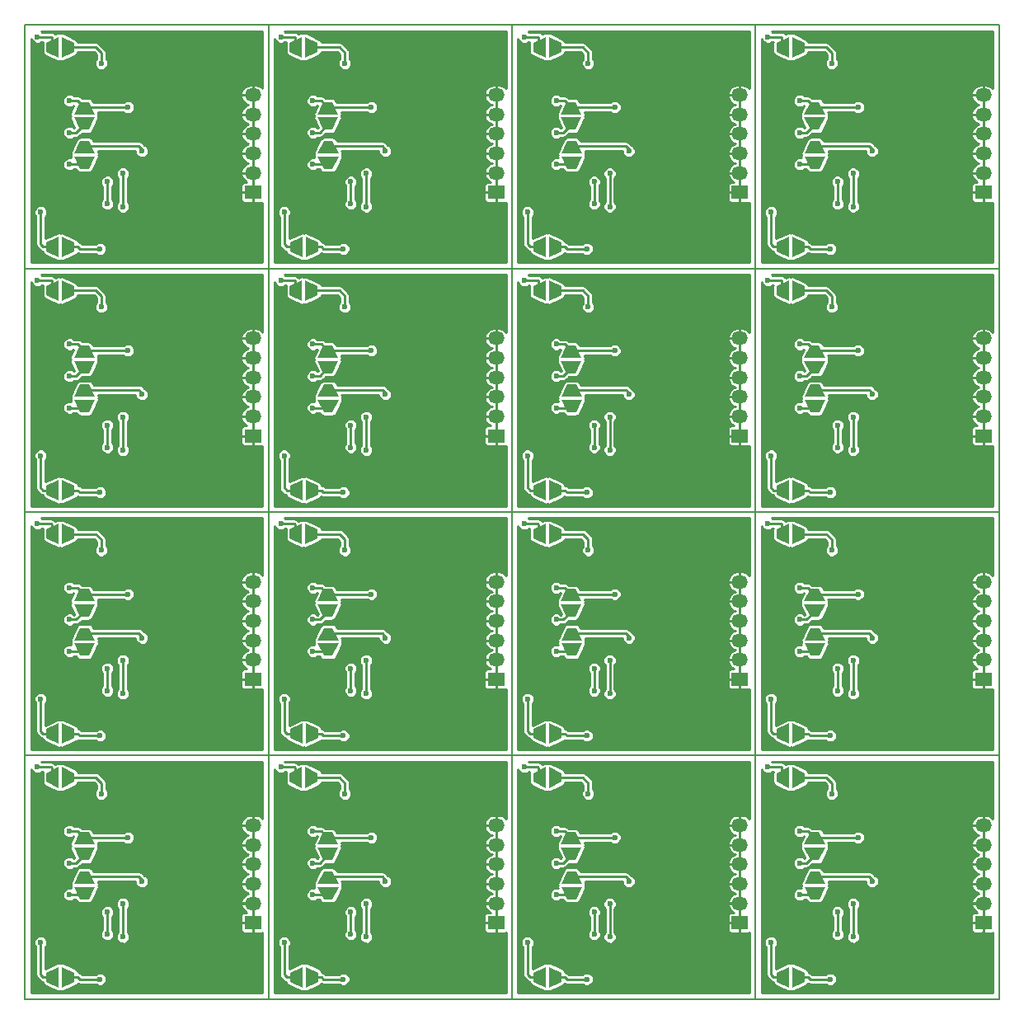
<source format=gbl>
G04 #@! TF.FileFunction,Copper,L2,Bot,Signal*
%FSLAX46Y46*%
G04 Gerber Fmt 4.6, Leading zero omitted, Abs format (unit mm)*
G04 Created by KiCad (PCBNEW 4.0.2-stable) date 11/12/2017 1:18:03 PM*
%MOMM*%
G01*
G04 APERTURE LIST*
%ADD10C,0.100000*%
%ADD11C,0.150000*%
%ADD12R,1.700000X1.350000*%
%ADD13O,1.700000X1.350000*%
%ADD14C,0.600000*%
%ADD15C,0.250000*%
%ADD16C,0.254000*%
G04 APERTURE END LIST*
D10*
D11*
X165000000Y-125000000D02*
X190000000Y-125000000D01*
X165000000Y-125000000D02*
X165000000Y-150000000D01*
X190000000Y-150000000D02*
X165000000Y-150000000D01*
X190000000Y-125000000D02*
X190000000Y-150000000D01*
X165000000Y-150000000D02*
X165000000Y-125000000D01*
X90000000Y-150000000D02*
X90000000Y-125000000D01*
X115000000Y-125000000D02*
X115000000Y-150000000D01*
X115000000Y-150000000D02*
X90000000Y-150000000D01*
X90000000Y-125000000D02*
X115000000Y-125000000D01*
X115000000Y-150000000D02*
X115000000Y-125000000D01*
X140000000Y-125000000D02*
X165000000Y-125000000D01*
X140000000Y-125000000D02*
X140000000Y-150000000D01*
X115000000Y-125000000D02*
X140000000Y-125000000D01*
X140000000Y-150000000D02*
X140000000Y-125000000D01*
X140000000Y-150000000D02*
X115000000Y-150000000D01*
X165000000Y-150000000D02*
X140000000Y-150000000D01*
X165000000Y-100000000D02*
X190000000Y-100000000D01*
X165000000Y-100000000D02*
X165000000Y-125000000D01*
X190000000Y-125000000D02*
X165000000Y-125000000D01*
X190000000Y-100000000D02*
X190000000Y-125000000D01*
X165000000Y-125000000D02*
X165000000Y-100000000D01*
X90000000Y-125000000D02*
X90000000Y-100000000D01*
X115000000Y-100000000D02*
X115000000Y-125000000D01*
X115000000Y-125000000D02*
X90000000Y-125000000D01*
X90000000Y-100000000D02*
X115000000Y-100000000D01*
X115000000Y-125000000D02*
X115000000Y-100000000D01*
X140000000Y-100000000D02*
X165000000Y-100000000D01*
X140000000Y-100000000D02*
X140000000Y-125000000D01*
X115000000Y-100000000D02*
X140000000Y-100000000D01*
X140000000Y-125000000D02*
X140000000Y-100000000D01*
X140000000Y-125000000D02*
X115000000Y-125000000D01*
X165000000Y-125000000D02*
X140000000Y-125000000D01*
X165000000Y-75000000D02*
X190000000Y-75000000D01*
X165000000Y-75000000D02*
X165000000Y-100000000D01*
X190000000Y-100000000D02*
X165000000Y-100000000D01*
X190000000Y-75000000D02*
X190000000Y-100000000D01*
X165000000Y-100000000D02*
X165000000Y-75000000D01*
X90000000Y-100000000D02*
X90000000Y-75000000D01*
X115000000Y-75000000D02*
X115000000Y-100000000D01*
X115000000Y-100000000D02*
X90000000Y-100000000D01*
X90000000Y-75000000D02*
X115000000Y-75000000D01*
X115000000Y-100000000D02*
X115000000Y-75000000D01*
X140000000Y-75000000D02*
X165000000Y-75000000D01*
X140000000Y-75000000D02*
X140000000Y-100000000D01*
X115000000Y-75000000D02*
X140000000Y-75000000D01*
X140000000Y-100000000D02*
X140000000Y-75000000D01*
X140000000Y-100000000D02*
X115000000Y-100000000D01*
X165000000Y-100000000D02*
X140000000Y-100000000D01*
X190000000Y-75000000D02*
X165000000Y-75000000D01*
X165000000Y-75000000D02*
X140000000Y-75000000D01*
X140000000Y-75000000D02*
X140000000Y-50000000D01*
X165000000Y-50000000D02*
X165000000Y-75000000D01*
X165000000Y-50000000D02*
X190000000Y-50000000D01*
X190000000Y-50000000D02*
X190000000Y-75000000D01*
X165000000Y-75000000D02*
X165000000Y-50000000D01*
X140000000Y-50000000D02*
X165000000Y-50000000D01*
X115000000Y-50000000D02*
X140000000Y-50000000D01*
X140000000Y-75000000D02*
X115000000Y-75000000D01*
X115000000Y-75000000D02*
X115000000Y-50000000D01*
X140000000Y-50000000D02*
X140000000Y-75000000D01*
X90000000Y-75000000D02*
X90000000Y-50000000D01*
X115000000Y-75000000D02*
X90000000Y-75000000D01*
X115000000Y-50000000D02*
X115000000Y-75000000D01*
X90000000Y-50000000D02*
X115000000Y-50000000D01*
D10*
G36*
X168771600Y-128322400D02*
X168771600Y-126198400D01*
X170041600Y-126798400D01*
X170041600Y-127722400D01*
X168771600Y-128322400D01*
X168771600Y-128322400D01*
G37*
G36*
X167171600Y-127722400D02*
X167171600Y-126798400D01*
X168441600Y-126198400D01*
X168441600Y-128322400D01*
X167171600Y-127722400D01*
X167171600Y-127722400D01*
G37*
D12*
X163393200Y-142175800D03*
D13*
X163393200Y-140175800D03*
X163393200Y-138175800D03*
X163393200Y-136175800D03*
X163393200Y-134175800D03*
X163393200Y-132175800D03*
D10*
G36*
X168797000Y-148820200D02*
X168797000Y-146696200D01*
X170067000Y-147296200D01*
X170067000Y-148220200D01*
X168797000Y-148820200D01*
X168797000Y-148820200D01*
G37*
G36*
X167197000Y-148220200D02*
X167197000Y-147296200D01*
X168467000Y-146696200D01*
X168467000Y-148820200D01*
X167197000Y-148220200D01*
X167197000Y-148220200D01*
G37*
D12*
X138393200Y-142175800D03*
D13*
X138393200Y-140175800D03*
X138393200Y-138175800D03*
X138393200Y-136175800D03*
X138393200Y-134175800D03*
X138393200Y-132175800D03*
D10*
G36*
X145059200Y-138499800D02*
X147183200Y-138499800D01*
X146583200Y-139769800D01*
X145659200Y-139769800D01*
X145059200Y-138499800D01*
X145059200Y-138499800D01*
G37*
G36*
X145659200Y-136899800D02*
X146583200Y-136899800D01*
X147183200Y-138169800D01*
X145059200Y-138169800D01*
X145659200Y-136899800D01*
X145659200Y-136899800D01*
G37*
G36*
X145008400Y-134486600D02*
X147132400Y-134486600D01*
X146532400Y-135756600D01*
X145608400Y-135756600D01*
X145008400Y-134486600D01*
X145008400Y-134486600D01*
G37*
G36*
X145608400Y-132886600D02*
X146532400Y-132886600D01*
X147132400Y-134156600D01*
X145008400Y-134156600D01*
X145608400Y-132886600D01*
X145608400Y-132886600D01*
G37*
G36*
X143771600Y-128322400D02*
X143771600Y-126198400D01*
X145041600Y-126798400D01*
X145041600Y-127722400D01*
X143771600Y-128322400D01*
X143771600Y-128322400D01*
G37*
G36*
X142171600Y-127722400D02*
X142171600Y-126798400D01*
X143441600Y-126198400D01*
X143441600Y-128322400D01*
X142171600Y-127722400D01*
X142171600Y-127722400D01*
G37*
G36*
X143797000Y-148820200D02*
X143797000Y-146696200D01*
X145067000Y-147296200D01*
X145067000Y-148220200D01*
X143797000Y-148820200D01*
X143797000Y-148820200D01*
G37*
G36*
X142197000Y-148220200D02*
X142197000Y-147296200D01*
X143467000Y-146696200D01*
X143467000Y-148820200D01*
X142197000Y-148220200D01*
X142197000Y-148220200D01*
G37*
D12*
X188393200Y-142175800D03*
D13*
X188393200Y-140175800D03*
X188393200Y-138175800D03*
X188393200Y-136175800D03*
X188393200Y-134175800D03*
X188393200Y-132175800D03*
D10*
G36*
X170059200Y-138499800D02*
X172183200Y-138499800D01*
X171583200Y-139769800D01*
X170659200Y-139769800D01*
X170059200Y-138499800D01*
X170059200Y-138499800D01*
G37*
G36*
X170659200Y-136899800D02*
X171583200Y-136899800D01*
X172183200Y-138169800D01*
X170059200Y-138169800D01*
X170659200Y-136899800D01*
X170659200Y-136899800D01*
G37*
G36*
X170008400Y-134486600D02*
X172132400Y-134486600D01*
X171532400Y-135756600D01*
X170608400Y-135756600D01*
X170008400Y-134486600D01*
X170008400Y-134486600D01*
G37*
G36*
X170608400Y-132886600D02*
X171532400Y-132886600D01*
X172132400Y-134156600D01*
X170008400Y-134156600D01*
X170608400Y-132886600D01*
X170608400Y-132886600D01*
G37*
G36*
X93797000Y-148820200D02*
X93797000Y-146696200D01*
X95067000Y-147296200D01*
X95067000Y-148220200D01*
X93797000Y-148820200D01*
X93797000Y-148820200D01*
G37*
G36*
X92197000Y-148220200D02*
X92197000Y-147296200D01*
X93467000Y-146696200D01*
X93467000Y-148820200D01*
X92197000Y-148220200D01*
X92197000Y-148220200D01*
G37*
G36*
X93771600Y-128322400D02*
X93771600Y-126198400D01*
X95041600Y-126798400D01*
X95041600Y-127722400D01*
X93771600Y-128322400D01*
X93771600Y-128322400D01*
G37*
G36*
X92171600Y-127722400D02*
X92171600Y-126798400D01*
X93441600Y-126198400D01*
X93441600Y-128322400D01*
X92171600Y-127722400D01*
X92171600Y-127722400D01*
G37*
G36*
X95008400Y-134486600D02*
X97132400Y-134486600D01*
X96532400Y-135756600D01*
X95608400Y-135756600D01*
X95008400Y-134486600D01*
X95008400Y-134486600D01*
G37*
G36*
X95608400Y-132886600D02*
X96532400Y-132886600D01*
X97132400Y-134156600D01*
X95008400Y-134156600D01*
X95608400Y-132886600D01*
X95608400Y-132886600D01*
G37*
G36*
X95059200Y-138499800D02*
X97183200Y-138499800D01*
X96583200Y-139769800D01*
X95659200Y-139769800D01*
X95059200Y-138499800D01*
X95059200Y-138499800D01*
G37*
G36*
X95659200Y-136899800D02*
X96583200Y-136899800D01*
X97183200Y-138169800D01*
X95059200Y-138169800D01*
X95659200Y-136899800D01*
X95659200Y-136899800D01*
G37*
G36*
X120008400Y-134486600D02*
X122132400Y-134486600D01*
X121532400Y-135756600D01*
X120608400Y-135756600D01*
X120008400Y-134486600D01*
X120008400Y-134486600D01*
G37*
G36*
X120608400Y-132886600D02*
X121532400Y-132886600D01*
X122132400Y-134156600D01*
X120008400Y-134156600D01*
X120608400Y-132886600D01*
X120608400Y-132886600D01*
G37*
G36*
X118797000Y-148820200D02*
X118797000Y-146696200D01*
X120067000Y-147296200D01*
X120067000Y-148220200D01*
X118797000Y-148820200D01*
X118797000Y-148820200D01*
G37*
G36*
X117197000Y-148220200D02*
X117197000Y-147296200D01*
X118467000Y-146696200D01*
X118467000Y-148820200D01*
X117197000Y-148220200D01*
X117197000Y-148220200D01*
G37*
G36*
X118771600Y-128322400D02*
X118771600Y-126198400D01*
X120041600Y-126798400D01*
X120041600Y-127722400D01*
X118771600Y-128322400D01*
X118771600Y-128322400D01*
G37*
G36*
X117171600Y-127722400D02*
X117171600Y-126798400D01*
X118441600Y-126198400D01*
X118441600Y-128322400D01*
X117171600Y-127722400D01*
X117171600Y-127722400D01*
G37*
D12*
X113393200Y-142175800D03*
D13*
X113393200Y-140175800D03*
X113393200Y-138175800D03*
X113393200Y-136175800D03*
X113393200Y-134175800D03*
X113393200Y-132175800D03*
D10*
G36*
X120059200Y-138499800D02*
X122183200Y-138499800D01*
X121583200Y-139769800D01*
X120659200Y-139769800D01*
X120059200Y-138499800D01*
X120059200Y-138499800D01*
G37*
G36*
X120659200Y-136899800D02*
X121583200Y-136899800D01*
X122183200Y-138169800D01*
X120059200Y-138169800D01*
X120659200Y-136899800D01*
X120659200Y-136899800D01*
G37*
G36*
X168771600Y-103322400D02*
X168771600Y-101198400D01*
X170041600Y-101798400D01*
X170041600Y-102722400D01*
X168771600Y-103322400D01*
X168771600Y-103322400D01*
G37*
G36*
X167171600Y-102722400D02*
X167171600Y-101798400D01*
X168441600Y-101198400D01*
X168441600Y-103322400D01*
X167171600Y-102722400D01*
X167171600Y-102722400D01*
G37*
D12*
X163393200Y-117175800D03*
D13*
X163393200Y-115175800D03*
X163393200Y-113175800D03*
X163393200Y-111175800D03*
X163393200Y-109175800D03*
X163393200Y-107175800D03*
D10*
G36*
X168797000Y-123820200D02*
X168797000Y-121696200D01*
X170067000Y-122296200D01*
X170067000Y-123220200D01*
X168797000Y-123820200D01*
X168797000Y-123820200D01*
G37*
G36*
X167197000Y-123220200D02*
X167197000Y-122296200D01*
X168467000Y-121696200D01*
X168467000Y-123820200D01*
X167197000Y-123220200D01*
X167197000Y-123220200D01*
G37*
D12*
X138393200Y-117175800D03*
D13*
X138393200Y-115175800D03*
X138393200Y-113175800D03*
X138393200Y-111175800D03*
X138393200Y-109175800D03*
X138393200Y-107175800D03*
D10*
G36*
X145059200Y-113499800D02*
X147183200Y-113499800D01*
X146583200Y-114769800D01*
X145659200Y-114769800D01*
X145059200Y-113499800D01*
X145059200Y-113499800D01*
G37*
G36*
X145659200Y-111899800D02*
X146583200Y-111899800D01*
X147183200Y-113169800D01*
X145059200Y-113169800D01*
X145659200Y-111899800D01*
X145659200Y-111899800D01*
G37*
G36*
X145008400Y-109486600D02*
X147132400Y-109486600D01*
X146532400Y-110756600D01*
X145608400Y-110756600D01*
X145008400Y-109486600D01*
X145008400Y-109486600D01*
G37*
G36*
X145608400Y-107886600D02*
X146532400Y-107886600D01*
X147132400Y-109156600D01*
X145008400Y-109156600D01*
X145608400Y-107886600D01*
X145608400Y-107886600D01*
G37*
G36*
X143771600Y-103322400D02*
X143771600Y-101198400D01*
X145041600Y-101798400D01*
X145041600Y-102722400D01*
X143771600Y-103322400D01*
X143771600Y-103322400D01*
G37*
G36*
X142171600Y-102722400D02*
X142171600Y-101798400D01*
X143441600Y-101198400D01*
X143441600Y-103322400D01*
X142171600Y-102722400D01*
X142171600Y-102722400D01*
G37*
G36*
X143797000Y-123820200D02*
X143797000Y-121696200D01*
X145067000Y-122296200D01*
X145067000Y-123220200D01*
X143797000Y-123820200D01*
X143797000Y-123820200D01*
G37*
G36*
X142197000Y-123220200D02*
X142197000Y-122296200D01*
X143467000Y-121696200D01*
X143467000Y-123820200D01*
X142197000Y-123220200D01*
X142197000Y-123220200D01*
G37*
D12*
X188393200Y-117175800D03*
D13*
X188393200Y-115175800D03*
X188393200Y-113175800D03*
X188393200Y-111175800D03*
X188393200Y-109175800D03*
X188393200Y-107175800D03*
D10*
G36*
X170059200Y-113499800D02*
X172183200Y-113499800D01*
X171583200Y-114769800D01*
X170659200Y-114769800D01*
X170059200Y-113499800D01*
X170059200Y-113499800D01*
G37*
G36*
X170659200Y-111899800D02*
X171583200Y-111899800D01*
X172183200Y-113169800D01*
X170059200Y-113169800D01*
X170659200Y-111899800D01*
X170659200Y-111899800D01*
G37*
G36*
X170008400Y-109486600D02*
X172132400Y-109486600D01*
X171532400Y-110756600D01*
X170608400Y-110756600D01*
X170008400Y-109486600D01*
X170008400Y-109486600D01*
G37*
G36*
X170608400Y-107886600D02*
X171532400Y-107886600D01*
X172132400Y-109156600D01*
X170008400Y-109156600D01*
X170608400Y-107886600D01*
X170608400Y-107886600D01*
G37*
G36*
X93797000Y-123820200D02*
X93797000Y-121696200D01*
X95067000Y-122296200D01*
X95067000Y-123220200D01*
X93797000Y-123820200D01*
X93797000Y-123820200D01*
G37*
G36*
X92197000Y-123220200D02*
X92197000Y-122296200D01*
X93467000Y-121696200D01*
X93467000Y-123820200D01*
X92197000Y-123220200D01*
X92197000Y-123220200D01*
G37*
G36*
X93771600Y-103322400D02*
X93771600Y-101198400D01*
X95041600Y-101798400D01*
X95041600Y-102722400D01*
X93771600Y-103322400D01*
X93771600Y-103322400D01*
G37*
G36*
X92171600Y-102722400D02*
X92171600Y-101798400D01*
X93441600Y-101198400D01*
X93441600Y-103322400D01*
X92171600Y-102722400D01*
X92171600Y-102722400D01*
G37*
G36*
X95008400Y-109486600D02*
X97132400Y-109486600D01*
X96532400Y-110756600D01*
X95608400Y-110756600D01*
X95008400Y-109486600D01*
X95008400Y-109486600D01*
G37*
G36*
X95608400Y-107886600D02*
X96532400Y-107886600D01*
X97132400Y-109156600D01*
X95008400Y-109156600D01*
X95608400Y-107886600D01*
X95608400Y-107886600D01*
G37*
G36*
X95059200Y-113499800D02*
X97183200Y-113499800D01*
X96583200Y-114769800D01*
X95659200Y-114769800D01*
X95059200Y-113499800D01*
X95059200Y-113499800D01*
G37*
G36*
X95659200Y-111899800D02*
X96583200Y-111899800D01*
X97183200Y-113169800D01*
X95059200Y-113169800D01*
X95659200Y-111899800D01*
X95659200Y-111899800D01*
G37*
G36*
X120008400Y-109486600D02*
X122132400Y-109486600D01*
X121532400Y-110756600D01*
X120608400Y-110756600D01*
X120008400Y-109486600D01*
X120008400Y-109486600D01*
G37*
G36*
X120608400Y-107886600D02*
X121532400Y-107886600D01*
X122132400Y-109156600D01*
X120008400Y-109156600D01*
X120608400Y-107886600D01*
X120608400Y-107886600D01*
G37*
G36*
X118797000Y-123820200D02*
X118797000Y-121696200D01*
X120067000Y-122296200D01*
X120067000Y-123220200D01*
X118797000Y-123820200D01*
X118797000Y-123820200D01*
G37*
G36*
X117197000Y-123220200D02*
X117197000Y-122296200D01*
X118467000Y-121696200D01*
X118467000Y-123820200D01*
X117197000Y-123220200D01*
X117197000Y-123220200D01*
G37*
G36*
X118771600Y-103322400D02*
X118771600Y-101198400D01*
X120041600Y-101798400D01*
X120041600Y-102722400D01*
X118771600Y-103322400D01*
X118771600Y-103322400D01*
G37*
G36*
X117171600Y-102722400D02*
X117171600Y-101798400D01*
X118441600Y-101198400D01*
X118441600Y-103322400D01*
X117171600Y-102722400D01*
X117171600Y-102722400D01*
G37*
D12*
X113393200Y-117175800D03*
D13*
X113393200Y-115175800D03*
X113393200Y-113175800D03*
X113393200Y-111175800D03*
X113393200Y-109175800D03*
X113393200Y-107175800D03*
D10*
G36*
X120059200Y-113499800D02*
X122183200Y-113499800D01*
X121583200Y-114769800D01*
X120659200Y-114769800D01*
X120059200Y-113499800D01*
X120059200Y-113499800D01*
G37*
G36*
X120659200Y-111899800D02*
X121583200Y-111899800D01*
X122183200Y-113169800D01*
X120059200Y-113169800D01*
X120659200Y-111899800D01*
X120659200Y-111899800D01*
G37*
G36*
X168771600Y-78322400D02*
X168771600Y-76198400D01*
X170041600Y-76798400D01*
X170041600Y-77722400D01*
X168771600Y-78322400D01*
X168771600Y-78322400D01*
G37*
G36*
X167171600Y-77722400D02*
X167171600Y-76798400D01*
X168441600Y-76198400D01*
X168441600Y-78322400D01*
X167171600Y-77722400D01*
X167171600Y-77722400D01*
G37*
D12*
X163393200Y-92175800D03*
D13*
X163393200Y-90175800D03*
X163393200Y-88175800D03*
X163393200Y-86175800D03*
X163393200Y-84175800D03*
X163393200Y-82175800D03*
D10*
G36*
X168797000Y-98820200D02*
X168797000Y-96696200D01*
X170067000Y-97296200D01*
X170067000Y-98220200D01*
X168797000Y-98820200D01*
X168797000Y-98820200D01*
G37*
G36*
X167197000Y-98220200D02*
X167197000Y-97296200D01*
X168467000Y-96696200D01*
X168467000Y-98820200D01*
X167197000Y-98220200D01*
X167197000Y-98220200D01*
G37*
D12*
X138393200Y-92175800D03*
D13*
X138393200Y-90175800D03*
X138393200Y-88175800D03*
X138393200Y-86175800D03*
X138393200Y-84175800D03*
X138393200Y-82175800D03*
D10*
G36*
X145059200Y-88499800D02*
X147183200Y-88499800D01*
X146583200Y-89769800D01*
X145659200Y-89769800D01*
X145059200Y-88499800D01*
X145059200Y-88499800D01*
G37*
G36*
X145659200Y-86899800D02*
X146583200Y-86899800D01*
X147183200Y-88169800D01*
X145059200Y-88169800D01*
X145659200Y-86899800D01*
X145659200Y-86899800D01*
G37*
G36*
X145008400Y-84486600D02*
X147132400Y-84486600D01*
X146532400Y-85756600D01*
X145608400Y-85756600D01*
X145008400Y-84486600D01*
X145008400Y-84486600D01*
G37*
G36*
X145608400Y-82886600D02*
X146532400Y-82886600D01*
X147132400Y-84156600D01*
X145008400Y-84156600D01*
X145608400Y-82886600D01*
X145608400Y-82886600D01*
G37*
G36*
X143771600Y-78322400D02*
X143771600Y-76198400D01*
X145041600Y-76798400D01*
X145041600Y-77722400D01*
X143771600Y-78322400D01*
X143771600Y-78322400D01*
G37*
G36*
X142171600Y-77722400D02*
X142171600Y-76798400D01*
X143441600Y-76198400D01*
X143441600Y-78322400D01*
X142171600Y-77722400D01*
X142171600Y-77722400D01*
G37*
G36*
X143797000Y-98820200D02*
X143797000Y-96696200D01*
X145067000Y-97296200D01*
X145067000Y-98220200D01*
X143797000Y-98820200D01*
X143797000Y-98820200D01*
G37*
G36*
X142197000Y-98220200D02*
X142197000Y-97296200D01*
X143467000Y-96696200D01*
X143467000Y-98820200D01*
X142197000Y-98220200D01*
X142197000Y-98220200D01*
G37*
D12*
X188393200Y-92175800D03*
D13*
X188393200Y-90175800D03*
X188393200Y-88175800D03*
X188393200Y-86175800D03*
X188393200Y-84175800D03*
X188393200Y-82175800D03*
D10*
G36*
X170059200Y-88499800D02*
X172183200Y-88499800D01*
X171583200Y-89769800D01*
X170659200Y-89769800D01*
X170059200Y-88499800D01*
X170059200Y-88499800D01*
G37*
G36*
X170659200Y-86899800D02*
X171583200Y-86899800D01*
X172183200Y-88169800D01*
X170059200Y-88169800D01*
X170659200Y-86899800D01*
X170659200Y-86899800D01*
G37*
G36*
X170008400Y-84486600D02*
X172132400Y-84486600D01*
X171532400Y-85756600D01*
X170608400Y-85756600D01*
X170008400Y-84486600D01*
X170008400Y-84486600D01*
G37*
G36*
X170608400Y-82886600D02*
X171532400Y-82886600D01*
X172132400Y-84156600D01*
X170008400Y-84156600D01*
X170608400Y-82886600D01*
X170608400Y-82886600D01*
G37*
G36*
X93797000Y-98820200D02*
X93797000Y-96696200D01*
X95067000Y-97296200D01*
X95067000Y-98220200D01*
X93797000Y-98820200D01*
X93797000Y-98820200D01*
G37*
G36*
X92197000Y-98220200D02*
X92197000Y-97296200D01*
X93467000Y-96696200D01*
X93467000Y-98820200D01*
X92197000Y-98220200D01*
X92197000Y-98220200D01*
G37*
G36*
X93771600Y-78322400D02*
X93771600Y-76198400D01*
X95041600Y-76798400D01*
X95041600Y-77722400D01*
X93771600Y-78322400D01*
X93771600Y-78322400D01*
G37*
G36*
X92171600Y-77722400D02*
X92171600Y-76798400D01*
X93441600Y-76198400D01*
X93441600Y-78322400D01*
X92171600Y-77722400D01*
X92171600Y-77722400D01*
G37*
G36*
X95008400Y-84486600D02*
X97132400Y-84486600D01*
X96532400Y-85756600D01*
X95608400Y-85756600D01*
X95008400Y-84486600D01*
X95008400Y-84486600D01*
G37*
G36*
X95608400Y-82886600D02*
X96532400Y-82886600D01*
X97132400Y-84156600D01*
X95008400Y-84156600D01*
X95608400Y-82886600D01*
X95608400Y-82886600D01*
G37*
G36*
X95059200Y-88499800D02*
X97183200Y-88499800D01*
X96583200Y-89769800D01*
X95659200Y-89769800D01*
X95059200Y-88499800D01*
X95059200Y-88499800D01*
G37*
G36*
X95659200Y-86899800D02*
X96583200Y-86899800D01*
X97183200Y-88169800D01*
X95059200Y-88169800D01*
X95659200Y-86899800D01*
X95659200Y-86899800D01*
G37*
G36*
X120008400Y-84486600D02*
X122132400Y-84486600D01*
X121532400Y-85756600D01*
X120608400Y-85756600D01*
X120008400Y-84486600D01*
X120008400Y-84486600D01*
G37*
G36*
X120608400Y-82886600D02*
X121532400Y-82886600D01*
X122132400Y-84156600D01*
X120008400Y-84156600D01*
X120608400Y-82886600D01*
X120608400Y-82886600D01*
G37*
G36*
X118797000Y-98820200D02*
X118797000Y-96696200D01*
X120067000Y-97296200D01*
X120067000Y-98220200D01*
X118797000Y-98820200D01*
X118797000Y-98820200D01*
G37*
G36*
X117197000Y-98220200D02*
X117197000Y-97296200D01*
X118467000Y-96696200D01*
X118467000Y-98820200D01*
X117197000Y-98220200D01*
X117197000Y-98220200D01*
G37*
G36*
X118771600Y-78322400D02*
X118771600Y-76198400D01*
X120041600Y-76798400D01*
X120041600Y-77722400D01*
X118771600Y-78322400D01*
X118771600Y-78322400D01*
G37*
G36*
X117171600Y-77722400D02*
X117171600Y-76798400D01*
X118441600Y-76198400D01*
X118441600Y-78322400D01*
X117171600Y-77722400D01*
X117171600Y-77722400D01*
G37*
D12*
X113393200Y-92175800D03*
D13*
X113393200Y-90175800D03*
X113393200Y-88175800D03*
X113393200Y-86175800D03*
X113393200Y-84175800D03*
X113393200Y-82175800D03*
D10*
G36*
X120059200Y-88499800D02*
X122183200Y-88499800D01*
X121583200Y-89769800D01*
X120659200Y-89769800D01*
X120059200Y-88499800D01*
X120059200Y-88499800D01*
G37*
G36*
X120659200Y-86899800D02*
X121583200Y-86899800D01*
X122183200Y-88169800D01*
X120059200Y-88169800D01*
X120659200Y-86899800D01*
X120659200Y-86899800D01*
G37*
D12*
X163393200Y-67175800D03*
D13*
X163393200Y-65175800D03*
X163393200Y-63175800D03*
X163393200Y-61175800D03*
X163393200Y-59175800D03*
X163393200Y-57175800D03*
D10*
G36*
X143771600Y-53322400D02*
X143771600Y-51198400D01*
X145041600Y-51798400D01*
X145041600Y-52722400D01*
X143771600Y-53322400D01*
X143771600Y-53322400D01*
G37*
G36*
X142171600Y-52722400D02*
X142171600Y-51798400D01*
X143441600Y-51198400D01*
X143441600Y-53322400D01*
X142171600Y-52722400D01*
X142171600Y-52722400D01*
G37*
G36*
X145008400Y-59486600D02*
X147132400Y-59486600D01*
X146532400Y-60756600D01*
X145608400Y-60756600D01*
X145008400Y-59486600D01*
X145008400Y-59486600D01*
G37*
G36*
X145608400Y-57886600D02*
X146532400Y-57886600D01*
X147132400Y-59156600D01*
X145008400Y-59156600D01*
X145608400Y-57886600D01*
X145608400Y-57886600D01*
G37*
G36*
X143797000Y-73820200D02*
X143797000Y-71696200D01*
X145067000Y-72296200D01*
X145067000Y-73220200D01*
X143797000Y-73820200D01*
X143797000Y-73820200D01*
G37*
G36*
X142197000Y-73220200D02*
X142197000Y-72296200D01*
X143467000Y-71696200D01*
X143467000Y-73820200D01*
X142197000Y-73220200D01*
X142197000Y-73220200D01*
G37*
G36*
X145059200Y-63499800D02*
X147183200Y-63499800D01*
X146583200Y-64769800D01*
X145659200Y-64769800D01*
X145059200Y-63499800D01*
X145059200Y-63499800D01*
G37*
G36*
X145659200Y-61899800D02*
X146583200Y-61899800D01*
X147183200Y-63169800D01*
X145059200Y-63169800D01*
X145659200Y-61899800D01*
X145659200Y-61899800D01*
G37*
G36*
X170008400Y-59486600D02*
X172132400Y-59486600D01*
X171532400Y-60756600D01*
X170608400Y-60756600D01*
X170008400Y-59486600D01*
X170008400Y-59486600D01*
G37*
G36*
X170608400Y-57886600D02*
X171532400Y-57886600D01*
X172132400Y-59156600D01*
X170008400Y-59156600D01*
X170608400Y-57886600D01*
X170608400Y-57886600D01*
G37*
G36*
X168771600Y-53322400D02*
X168771600Y-51198400D01*
X170041600Y-51798400D01*
X170041600Y-52722400D01*
X168771600Y-53322400D01*
X168771600Y-53322400D01*
G37*
G36*
X167171600Y-52722400D02*
X167171600Y-51798400D01*
X168441600Y-51198400D01*
X168441600Y-53322400D01*
X167171600Y-52722400D01*
X167171600Y-52722400D01*
G37*
G36*
X170059200Y-63499800D02*
X172183200Y-63499800D01*
X171583200Y-64769800D01*
X170659200Y-64769800D01*
X170059200Y-63499800D01*
X170059200Y-63499800D01*
G37*
G36*
X170659200Y-61899800D02*
X171583200Y-61899800D01*
X172183200Y-63169800D01*
X170059200Y-63169800D01*
X170659200Y-61899800D01*
X170659200Y-61899800D01*
G37*
D12*
X188393200Y-67175800D03*
D13*
X188393200Y-65175800D03*
X188393200Y-63175800D03*
X188393200Y-61175800D03*
X188393200Y-59175800D03*
X188393200Y-57175800D03*
D10*
G36*
X168797000Y-73820200D02*
X168797000Y-71696200D01*
X170067000Y-72296200D01*
X170067000Y-73220200D01*
X168797000Y-73820200D01*
X168797000Y-73820200D01*
G37*
G36*
X167197000Y-73220200D02*
X167197000Y-72296200D01*
X168467000Y-71696200D01*
X168467000Y-73820200D01*
X167197000Y-73220200D01*
X167197000Y-73220200D01*
G37*
G36*
X120059200Y-63499800D02*
X122183200Y-63499800D01*
X121583200Y-64769800D01*
X120659200Y-64769800D01*
X120059200Y-63499800D01*
X120059200Y-63499800D01*
G37*
G36*
X120659200Y-61899800D02*
X121583200Y-61899800D01*
X122183200Y-63169800D01*
X120059200Y-63169800D01*
X120659200Y-61899800D01*
X120659200Y-61899800D01*
G37*
G36*
X118771600Y-53322400D02*
X118771600Y-51198400D01*
X120041600Y-51798400D01*
X120041600Y-52722400D01*
X118771600Y-53322400D01*
X118771600Y-53322400D01*
G37*
G36*
X117171600Y-52722400D02*
X117171600Y-51798400D01*
X118441600Y-51198400D01*
X118441600Y-53322400D01*
X117171600Y-52722400D01*
X117171600Y-52722400D01*
G37*
G36*
X118797000Y-73820200D02*
X118797000Y-71696200D01*
X120067000Y-72296200D01*
X120067000Y-73220200D01*
X118797000Y-73820200D01*
X118797000Y-73820200D01*
G37*
G36*
X117197000Y-73220200D02*
X117197000Y-72296200D01*
X118467000Y-71696200D01*
X118467000Y-73820200D01*
X117197000Y-73220200D01*
X117197000Y-73220200D01*
G37*
D12*
X138393200Y-67175800D03*
D13*
X138393200Y-65175800D03*
X138393200Y-63175800D03*
X138393200Y-61175800D03*
X138393200Y-59175800D03*
X138393200Y-57175800D03*
D10*
G36*
X120008400Y-59486600D02*
X122132400Y-59486600D01*
X121532400Y-60756600D01*
X120608400Y-60756600D01*
X120008400Y-59486600D01*
X120008400Y-59486600D01*
G37*
G36*
X120608400Y-57886600D02*
X121532400Y-57886600D01*
X122132400Y-59156600D01*
X120008400Y-59156600D01*
X120608400Y-57886600D01*
X120608400Y-57886600D01*
G37*
D12*
X113393200Y-67175800D03*
D13*
X113393200Y-65175800D03*
X113393200Y-63175800D03*
X113393200Y-61175800D03*
X113393200Y-59175800D03*
X113393200Y-57175800D03*
D10*
G36*
X93797000Y-73820200D02*
X93797000Y-71696200D01*
X95067000Y-72296200D01*
X95067000Y-73220200D01*
X93797000Y-73820200D01*
X93797000Y-73820200D01*
G37*
G36*
X92197000Y-73220200D02*
X92197000Y-72296200D01*
X93467000Y-71696200D01*
X93467000Y-73820200D01*
X92197000Y-73220200D01*
X92197000Y-73220200D01*
G37*
G36*
X93771600Y-53322400D02*
X93771600Y-51198400D01*
X95041600Y-51798400D01*
X95041600Y-52722400D01*
X93771600Y-53322400D01*
X93771600Y-53322400D01*
G37*
G36*
X92171600Y-52722400D02*
X92171600Y-51798400D01*
X93441600Y-51198400D01*
X93441600Y-53322400D01*
X92171600Y-52722400D01*
X92171600Y-52722400D01*
G37*
G36*
X95008400Y-59486600D02*
X97132400Y-59486600D01*
X96532400Y-60756600D01*
X95608400Y-60756600D01*
X95008400Y-59486600D01*
X95008400Y-59486600D01*
G37*
G36*
X95608400Y-57886600D02*
X96532400Y-57886600D01*
X97132400Y-59156600D01*
X95008400Y-59156600D01*
X95608400Y-57886600D01*
X95608400Y-57886600D01*
G37*
G36*
X95059200Y-63499800D02*
X97183200Y-63499800D01*
X96583200Y-64769800D01*
X95659200Y-64769800D01*
X95059200Y-63499800D01*
X95059200Y-63499800D01*
G37*
G36*
X95659200Y-61899800D02*
X96583200Y-61899800D01*
X97183200Y-63169800D01*
X95059200Y-63169800D01*
X95659200Y-61899800D01*
X95659200Y-61899800D01*
G37*
D14*
X185421400Y-133585000D03*
X179325400Y-132289600D03*
X178347249Y-133517541D03*
X179122200Y-128941400D03*
X171197400Y-131375200D03*
X175159800Y-126828600D03*
X172772200Y-138258600D03*
X179251800Y-136937800D03*
X179096800Y-141156800D03*
X185243600Y-145802400D03*
X181560600Y-148748800D03*
X179554000Y-145192800D03*
X175312200Y-145294400D03*
X160243600Y-145802400D03*
X156560600Y-148748800D03*
X169521000Y-145421400D03*
X119521000Y-145421400D03*
X125312200Y-145294400D03*
X125159800Y-126828600D03*
X129122200Y-128941400D03*
X121197400Y-131375200D03*
X116142800Y-127285800D03*
X116600000Y-130600000D03*
X122772200Y-138258600D03*
X129096800Y-141156800D03*
X129325400Y-132289600D03*
X131560600Y-148748800D03*
X135243600Y-145802400D03*
X129251800Y-136937800D03*
X135421400Y-133585000D03*
X128347249Y-133517541D03*
X129554000Y-145192800D03*
X100159800Y-126828600D03*
X104122200Y-128941400D03*
X103347249Y-133517541D03*
X104325400Y-132289600D03*
X110421400Y-133585000D03*
X104251800Y-136937800D03*
X97772200Y-138258600D03*
X94521000Y-145421400D03*
X96197400Y-131375200D03*
X91142800Y-127285800D03*
X91600000Y-130600000D03*
X104096800Y-141156800D03*
X110243600Y-145802400D03*
X100312200Y-145294400D03*
X104554000Y-145192800D03*
X106560600Y-148748800D03*
X154251800Y-136937800D03*
X160421400Y-133585000D03*
X154325400Y-132289600D03*
X154122200Y-128941400D03*
X144521000Y-145421400D03*
X141142800Y-127285800D03*
X150159800Y-126828600D03*
X141600000Y-130600000D03*
X146197400Y-131375200D03*
X147772200Y-138258600D03*
X153347249Y-133517541D03*
X154554000Y-145192800D03*
X150312200Y-145294400D03*
X154096800Y-141156800D03*
X166142800Y-127285800D03*
X166600000Y-130600000D03*
X185421400Y-108585000D03*
X179325400Y-107289600D03*
X178347249Y-108517541D03*
X179122200Y-103941400D03*
X171197400Y-106375200D03*
X175159800Y-101828600D03*
X172772200Y-113258600D03*
X179251800Y-111937800D03*
X179096800Y-116156800D03*
X185243600Y-120802400D03*
X181560600Y-123748800D03*
X179554000Y-120192800D03*
X175312200Y-120294400D03*
X160243600Y-120802400D03*
X156560600Y-123748800D03*
X169521000Y-120421400D03*
X119521000Y-120421400D03*
X125312200Y-120294400D03*
X125159800Y-101828600D03*
X129122200Y-103941400D03*
X121197400Y-106375200D03*
X116142800Y-102285800D03*
X116600000Y-105600000D03*
X122772200Y-113258600D03*
X129096800Y-116156800D03*
X129325400Y-107289600D03*
X131560600Y-123748800D03*
X135243600Y-120802400D03*
X129251800Y-111937800D03*
X135421400Y-108585000D03*
X128347249Y-108517541D03*
X129554000Y-120192800D03*
X100159800Y-101828600D03*
X104122200Y-103941400D03*
X103347249Y-108517541D03*
X104325400Y-107289600D03*
X110421400Y-108585000D03*
X104251800Y-111937800D03*
X97772200Y-113258600D03*
X94521000Y-120421400D03*
X96197400Y-106375200D03*
X91142800Y-102285800D03*
X91600000Y-105600000D03*
X104096800Y-116156800D03*
X110243600Y-120802400D03*
X100312200Y-120294400D03*
X104554000Y-120192800D03*
X106560600Y-123748800D03*
X154251800Y-111937800D03*
X160421400Y-108585000D03*
X154325400Y-107289600D03*
X154122200Y-103941400D03*
X144521000Y-120421400D03*
X141142800Y-102285800D03*
X150159800Y-101828600D03*
X141600000Y-105600000D03*
X146197400Y-106375200D03*
X147772200Y-113258600D03*
X153347249Y-108517541D03*
X154554000Y-120192800D03*
X150312200Y-120294400D03*
X154096800Y-116156800D03*
X166142800Y-102285800D03*
X166600000Y-105600000D03*
X185421400Y-83585000D03*
X179325400Y-82289600D03*
X178347249Y-83517541D03*
X179122200Y-78941400D03*
X171197400Y-81375200D03*
X175159800Y-76828600D03*
X172772200Y-88258600D03*
X179251800Y-86937800D03*
X179096800Y-91156800D03*
X185243600Y-95802400D03*
X181560600Y-98748800D03*
X179554000Y-95192800D03*
X175312200Y-95294400D03*
X160243600Y-95802400D03*
X156560600Y-98748800D03*
X169521000Y-95421400D03*
X119521000Y-95421400D03*
X125312200Y-95294400D03*
X125159800Y-76828600D03*
X129122200Y-78941400D03*
X121197400Y-81375200D03*
X116142800Y-77285800D03*
X116600000Y-80600000D03*
X122772200Y-88258600D03*
X129096800Y-91156800D03*
X129325400Y-82289600D03*
X131560600Y-98748800D03*
X135243600Y-95802400D03*
X129251800Y-86937800D03*
X135421400Y-83585000D03*
X128347249Y-83517541D03*
X129554000Y-95192800D03*
X100159800Y-76828600D03*
X104122200Y-78941400D03*
X103347249Y-83517541D03*
X104325400Y-82289600D03*
X110421400Y-83585000D03*
X104251800Y-86937800D03*
X97772200Y-88258600D03*
X94521000Y-95421400D03*
X96197400Y-81375200D03*
X91142800Y-77285800D03*
X91600000Y-80600000D03*
X104096800Y-91156800D03*
X110243600Y-95802400D03*
X100312200Y-95294400D03*
X104554000Y-95192800D03*
X106560600Y-98748800D03*
X154251800Y-86937800D03*
X160421400Y-83585000D03*
X154325400Y-82289600D03*
X154122200Y-78941400D03*
X144521000Y-95421400D03*
X141142800Y-77285800D03*
X150159800Y-76828600D03*
X141600000Y-80600000D03*
X146197400Y-81375200D03*
X147772200Y-88258600D03*
X153347249Y-83517541D03*
X154554000Y-95192800D03*
X150312200Y-95294400D03*
X154096800Y-91156800D03*
X166142800Y-77285800D03*
X166600000Y-80600000D03*
X146197400Y-56375200D03*
X150159800Y-51828600D03*
X150312200Y-70294400D03*
X144521000Y-70421400D03*
X141142800Y-52285800D03*
X141600000Y-55600000D03*
X154554000Y-70192800D03*
X156560600Y-73748800D03*
X160243600Y-70802400D03*
X154096800Y-66156800D03*
X160421400Y-58585000D03*
X154325400Y-57289600D03*
X166142800Y-52285800D03*
X154122200Y-53941400D03*
X153347249Y-58517541D03*
X147772200Y-63258600D03*
X154251800Y-61937800D03*
X166600000Y-55600000D03*
X171197400Y-56375200D03*
X179251800Y-61937800D03*
X179096800Y-66156800D03*
X185243600Y-70802400D03*
X179554000Y-70192800D03*
X181560600Y-73748800D03*
X185421400Y-58585000D03*
X175159800Y-51828600D03*
X179325400Y-57289600D03*
X179122200Y-53941400D03*
X178347249Y-58517541D03*
X169521000Y-70421400D03*
X172772200Y-63258600D03*
X175312200Y-70294400D03*
X119521000Y-70421400D03*
X116600000Y-55600000D03*
X121197400Y-56375200D03*
X116142800Y-52285800D03*
X125159800Y-51828600D03*
X135421400Y-58585000D03*
X129122200Y-53941400D03*
X129325400Y-57289600D03*
X128347249Y-58517541D03*
X129251800Y-61937800D03*
X129554000Y-70192800D03*
X129096800Y-66156800D03*
X131560600Y-73748800D03*
X125312200Y-70294400D03*
X135243600Y-70802400D03*
X122772200Y-63258600D03*
X110421400Y-58585000D03*
X110243600Y-70802400D03*
X94521000Y-70421400D03*
X97772200Y-63258600D03*
X100312200Y-70294400D03*
X106560600Y-73748800D03*
X104554000Y-70192800D03*
X104096800Y-66156800D03*
X104251800Y-61937800D03*
X103347249Y-58517541D03*
X104325400Y-57289600D03*
X104122200Y-53941400D03*
X100159800Y-51828600D03*
X91142800Y-52285800D03*
X96197400Y-56375200D03*
X91600000Y-55600000D03*
X173432600Y-141078000D03*
X173432600Y-143364000D03*
X166600000Y-144202200D03*
X116600000Y-144202200D03*
X123432600Y-143364000D03*
X116269800Y-126193600D03*
X123432600Y-141078000D03*
X98432600Y-143364000D03*
X91600000Y-144202200D03*
X98432600Y-141078000D03*
X91269800Y-126193600D03*
X141600000Y-144202200D03*
X148432600Y-143364000D03*
X141269800Y-126193600D03*
X148432600Y-141078000D03*
X166269800Y-126193600D03*
X173432600Y-116078000D03*
X173432600Y-118364000D03*
X166600000Y-119202200D03*
X116600000Y-119202200D03*
X123432600Y-118364000D03*
X116269800Y-101193600D03*
X123432600Y-116078000D03*
X98432600Y-118364000D03*
X91600000Y-119202200D03*
X98432600Y-116078000D03*
X91269800Y-101193600D03*
X141600000Y-119202200D03*
X148432600Y-118364000D03*
X141269800Y-101193600D03*
X148432600Y-116078000D03*
X166269800Y-101193600D03*
X173432600Y-91078000D03*
X173432600Y-93364000D03*
X166600000Y-94202200D03*
X116600000Y-94202200D03*
X123432600Y-93364000D03*
X116269800Y-76193600D03*
X123432600Y-91078000D03*
X98432600Y-93364000D03*
X91600000Y-94202200D03*
X98432600Y-91078000D03*
X91269800Y-76193600D03*
X141600000Y-94202200D03*
X148432600Y-93364000D03*
X141269800Y-76193600D03*
X148432600Y-91078000D03*
X166269800Y-76193600D03*
X148432600Y-68364000D03*
X141600000Y-69202200D03*
X141269800Y-51193600D03*
X166269800Y-51193600D03*
X148432600Y-66078000D03*
X166600000Y-69202200D03*
X173432600Y-68364000D03*
X173432600Y-66078000D03*
X116600000Y-69202200D03*
X123432600Y-68364000D03*
X116269800Y-51193600D03*
X123432600Y-66078000D03*
X91269800Y-51193600D03*
X91600000Y-69202200D03*
X98432600Y-68364000D03*
X98432600Y-66078000D03*
X119546400Y-136048800D03*
X94546400Y-136048800D03*
X144546400Y-136048800D03*
X169546400Y-136048800D03*
X119546400Y-111048800D03*
X94546400Y-111048800D03*
X144546400Y-111048800D03*
X169546400Y-111048800D03*
X119546400Y-86048800D03*
X94546400Y-86048800D03*
X144546400Y-86048800D03*
X169546400Y-86048800D03*
X144546400Y-61048800D03*
X169546400Y-61048800D03*
X119546400Y-61048800D03*
X94546400Y-61048800D03*
X119546400Y-139300000D03*
X94546400Y-139300000D03*
X144546400Y-139300000D03*
X169546400Y-139300000D03*
X119546400Y-114300000D03*
X94546400Y-114300000D03*
X144546400Y-114300000D03*
X169546400Y-114300000D03*
X119546400Y-89300000D03*
X94546400Y-89300000D03*
X144546400Y-89300000D03*
X169546400Y-89300000D03*
X144546400Y-64300000D03*
X169546400Y-64300000D03*
X119546400Y-64300000D03*
X94546400Y-64300000D03*
X172681392Y-147974751D03*
X122681392Y-147974751D03*
X97681392Y-147974751D03*
X147681392Y-147974751D03*
X172681392Y-122974751D03*
X122681392Y-122974751D03*
X97681392Y-122974751D03*
X147681392Y-122974751D03*
X172681392Y-97974751D03*
X122681392Y-97974751D03*
X97681392Y-97974751D03*
X147681392Y-97974751D03*
X147681392Y-72974751D03*
X172681392Y-72974751D03*
X122681392Y-72974751D03*
X97681392Y-72974751D03*
X172823000Y-128936800D03*
X122823000Y-128936800D03*
X97823000Y-128936800D03*
X147823000Y-128936800D03*
X172823000Y-103936800D03*
X122823000Y-103936800D03*
X97823000Y-103936800D03*
X147823000Y-103936800D03*
X172823000Y-78936800D03*
X122823000Y-78936800D03*
X97823000Y-78936800D03*
X147823000Y-78936800D03*
X147823000Y-53936800D03*
X172823000Y-53936800D03*
X122823000Y-53936800D03*
X97823000Y-53936800D03*
X169548400Y-132770200D03*
X175549031Y-133432600D03*
X125549031Y-133432600D03*
X119548400Y-132770200D03*
X100549031Y-133432600D03*
X94548400Y-132770200D03*
X144548400Y-132770200D03*
X150549031Y-133432600D03*
X169548400Y-107770200D03*
X175549031Y-108432600D03*
X125549031Y-108432600D03*
X119548400Y-107770200D03*
X100549031Y-108432600D03*
X94548400Y-107770200D03*
X144548400Y-107770200D03*
X150549031Y-108432600D03*
X169548400Y-82770200D03*
X175549031Y-83432600D03*
X125549031Y-83432600D03*
X119548400Y-82770200D03*
X100549031Y-83432600D03*
X94548400Y-82770200D03*
X144548400Y-82770200D03*
X150549031Y-83432600D03*
X150549031Y-58432600D03*
X144548400Y-57770200D03*
X169548400Y-57770200D03*
X175549031Y-58432600D03*
X119548400Y-57770200D03*
X125549031Y-58432600D03*
X100549031Y-58432600D03*
X94548400Y-57770200D03*
X176988600Y-137928400D03*
X126988600Y-137928400D03*
X101988600Y-137928400D03*
X151988600Y-137928400D03*
X176988600Y-112928400D03*
X126988600Y-112928400D03*
X101988600Y-112928400D03*
X151988600Y-112928400D03*
X176988600Y-87928400D03*
X126988600Y-87928400D03*
X101988600Y-87928400D03*
X151988600Y-87928400D03*
X151988600Y-62928400D03*
X176988600Y-62928400D03*
X126988600Y-62928400D03*
X101988600Y-62928400D03*
X175032800Y-140239800D03*
X175032800Y-143643400D03*
X125032800Y-143643400D03*
X125032800Y-140239800D03*
X100032800Y-140239800D03*
X100032800Y-143643400D03*
X150032800Y-140239800D03*
X150032800Y-143643400D03*
X175032800Y-115239800D03*
X175032800Y-118643400D03*
X125032800Y-118643400D03*
X125032800Y-115239800D03*
X100032800Y-115239800D03*
X100032800Y-118643400D03*
X150032800Y-115239800D03*
X150032800Y-118643400D03*
X175032800Y-90239800D03*
X175032800Y-93643400D03*
X125032800Y-93643400D03*
X125032800Y-90239800D03*
X100032800Y-90239800D03*
X100032800Y-93643400D03*
X150032800Y-90239800D03*
X150032800Y-93643400D03*
X150032800Y-68643400D03*
X150032800Y-65239800D03*
X175032800Y-65239800D03*
X175032800Y-68643400D03*
X125032800Y-68643400D03*
X125032800Y-65239800D03*
X100032800Y-68643400D03*
X100032800Y-65239800D03*
D15*
X173432600Y-141078000D02*
X173432600Y-143364000D01*
X167717600Y-126248400D02*
X167662800Y-126193600D01*
X167717600Y-127260400D02*
X167717600Y-126248400D01*
X167662800Y-126193600D02*
X166269800Y-126193600D01*
X166858000Y-147758200D02*
X166600000Y-147500200D01*
X167743000Y-147758200D02*
X166858000Y-147758200D01*
X166600000Y-147500200D02*
X166600000Y-144202200D01*
X141858000Y-147758200D02*
X141600000Y-147500200D01*
X142743000Y-147758200D02*
X141858000Y-147758200D01*
X141600000Y-147500200D02*
X141600000Y-144202200D01*
X148432600Y-141078000D02*
X148432600Y-143364000D01*
X142717600Y-126248400D02*
X142662800Y-126193600D01*
X142717600Y-127260400D02*
X142717600Y-126248400D01*
X142662800Y-126193600D02*
X141269800Y-126193600D01*
X123432600Y-141078000D02*
X123432600Y-143364000D01*
X116858000Y-147758200D02*
X116600000Y-147500200D01*
X116600000Y-147500200D02*
X116600000Y-144202200D01*
X117743000Y-147758200D02*
X116858000Y-147758200D01*
X117717600Y-126248400D02*
X117662800Y-126193600D01*
X117662800Y-126193600D02*
X116269800Y-126193600D01*
X117717600Y-127260400D02*
X117717600Y-126248400D01*
X92662800Y-126193600D02*
X91269800Y-126193600D01*
X92717600Y-127260400D02*
X92717600Y-126248400D01*
X92717600Y-126248400D02*
X92662800Y-126193600D01*
X92743000Y-147758200D02*
X91858000Y-147758200D01*
X91600000Y-147500200D02*
X91600000Y-144202200D01*
X91858000Y-147758200D02*
X91600000Y-147500200D01*
X98432600Y-141078000D02*
X98432600Y-143364000D01*
X173432600Y-116078000D02*
X173432600Y-118364000D01*
X167717600Y-101248400D02*
X167662800Y-101193600D01*
X167717600Y-102260400D02*
X167717600Y-101248400D01*
X167662800Y-101193600D02*
X166269800Y-101193600D01*
X166858000Y-122758200D02*
X166600000Y-122500200D01*
X167743000Y-122758200D02*
X166858000Y-122758200D01*
X166600000Y-122500200D02*
X166600000Y-119202200D01*
X141858000Y-122758200D02*
X141600000Y-122500200D01*
X142743000Y-122758200D02*
X141858000Y-122758200D01*
X141600000Y-122500200D02*
X141600000Y-119202200D01*
X148432600Y-116078000D02*
X148432600Y-118364000D01*
X142717600Y-101248400D02*
X142662800Y-101193600D01*
X142717600Y-102260400D02*
X142717600Y-101248400D01*
X142662800Y-101193600D02*
X141269800Y-101193600D01*
X123432600Y-116078000D02*
X123432600Y-118364000D01*
X116858000Y-122758200D02*
X116600000Y-122500200D01*
X116600000Y-122500200D02*
X116600000Y-119202200D01*
X117743000Y-122758200D02*
X116858000Y-122758200D01*
X117717600Y-101248400D02*
X117662800Y-101193600D01*
X117662800Y-101193600D02*
X116269800Y-101193600D01*
X117717600Y-102260400D02*
X117717600Y-101248400D01*
X92662800Y-101193600D02*
X91269800Y-101193600D01*
X92717600Y-102260400D02*
X92717600Y-101248400D01*
X92717600Y-101248400D02*
X92662800Y-101193600D01*
X92743000Y-122758200D02*
X91858000Y-122758200D01*
X91600000Y-122500200D02*
X91600000Y-119202200D01*
X91858000Y-122758200D02*
X91600000Y-122500200D01*
X98432600Y-116078000D02*
X98432600Y-118364000D01*
X173432600Y-91078000D02*
X173432600Y-93364000D01*
X167717600Y-76248400D02*
X167662800Y-76193600D01*
X167717600Y-77260400D02*
X167717600Y-76248400D01*
X167662800Y-76193600D02*
X166269800Y-76193600D01*
X166858000Y-97758200D02*
X166600000Y-97500200D01*
X167743000Y-97758200D02*
X166858000Y-97758200D01*
X166600000Y-97500200D02*
X166600000Y-94202200D01*
X141858000Y-97758200D02*
X141600000Y-97500200D01*
X142743000Y-97758200D02*
X141858000Y-97758200D01*
X141600000Y-97500200D02*
X141600000Y-94202200D01*
X148432600Y-91078000D02*
X148432600Y-93364000D01*
X142717600Y-76248400D02*
X142662800Y-76193600D01*
X142717600Y-77260400D02*
X142717600Y-76248400D01*
X142662800Y-76193600D02*
X141269800Y-76193600D01*
X123432600Y-91078000D02*
X123432600Y-93364000D01*
X116858000Y-97758200D02*
X116600000Y-97500200D01*
X116600000Y-97500200D02*
X116600000Y-94202200D01*
X117743000Y-97758200D02*
X116858000Y-97758200D01*
X117717600Y-76248400D02*
X117662800Y-76193600D01*
X117662800Y-76193600D02*
X116269800Y-76193600D01*
X117717600Y-77260400D02*
X117717600Y-76248400D01*
X92662800Y-76193600D02*
X91269800Y-76193600D01*
X92717600Y-77260400D02*
X92717600Y-76248400D01*
X92717600Y-76248400D02*
X92662800Y-76193600D01*
X92743000Y-97758200D02*
X91858000Y-97758200D01*
X91600000Y-97500200D02*
X91600000Y-94202200D01*
X91858000Y-97758200D02*
X91600000Y-97500200D01*
X98432600Y-91078000D02*
X98432600Y-93364000D01*
X167717600Y-51248400D02*
X167662800Y-51193600D01*
X167717600Y-52260400D02*
X167717600Y-51248400D01*
X167662800Y-51193600D02*
X166269800Y-51193600D01*
X142662800Y-51193600D02*
X141269800Y-51193600D01*
X142717600Y-51248400D02*
X142662800Y-51193600D01*
X173432600Y-66078000D02*
X173432600Y-68364000D01*
X167743000Y-72758200D02*
X166858000Y-72758200D01*
X166858000Y-72758200D02*
X166600000Y-72500200D01*
X166600000Y-72500200D02*
X166600000Y-69202200D01*
X141858000Y-72758200D02*
X141600000Y-72500200D01*
X141600000Y-72500200D02*
X141600000Y-69202200D01*
X142743000Y-72758200D02*
X141858000Y-72758200D01*
X148432600Y-66078000D02*
X148432600Y-68364000D01*
X142717600Y-52260400D02*
X142717600Y-51248400D01*
X116600000Y-72500200D02*
X116600000Y-69202200D01*
X117743000Y-72758200D02*
X116858000Y-72758200D01*
X116858000Y-72758200D02*
X116600000Y-72500200D01*
X117717600Y-51248400D02*
X117662800Y-51193600D01*
X117717600Y-52260400D02*
X117717600Y-51248400D01*
X117662800Y-51193600D02*
X116269800Y-51193600D01*
X123432600Y-66078000D02*
X123432600Y-68364000D01*
X92662800Y-51193600D02*
X91269800Y-51193600D01*
X92717600Y-52260400D02*
X92717600Y-51248400D01*
X92717600Y-51248400D02*
X92662800Y-51193600D01*
X91600000Y-72500200D02*
X91600000Y-69202200D01*
X92743000Y-72758200D02*
X91858000Y-72758200D01*
X91858000Y-72758200D02*
X91600000Y-72500200D01*
X98432600Y-66078000D02*
X98432600Y-68364000D01*
X170232200Y-136048800D02*
X171070400Y-135210600D01*
X169546400Y-136048800D02*
X170232200Y-136048800D01*
X144546400Y-136048800D02*
X145232200Y-136048800D01*
X145232200Y-136048800D02*
X146070400Y-135210600D01*
X120232200Y-136048800D02*
X121070400Y-135210600D01*
X119546400Y-136048800D02*
X120232200Y-136048800D01*
X95232200Y-136048800D02*
X96070400Y-135210600D01*
X94546400Y-136048800D02*
X95232200Y-136048800D01*
X170232200Y-111048800D02*
X171070400Y-110210600D01*
X169546400Y-111048800D02*
X170232200Y-111048800D01*
X144546400Y-111048800D02*
X145232200Y-111048800D01*
X145232200Y-111048800D02*
X146070400Y-110210600D01*
X120232200Y-111048800D02*
X121070400Y-110210600D01*
X119546400Y-111048800D02*
X120232200Y-111048800D01*
X95232200Y-111048800D02*
X96070400Y-110210600D01*
X94546400Y-111048800D02*
X95232200Y-111048800D01*
X170232200Y-86048800D02*
X171070400Y-85210600D01*
X169546400Y-86048800D02*
X170232200Y-86048800D01*
X144546400Y-86048800D02*
X145232200Y-86048800D01*
X145232200Y-86048800D02*
X146070400Y-85210600D01*
X120232200Y-86048800D02*
X121070400Y-85210600D01*
X119546400Y-86048800D02*
X120232200Y-86048800D01*
X95232200Y-86048800D02*
X96070400Y-85210600D01*
X94546400Y-86048800D02*
X95232200Y-86048800D01*
X169546400Y-61048800D02*
X170232200Y-61048800D01*
X170232200Y-61048800D02*
X171070400Y-60210600D01*
X145232200Y-61048800D02*
X146070400Y-60210600D01*
X144546400Y-61048800D02*
X145232200Y-61048800D01*
X119546400Y-61048800D02*
X120232200Y-61048800D01*
X120232200Y-61048800D02*
X121070400Y-60210600D01*
X94546400Y-61048800D02*
X95232200Y-61048800D01*
X95232200Y-61048800D02*
X96070400Y-60210600D01*
X169546400Y-139300000D02*
X171045000Y-139300000D01*
X171045000Y-139300000D02*
X171121200Y-139223800D01*
X144546400Y-139300000D02*
X146045000Y-139300000D01*
X146045000Y-139300000D02*
X146121200Y-139223800D01*
X121045000Y-139300000D02*
X121121200Y-139223800D01*
X119546400Y-139300000D02*
X121045000Y-139300000D01*
X96045000Y-139300000D02*
X96121200Y-139223800D01*
X94546400Y-139300000D02*
X96045000Y-139300000D01*
X169546400Y-114300000D02*
X171045000Y-114300000D01*
X171045000Y-114300000D02*
X171121200Y-114223800D01*
X144546400Y-114300000D02*
X146045000Y-114300000D01*
X146045000Y-114300000D02*
X146121200Y-114223800D01*
X121045000Y-114300000D02*
X121121200Y-114223800D01*
X119546400Y-114300000D02*
X121045000Y-114300000D01*
X96045000Y-114300000D02*
X96121200Y-114223800D01*
X94546400Y-114300000D02*
X96045000Y-114300000D01*
X169546400Y-89300000D02*
X171045000Y-89300000D01*
X171045000Y-89300000D02*
X171121200Y-89223800D01*
X144546400Y-89300000D02*
X146045000Y-89300000D01*
X146045000Y-89300000D02*
X146121200Y-89223800D01*
X121045000Y-89300000D02*
X121121200Y-89223800D01*
X119546400Y-89300000D02*
X121045000Y-89300000D01*
X96045000Y-89300000D02*
X96121200Y-89223800D01*
X94546400Y-89300000D02*
X96045000Y-89300000D01*
X169546400Y-64300000D02*
X171045000Y-64300000D01*
X171045000Y-64300000D02*
X171121200Y-64223800D01*
X144546400Y-64300000D02*
X146045000Y-64300000D01*
X146045000Y-64300000D02*
X146121200Y-64223800D01*
X119546400Y-64300000D02*
X121045000Y-64300000D01*
X121045000Y-64300000D02*
X121121200Y-64223800D01*
X94546400Y-64300000D02*
X96045000Y-64300000D01*
X96045000Y-64300000D02*
X96121200Y-64223800D01*
X172670600Y-147985543D02*
X172681392Y-147974751D01*
X170634600Y-147986800D02*
X172681392Y-147974751D01*
X172670600Y-147986800D02*
X172670600Y-147985543D01*
X169521000Y-147758200D02*
X170406000Y-147758200D01*
X170406000Y-147758200D02*
X170634600Y-147986800D01*
X144521000Y-147758200D02*
X145406000Y-147758200D01*
X147670600Y-147986800D02*
X147670600Y-147985543D01*
X145634600Y-147986800D02*
X147681392Y-147974751D01*
X147670600Y-147985543D02*
X147681392Y-147974751D01*
X145406000Y-147758200D02*
X145634600Y-147986800D01*
X122670600Y-147986800D02*
X122670600Y-147985543D01*
X120634600Y-147986800D02*
X122681392Y-147974751D01*
X120406000Y-147758200D02*
X120634600Y-147986800D01*
X119521000Y-147758200D02*
X120406000Y-147758200D01*
X122670600Y-147985543D02*
X122681392Y-147974751D01*
X95406000Y-147758200D02*
X95634600Y-147986800D01*
X95634600Y-147986800D02*
X97681392Y-147974751D01*
X94521000Y-147758200D02*
X95406000Y-147758200D01*
X97670600Y-147985543D02*
X97681392Y-147974751D01*
X97670600Y-147986800D02*
X97670600Y-147985543D01*
X172670600Y-122985543D02*
X172681392Y-122974751D01*
X170634600Y-122986800D02*
X172681392Y-122974751D01*
X172670600Y-122986800D02*
X172670600Y-122985543D01*
X169521000Y-122758200D02*
X170406000Y-122758200D01*
X170406000Y-122758200D02*
X170634600Y-122986800D01*
X144521000Y-122758200D02*
X145406000Y-122758200D01*
X147670600Y-122986800D02*
X147670600Y-122985543D01*
X145634600Y-122986800D02*
X147681392Y-122974751D01*
X147670600Y-122985543D02*
X147681392Y-122974751D01*
X145406000Y-122758200D02*
X145634600Y-122986800D01*
X122670600Y-122986800D02*
X122670600Y-122985543D01*
X120634600Y-122986800D02*
X122681392Y-122974751D01*
X120406000Y-122758200D02*
X120634600Y-122986800D01*
X119521000Y-122758200D02*
X120406000Y-122758200D01*
X122670600Y-122985543D02*
X122681392Y-122974751D01*
X95406000Y-122758200D02*
X95634600Y-122986800D01*
X95634600Y-122986800D02*
X97681392Y-122974751D01*
X94521000Y-122758200D02*
X95406000Y-122758200D01*
X97670600Y-122985543D02*
X97681392Y-122974751D01*
X97670600Y-122986800D02*
X97670600Y-122985543D01*
X172670600Y-97985543D02*
X172681392Y-97974751D01*
X170634600Y-97986800D02*
X172681392Y-97974751D01*
X172670600Y-97986800D02*
X172670600Y-97985543D01*
X169521000Y-97758200D02*
X170406000Y-97758200D01*
X170406000Y-97758200D02*
X170634600Y-97986800D01*
X144521000Y-97758200D02*
X145406000Y-97758200D01*
X147670600Y-97986800D02*
X147670600Y-97985543D01*
X145634600Y-97986800D02*
X147681392Y-97974751D01*
X147670600Y-97985543D02*
X147681392Y-97974751D01*
X145406000Y-97758200D02*
X145634600Y-97986800D01*
X122670600Y-97986800D02*
X122670600Y-97985543D01*
X120634600Y-97986800D02*
X122681392Y-97974751D01*
X120406000Y-97758200D02*
X120634600Y-97986800D01*
X119521000Y-97758200D02*
X120406000Y-97758200D01*
X122670600Y-97985543D02*
X122681392Y-97974751D01*
X95406000Y-97758200D02*
X95634600Y-97986800D01*
X95634600Y-97986800D02*
X97681392Y-97974751D01*
X94521000Y-97758200D02*
X95406000Y-97758200D01*
X97670600Y-97985543D02*
X97681392Y-97974751D01*
X97670600Y-97986800D02*
X97670600Y-97985543D01*
X172670600Y-72986800D02*
X172670600Y-72985543D01*
X170634600Y-72986800D02*
X172681392Y-72974751D01*
X170406000Y-72758200D02*
X170634600Y-72986800D01*
X169521000Y-72758200D02*
X170406000Y-72758200D01*
X172670600Y-72985543D02*
X172681392Y-72974751D01*
X144521000Y-72758200D02*
X145406000Y-72758200D01*
X147670600Y-72986800D02*
X147670600Y-72985543D01*
X145634600Y-72986800D02*
X147681392Y-72974751D01*
X147670600Y-72985543D02*
X147681392Y-72974751D01*
X145406000Y-72758200D02*
X145634600Y-72986800D01*
X120406000Y-72758200D02*
X120634600Y-72986800D01*
X122670600Y-72985543D02*
X122681392Y-72974751D01*
X122670600Y-72986800D02*
X122670600Y-72985543D01*
X120634600Y-72986800D02*
X122681392Y-72974751D01*
X119521000Y-72758200D02*
X120406000Y-72758200D01*
X95634600Y-72986800D02*
X97681392Y-72974751D01*
X97670600Y-72986800D02*
X97670600Y-72985543D01*
X97670600Y-72985543D02*
X97681392Y-72974751D01*
X94521000Y-72758200D02*
X95406000Y-72758200D01*
X95406000Y-72758200D02*
X95634600Y-72986800D01*
X172264200Y-127260400D02*
X169495600Y-127260400D01*
X172823000Y-128936800D02*
X172823000Y-127819200D01*
X172823000Y-127819200D02*
X172264200Y-127260400D01*
X147823000Y-128936800D02*
X147823000Y-127819200D01*
X147823000Y-127819200D02*
X147264200Y-127260400D01*
X147264200Y-127260400D02*
X144495600Y-127260400D01*
X122264200Y-127260400D02*
X119495600Y-127260400D01*
X122823000Y-128936800D02*
X122823000Y-127819200D01*
X122823000Y-127819200D02*
X122264200Y-127260400D01*
X97823000Y-128936800D02*
X97823000Y-127819200D01*
X97264200Y-127260400D02*
X94495600Y-127260400D01*
X97823000Y-127819200D02*
X97264200Y-127260400D01*
X172264200Y-102260400D02*
X169495600Y-102260400D01*
X172823000Y-103936800D02*
X172823000Y-102819200D01*
X172823000Y-102819200D02*
X172264200Y-102260400D01*
X147823000Y-103936800D02*
X147823000Y-102819200D01*
X147823000Y-102819200D02*
X147264200Y-102260400D01*
X147264200Y-102260400D02*
X144495600Y-102260400D01*
X122264200Y-102260400D02*
X119495600Y-102260400D01*
X122823000Y-103936800D02*
X122823000Y-102819200D01*
X122823000Y-102819200D02*
X122264200Y-102260400D01*
X97823000Y-103936800D02*
X97823000Y-102819200D01*
X97264200Y-102260400D02*
X94495600Y-102260400D01*
X97823000Y-102819200D02*
X97264200Y-102260400D01*
X172264200Y-77260400D02*
X169495600Y-77260400D01*
X172823000Y-78936800D02*
X172823000Y-77819200D01*
X172823000Y-77819200D02*
X172264200Y-77260400D01*
X147823000Y-78936800D02*
X147823000Y-77819200D01*
X147823000Y-77819200D02*
X147264200Y-77260400D01*
X147264200Y-77260400D02*
X144495600Y-77260400D01*
X122264200Y-77260400D02*
X119495600Y-77260400D01*
X122823000Y-78936800D02*
X122823000Y-77819200D01*
X122823000Y-77819200D02*
X122264200Y-77260400D01*
X97823000Y-78936800D02*
X97823000Y-77819200D01*
X97264200Y-77260400D02*
X94495600Y-77260400D01*
X97823000Y-77819200D02*
X97264200Y-77260400D01*
X172823000Y-53936800D02*
X172823000Y-52819200D01*
X172264200Y-52260400D02*
X169495600Y-52260400D01*
X172823000Y-52819200D02*
X172264200Y-52260400D01*
X147264200Y-52260400D02*
X144495600Y-52260400D01*
X147823000Y-53936800D02*
X147823000Y-52819200D01*
X147823000Y-52819200D02*
X147264200Y-52260400D01*
X122823000Y-53936800D02*
X122823000Y-52819200D01*
X122823000Y-52819200D02*
X122264200Y-52260400D01*
X122264200Y-52260400D02*
X119495600Y-52260400D01*
X97823000Y-52819200D02*
X97264200Y-52260400D01*
X97264200Y-52260400D02*
X94495600Y-52260400D01*
X97823000Y-53936800D02*
X97823000Y-52819200D01*
X170408000Y-132770200D02*
X171070400Y-133432600D01*
X170408000Y-132770200D02*
X169548400Y-132770200D01*
X171070400Y-133432600D02*
X175549031Y-133432600D01*
X145408000Y-132770200D02*
X144548400Y-132770200D01*
X145408000Y-132770200D02*
X146070400Y-133432600D01*
X146070400Y-133432600D02*
X150549031Y-133432600D01*
X120408000Y-132770200D02*
X119548400Y-132770200D01*
X121070400Y-133432600D02*
X125549031Y-133432600D01*
X120408000Y-132770200D02*
X121070400Y-133432600D01*
X96070400Y-133432600D02*
X100549031Y-133432600D01*
X95408000Y-132770200D02*
X96070400Y-133432600D01*
X95408000Y-132770200D02*
X94548400Y-132770200D01*
X170408000Y-107770200D02*
X171070400Y-108432600D01*
X170408000Y-107770200D02*
X169548400Y-107770200D01*
X171070400Y-108432600D02*
X175549031Y-108432600D01*
X145408000Y-107770200D02*
X144548400Y-107770200D01*
X145408000Y-107770200D02*
X146070400Y-108432600D01*
X146070400Y-108432600D02*
X150549031Y-108432600D01*
X120408000Y-107770200D02*
X119548400Y-107770200D01*
X121070400Y-108432600D02*
X125549031Y-108432600D01*
X120408000Y-107770200D02*
X121070400Y-108432600D01*
X96070400Y-108432600D02*
X100549031Y-108432600D01*
X95408000Y-107770200D02*
X96070400Y-108432600D01*
X95408000Y-107770200D02*
X94548400Y-107770200D01*
X170408000Y-82770200D02*
X171070400Y-83432600D01*
X170408000Y-82770200D02*
X169548400Y-82770200D01*
X171070400Y-83432600D02*
X175549031Y-83432600D01*
X145408000Y-82770200D02*
X144548400Y-82770200D01*
X145408000Y-82770200D02*
X146070400Y-83432600D01*
X146070400Y-83432600D02*
X150549031Y-83432600D01*
X120408000Y-82770200D02*
X119548400Y-82770200D01*
X121070400Y-83432600D02*
X125549031Y-83432600D01*
X120408000Y-82770200D02*
X121070400Y-83432600D01*
X96070400Y-83432600D02*
X100549031Y-83432600D01*
X95408000Y-82770200D02*
X96070400Y-83432600D01*
X95408000Y-82770200D02*
X94548400Y-82770200D01*
X146070400Y-58432600D02*
X150549031Y-58432600D01*
X171070400Y-58432600D02*
X175549031Y-58432600D01*
X170408000Y-57770200D02*
X169548400Y-57770200D01*
X170408000Y-57770200D02*
X171070400Y-58432600D01*
X145408000Y-57770200D02*
X144548400Y-57770200D01*
X145408000Y-57770200D02*
X146070400Y-58432600D01*
X120408000Y-57770200D02*
X121070400Y-58432600D01*
X121070400Y-58432600D02*
X125549031Y-58432600D01*
X120408000Y-57770200D02*
X119548400Y-57770200D01*
X96070400Y-58432600D02*
X100549031Y-58432600D01*
X95408000Y-57770200D02*
X94548400Y-57770200D01*
X95408000Y-57770200D02*
X96070400Y-58432600D01*
X176683800Y-137445800D02*
X176988600Y-137750600D01*
X176988600Y-137750600D02*
X176988600Y-137928400D01*
X171121200Y-137445800D02*
X172133200Y-137445800D01*
X172133200Y-137445800D02*
X176683800Y-137445800D01*
X151683800Y-137445800D02*
X151988600Y-137750600D01*
X151988600Y-137750600D02*
X151988600Y-137928400D01*
X147133200Y-137445800D02*
X151683800Y-137445800D01*
X146121200Y-137445800D02*
X147133200Y-137445800D01*
X126988600Y-137750600D02*
X126988600Y-137928400D01*
X121121200Y-137445800D02*
X122133200Y-137445800D01*
X122133200Y-137445800D02*
X126683800Y-137445800D01*
X126683800Y-137445800D02*
X126988600Y-137750600D01*
X101988600Y-137750600D02*
X101988600Y-137928400D01*
X96121200Y-137445800D02*
X97133200Y-137445800D01*
X97133200Y-137445800D02*
X101683800Y-137445800D01*
X101683800Y-137445800D02*
X101988600Y-137750600D01*
X176683800Y-112445800D02*
X176988600Y-112750600D01*
X176988600Y-112750600D02*
X176988600Y-112928400D01*
X171121200Y-112445800D02*
X172133200Y-112445800D01*
X172133200Y-112445800D02*
X176683800Y-112445800D01*
X151683800Y-112445800D02*
X151988600Y-112750600D01*
X151988600Y-112750600D02*
X151988600Y-112928400D01*
X147133200Y-112445800D02*
X151683800Y-112445800D01*
X146121200Y-112445800D02*
X147133200Y-112445800D01*
X126988600Y-112750600D02*
X126988600Y-112928400D01*
X121121200Y-112445800D02*
X122133200Y-112445800D01*
X122133200Y-112445800D02*
X126683800Y-112445800D01*
X126683800Y-112445800D02*
X126988600Y-112750600D01*
X101988600Y-112750600D02*
X101988600Y-112928400D01*
X96121200Y-112445800D02*
X97133200Y-112445800D01*
X97133200Y-112445800D02*
X101683800Y-112445800D01*
X101683800Y-112445800D02*
X101988600Y-112750600D01*
X176683800Y-87445800D02*
X176988600Y-87750600D01*
X176988600Y-87750600D02*
X176988600Y-87928400D01*
X171121200Y-87445800D02*
X172133200Y-87445800D01*
X172133200Y-87445800D02*
X176683800Y-87445800D01*
X151683800Y-87445800D02*
X151988600Y-87750600D01*
X151988600Y-87750600D02*
X151988600Y-87928400D01*
X147133200Y-87445800D02*
X151683800Y-87445800D01*
X146121200Y-87445800D02*
X147133200Y-87445800D01*
X126988600Y-87750600D02*
X126988600Y-87928400D01*
X121121200Y-87445800D02*
X122133200Y-87445800D01*
X122133200Y-87445800D02*
X126683800Y-87445800D01*
X126683800Y-87445800D02*
X126988600Y-87750600D01*
X101988600Y-87750600D02*
X101988600Y-87928400D01*
X96121200Y-87445800D02*
X97133200Y-87445800D01*
X97133200Y-87445800D02*
X101683800Y-87445800D01*
X101683800Y-87445800D02*
X101988600Y-87750600D01*
X176683800Y-62445800D02*
X176988600Y-62750600D01*
X171121200Y-62445800D02*
X172133200Y-62445800D01*
X172133200Y-62445800D02*
X176683800Y-62445800D01*
X176988600Y-62750600D02*
X176988600Y-62928400D01*
X151683800Y-62445800D02*
X151988600Y-62750600D01*
X151988600Y-62750600D02*
X151988600Y-62928400D01*
X147133200Y-62445800D02*
X151683800Y-62445800D01*
X146121200Y-62445800D02*
X147133200Y-62445800D01*
X122133200Y-62445800D02*
X126683800Y-62445800D01*
X121121200Y-62445800D02*
X122133200Y-62445800D01*
X126683800Y-62445800D02*
X126988600Y-62750600D01*
X126988600Y-62750600D02*
X126988600Y-62928400D01*
X101988600Y-62750600D02*
X101988600Y-62928400D01*
X101683800Y-62445800D02*
X101988600Y-62750600D01*
X97133200Y-62445800D02*
X101683800Y-62445800D01*
X96121200Y-62445800D02*
X97133200Y-62445800D01*
X175032800Y-140664064D02*
X175032800Y-143643400D01*
X175032800Y-140239800D02*
X175032800Y-140664064D01*
X150032800Y-140239800D02*
X150032800Y-140664064D01*
X150032800Y-140664064D02*
X150032800Y-143643400D01*
X125032800Y-140239800D02*
X125032800Y-140664064D01*
X125032800Y-140664064D02*
X125032800Y-143643400D01*
X100032800Y-140239800D02*
X100032800Y-140664064D01*
X100032800Y-140664064D02*
X100032800Y-143643400D01*
X175032800Y-115664064D02*
X175032800Y-118643400D01*
X175032800Y-115239800D02*
X175032800Y-115664064D01*
X150032800Y-115239800D02*
X150032800Y-115664064D01*
X150032800Y-115664064D02*
X150032800Y-118643400D01*
X125032800Y-115239800D02*
X125032800Y-115664064D01*
X125032800Y-115664064D02*
X125032800Y-118643400D01*
X100032800Y-115239800D02*
X100032800Y-115664064D01*
X100032800Y-115664064D02*
X100032800Y-118643400D01*
X175032800Y-90664064D02*
X175032800Y-93643400D01*
X175032800Y-90239800D02*
X175032800Y-90664064D01*
X150032800Y-90239800D02*
X150032800Y-90664064D01*
X150032800Y-90664064D02*
X150032800Y-93643400D01*
X125032800Y-90239800D02*
X125032800Y-90664064D01*
X125032800Y-90664064D02*
X125032800Y-93643400D01*
X100032800Y-90239800D02*
X100032800Y-90664064D01*
X100032800Y-90664064D02*
X100032800Y-93643400D01*
X175032800Y-65239800D02*
X175032800Y-65664064D01*
X175032800Y-65664064D02*
X175032800Y-68643400D01*
X150032800Y-65239800D02*
X150032800Y-65664064D01*
X150032800Y-65664064D02*
X150032800Y-68643400D01*
X125032800Y-65664064D02*
X125032800Y-68643400D01*
X125032800Y-65239800D02*
X125032800Y-65664064D01*
X100032800Y-65239800D02*
X100032800Y-65664064D01*
X100032800Y-65664064D02*
X100032800Y-68643400D01*
D16*
G36*
X114373000Y-56515954D02*
X114315258Y-56429449D01*
X113972776Y-56200375D01*
X113568700Y-56119800D01*
X113393700Y-56119800D01*
X113393700Y-57175300D01*
X113413700Y-57175300D01*
X113413700Y-57176300D01*
X113393700Y-57176300D01*
X113393700Y-59175300D01*
X113413700Y-59175300D01*
X113413700Y-59176300D01*
X113393700Y-59176300D01*
X113393700Y-61175300D01*
X113413700Y-61175300D01*
X113413700Y-61176300D01*
X113393700Y-61176300D01*
X113393700Y-63175300D01*
X113413700Y-63175300D01*
X113413700Y-63176300D01*
X113393700Y-63176300D01*
X113393700Y-65175300D01*
X113413700Y-65175300D01*
X113413700Y-65176300D01*
X113393700Y-65176300D01*
X113393700Y-67175300D01*
X113413700Y-67175300D01*
X113413700Y-67176300D01*
X113393700Y-67176300D01*
X113393700Y-68136550D01*
X113488950Y-68231800D01*
X114318986Y-68231800D01*
X114373000Y-68209427D01*
X114373000Y-74373000D01*
X90627000Y-74373000D01*
X90627000Y-69337065D01*
X90918882Y-69337065D01*
X91022339Y-69587452D01*
X91094000Y-69659238D01*
X91094000Y-72500200D01*
X91132517Y-72693838D01*
X91242204Y-72857996D01*
X91500204Y-73115996D01*
X91664362Y-73225683D01*
X91814423Y-73255532D01*
X91829525Y-73346162D01*
X91907483Y-73479206D01*
X92031061Y-73571438D01*
X93301061Y-74171438D01*
X93456268Y-74208516D01*
X93608190Y-74182097D01*
X93632605Y-74166386D01*
X93660934Y-74184055D01*
X93813214Y-74208325D01*
X93962939Y-74171438D01*
X95232939Y-73571438D01*
X95337865Y-73498654D01*
X95390995Y-73420896D01*
X95440962Y-73454283D01*
X95442450Y-73454579D01*
X95443717Y-73455415D01*
X95539212Y-73473826D01*
X95634600Y-73492800D01*
X95636089Y-73492504D01*
X95637579Y-73492791D01*
X97226948Y-73483435D01*
X97295133Y-73551738D01*
X97545338Y-73655633D01*
X97816257Y-73655869D01*
X98066644Y-73552412D01*
X98258379Y-73361010D01*
X98362274Y-73110805D01*
X98362510Y-72839886D01*
X98259053Y-72589499D01*
X98067651Y-72397764D01*
X97817446Y-72293869D01*
X97546527Y-72293633D01*
X97296140Y-72397090D01*
X97221652Y-72471449D01*
X95842957Y-72479565D01*
X95763796Y-72400404D01*
X95599638Y-72290717D01*
X95449577Y-72260868D01*
X95434475Y-72170238D01*
X95356517Y-72037194D01*
X95232939Y-71944962D01*
X93962939Y-71344962D01*
X93807732Y-71307884D01*
X93655810Y-71334303D01*
X93631395Y-71350014D01*
X93603066Y-71332345D01*
X93450786Y-71308075D01*
X93301061Y-71344962D01*
X92106000Y-71909558D01*
X92106000Y-69659323D01*
X92176987Y-69588459D01*
X92280882Y-69338254D01*
X92281118Y-69067335D01*
X92177661Y-68816948D01*
X91986259Y-68625213D01*
X91736054Y-68521318D01*
X91465135Y-68521082D01*
X91214748Y-68624539D01*
X91023013Y-68815941D01*
X90919118Y-69066146D01*
X90918882Y-69337065D01*
X90627000Y-69337065D01*
X90627000Y-66212865D01*
X97751482Y-66212865D01*
X97854939Y-66463252D01*
X97926600Y-66535038D01*
X97926600Y-67906877D01*
X97855613Y-67977741D01*
X97751718Y-68227946D01*
X97751482Y-68498865D01*
X97854939Y-68749252D01*
X98046341Y-68940987D01*
X98296546Y-69044882D01*
X98567465Y-69045118D01*
X98817852Y-68941661D01*
X99009587Y-68750259D01*
X99113482Y-68500054D01*
X99113718Y-68229135D01*
X99010261Y-67978748D01*
X98938600Y-67906962D01*
X98938600Y-66535123D01*
X99009587Y-66464259D01*
X99113482Y-66214054D01*
X99113718Y-65943135D01*
X99010261Y-65692748D01*
X98818859Y-65501013D01*
X98568654Y-65397118D01*
X98297735Y-65396882D01*
X98047348Y-65500339D01*
X97855613Y-65691741D01*
X97751718Y-65941946D01*
X97751482Y-66212865D01*
X90627000Y-66212865D01*
X90627000Y-65374665D01*
X99351682Y-65374665D01*
X99455139Y-65625052D01*
X99526800Y-65696838D01*
X99526800Y-68186277D01*
X99455813Y-68257141D01*
X99351918Y-68507346D01*
X99351682Y-68778265D01*
X99455139Y-69028652D01*
X99646541Y-69220387D01*
X99896746Y-69324282D01*
X100167665Y-69324518D01*
X100418052Y-69221061D01*
X100609787Y-69029659D01*
X100713682Y-68779454D01*
X100713918Y-68508535D01*
X100610461Y-68258148D01*
X100538800Y-68186362D01*
X100538800Y-67271550D01*
X112162200Y-67271550D01*
X112162200Y-67926585D01*
X112220204Y-68066619D01*
X112327380Y-68173796D01*
X112467414Y-68231800D01*
X113297450Y-68231800D01*
X113392700Y-68136550D01*
X113392700Y-67176300D01*
X112257450Y-67176300D01*
X112162200Y-67271550D01*
X100538800Y-67271550D01*
X100538800Y-66425015D01*
X112162200Y-66425015D01*
X112162200Y-67080050D01*
X112257450Y-67175300D01*
X113392700Y-67175300D01*
X113392700Y-65176300D01*
X112257450Y-65176300D01*
X112175279Y-65341489D01*
X112242392Y-65579452D01*
X112471142Y-65922151D01*
X112766641Y-66119800D01*
X112467414Y-66119800D01*
X112327380Y-66177804D01*
X112220204Y-66284981D01*
X112162200Y-66425015D01*
X100538800Y-66425015D01*
X100538800Y-65696923D01*
X100609787Y-65626059D01*
X100713682Y-65375854D01*
X100713918Y-65104935D01*
X100610461Y-64854548D01*
X100419059Y-64662813D01*
X100168854Y-64558918D01*
X99897935Y-64558682D01*
X99647548Y-64662139D01*
X99455813Y-64853541D01*
X99351918Y-65103746D01*
X99351682Y-65374665D01*
X90627000Y-65374665D01*
X90627000Y-64434865D01*
X93865282Y-64434865D01*
X93968739Y-64685252D01*
X94160141Y-64876987D01*
X94410346Y-64980882D01*
X94681265Y-64981118D01*
X94931652Y-64877661D01*
X95003438Y-64806000D01*
X95246668Y-64806000D01*
X95307962Y-64935739D01*
X95380746Y-65040665D01*
X95508066Y-65127659D01*
X95659200Y-65158264D01*
X96583200Y-65158264D01*
X96709162Y-65137275D01*
X96842206Y-65059317D01*
X96934438Y-64935739D01*
X97534438Y-63665739D01*
X97571516Y-63510532D01*
X97545097Y-63358610D01*
X97529386Y-63334195D01*
X97547055Y-63305866D01*
X97571325Y-63153586D01*
X97534438Y-63003861D01*
X97509842Y-62951800D01*
X101307579Y-62951800D01*
X101307482Y-63063265D01*
X101410939Y-63313652D01*
X101602341Y-63505387D01*
X101852546Y-63609282D01*
X102123465Y-63609518D01*
X102373852Y-63506061D01*
X102538710Y-63341489D01*
X112175279Y-63341489D01*
X112242392Y-63579452D01*
X112471142Y-63922151D01*
X112813624Y-64151225D01*
X112936865Y-64175800D01*
X112813624Y-64200375D01*
X112471142Y-64429449D01*
X112242392Y-64772148D01*
X112175279Y-65010111D01*
X112257450Y-65175300D01*
X113392700Y-65175300D01*
X113392700Y-63176300D01*
X112257450Y-63176300D01*
X112175279Y-63341489D01*
X102538710Y-63341489D01*
X102565587Y-63314659D01*
X102669482Y-63064454D01*
X102669718Y-62793535D01*
X102566261Y-62543148D01*
X102374859Y-62351413D01*
X102255402Y-62301810D01*
X102041596Y-62088004D01*
X101877438Y-61978317D01*
X101683800Y-61939800D01*
X97031732Y-61939800D01*
X96934438Y-61733861D01*
X96861654Y-61628935D01*
X96734334Y-61541941D01*
X96583200Y-61511336D01*
X95659200Y-61511336D01*
X95533238Y-61532325D01*
X95400194Y-61610283D01*
X95307962Y-61733861D01*
X94707962Y-63003861D01*
X94670884Y-63159068D01*
X94697303Y-63310990D01*
X94713014Y-63335405D01*
X94695345Y-63363734D01*
X94671075Y-63516014D01*
X94698074Y-63625604D01*
X94682454Y-63619118D01*
X94411535Y-63618882D01*
X94161148Y-63722339D01*
X93969413Y-63913741D01*
X93865518Y-64163946D01*
X93865282Y-64434865D01*
X90627000Y-64434865D01*
X90627000Y-61183665D01*
X93865282Y-61183665D01*
X93968739Y-61434052D01*
X94160141Y-61625787D01*
X94410346Y-61729682D01*
X94681265Y-61729918D01*
X94931652Y-61626461D01*
X95003438Y-61554800D01*
X95232200Y-61554800D01*
X95425838Y-61516283D01*
X95589996Y-61406596D01*
X95655103Y-61341489D01*
X112175279Y-61341489D01*
X112242392Y-61579452D01*
X112471142Y-61922151D01*
X112813624Y-62151225D01*
X112936865Y-62175800D01*
X112813624Y-62200375D01*
X112471142Y-62429449D01*
X112242392Y-62772148D01*
X112175279Y-63010111D01*
X112257450Y-63175300D01*
X113392700Y-63175300D01*
X113392700Y-61176300D01*
X112257450Y-61176300D01*
X112175279Y-61341489D01*
X95655103Y-61341489D01*
X95851528Y-61145064D01*
X96532400Y-61145064D01*
X96658362Y-61124075D01*
X96791406Y-61046117D01*
X96883638Y-60922539D01*
X97483638Y-59652539D01*
X97520716Y-59497332D01*
X97494297Y-59345410D01*
X97491774Y-59341489D01*
X112175279Y-59341489D01*
X112242392Y-59579452D01*
X112471142Y-59922151D01*
X112813624Y-60151225D01*
X112936865Y-60175800D01*
X112813624Y-60200375D01*
X112471142Y-60429449D01*
X112242392Y-60772148D01*
X112175279Y-61010111D01*
X112257450Y-61175300D01*
X113392700Y-61175300D01*
X113392700Y-59176300D01*
X112257450Y-59176300D01*
X112175279Y-59341489D01*
X97491774Y-59341489D01*
X97478586Y-59320995D01*
X97496255Y-59292666D01*
X97520525Y-59140386D01*
X97483638Y-58990661D01*
X97459042Y-58938600D01*
X100091908Y-58938600D01*
X100162772Y-59009587D01*
X100412977Y-59113482D01*
X100683896Y-59113718D01*
X100934283Y-59010261D01*
X101126018Y-58818859D01*
X101229913Y-58568654D01*
X101230149Y-58297735D01*
X101126692Y-58047348D01*
X100935290Y-57855613D01*
X100685085Y-57751718D01*
X100414166Y-57751482D01*
X100163779Y-57854939D01*
X100091993Y-57926600D01*
X96980932Y-57926600D01*
X96883638Y-57720661D01*
X96810854Y-57615735D01*
X96683534Y-57528741D01*
X96532400Y-57498136D01*
X95851528Y-57498136D01*
X95765796Y-57412404D01*
X95659665Y-57341489D01*
X112175279Y-57341489D01*
X112242392Y-57579452D01*
X112471142Y-57922151D01*
X112813624Y-58151225D01*
X112936865Y-58175800D01*
X112813624Y-58200375D01*
X112471142Y-58429449D01*
X112242392Y-58772148D01*
X112175279Y-59010111D01*
X112257450Y-59175300D01*
X113392700Y-59175300D01*
X113392700Y-57176300D01*
X112257450Y-57176300D01*
X112175279Y-57341489D01*
X95659665Y-57341489D01*
X95601638Y-57302717D01*
X95408000Y-57264200D01*
X95005523Y-57264200D01*
X94934659Y-57193213D01*
X94684454Y-57089318D01*
X94413535Y-57089082D01*
X94163148Y-57192539D01*
X93971413Y-57383941D01*
X93867518Y-57634146D01*
X93867282Y-57905065D01*
X93970739Y-58155452D01*
X94162141Y-58347187D01*
X94412346Y-58451082D01*
X94683265Y-58451318D01*
X94933652Y-58347861D01*
X94985121Y-58296482D01*
X94657162Y-58990661D01*
X94620084Y-59145868D01*
X94646503Y-59297790D01*
X94662214Y-59322205D01*
X94644545Y-59350534D01*
X94620275Y-59502814D01*
X94657162Y-59652539D01*
X95060063Y-60505345D01*
X95022608Y-60542800D01*
X95003523Y-60542800D01*
X94932659Y-60471813D01*
X94682454Y-60367918D01*
X94411535Y-60367682D01*
X94161148Y-60471139D01*
X93969413Y-60662541D01*
X93865518Y-60912746D01*
X93865282Y-61183665D01*
X90627000Y-61183665D01*
X90627000Y-57010111D01*
X112175279Y-57010111D01*
X112257450Y-57175300D01*
X113392700Y-57175300D01*
X113392700Y-56119800D01*
X113217700Y-56119800D01*
X112813624Y-56200375D01*
X112471142Y-56429449D01*
X112242392Y-56772148D01*
X112175279Y-57010111D01*
X90627000Y-57010111D01*
X90627000Y-51421202D01*
X90692139Y-51578852D01*
X90883541Y-51770587D01*
X91133746Y-51874482D01*
X91404665Y-51874718D01*
X91655052Y-51771261D01*
X91726838Y-51699600D01*
X91803143Y-51699600D01*
X91783136Y-51798400D01*
X91783136Y-52722400D01*
X91804125Y-52848362D01*
X91882083Y-52981406D01*
X92005661Y-53073638D01*
X93275661Y-53673638D01*
X93430868Y-53710716D01*
X93582790Y-53684297D01*
X93607205Y-53668586D01*
X93635534Y-53686255D01*
X93787814Y-53710525D01*
X93937539Y-53673638D01*
X95207539Y-53073638D01*
X95312465Y-53000854D01*
X95399459Y-52873534D01*
X95421154Y-52766400D01*
X97054608Y-52766400D01*
X97317000Y-53028792D01*
X97317000Y-53479677D01*
X97246013Y-53550541D01*
X97142118Y-53800746D01*
X97141882Y-54071665D01*
X97245339Y-54322052D01*
X97436741Y-54513787D01*
X97686946Y-54617682D01*
X97957865Y-54617918D01*
X98208252Y-54514461D01*
X98399987Y-54323059D01*
X98503882Y-54072854D01*
X98504118Y-53801935D01*
X98400661Y-53551548D01*
X98329000Y-53479762D01*
X98329000Y-52819200D01*
X98290483Y-52625562D01*
X98180796Y-52461404D01*
X97621996Y-51902604D01*
X97457838Y-51792917D01*
X97264200Y-51754400D01*
X95422732Y-51754400D01*
X95409075Y-51672438D01*
X95331117Y-51539394D01*
X95207539Y-51447162D01*
X93937539Y-50847162D01*
X93782332Y-50810084D01*
X93630410Y-50836503D01*
X93605995Y-50852214D01*
X93577666Y-50834545D01*
X93425386Y-50810275D01*
X93275661Y-50847162D01*
X93101384Y-50929498D01*
X93075396Y-50890604D01*
X93020596Y-50835804D01*
X92856438Y-50726117D01*
X92662800Y-50687600D01*
X91726923Y-50687600D01*
X91666428Y-50627000D01*
X114373000Y-50627000D01*
X114373000Y-56515954D01*
X114373000Y-56515954D01*
G37*
X114373000Y-56515954D02*
X114315258Y-56429449D01*
X113972776Y-56200375D01*
X113568700Y-56119800D01*
X113393700Y-56119800D01*
X113393700Y-57175300D01*
X113413700Y-57175300D01*
X113413700Y-57176300D01*
X113393700Y-57176300D01*
X113393700Y-59175300D01*
X113413700Y-59175300D01*
X113413700Y-59176300D01*
X113393700Y-59176300D01*
X113393700Y-61175300D01*
X113413700Y-61175300D01*
X113413700Y-61176300D01*
X113393700Y-61176300D01*
X113393700Y-63175300D01*
X113413700Y-63175300D01*
X113413700Y-63176300D01*
X113393700Y-63176300D01*
X113393700Y-65175300D01*
X113413700Y-65175300D01*
X113413700Y-65176300D01*
X113393700Y-65176300D01*
X113393700Y-67175300D01*
X113413700Y-67175300D01*
X113413700Y-67176300D01*
X113393700Y-67176300D01*
X113393700Y-68136550D01*
X113488950Y-68231800D01*
X114318986Y-68231800D01*
X114373000Y-68209427D01*
X114373000Y-74373000D01*
X90627000Y-74373000D01*
X90627000Y-69337065D01*
X90918882Y-69337065D01*
X91022339Y-69587452D01*
X91094000Y-69659238D01*
X91094000Y-72500200D01*
X91132517Y-72693838D01*
X91242204Y-72857996D01*
X91500204Y-73115996D01*
X91664362Y-73225683D01*
X91814423Y-73255532D01*
X91829525Y-73346162D01*
X91907483Y-73479206D01*
X92031061Y-73571438D01*
X93301061Y-74171438D01*
X93456268Y-74208516D01*
X93608190Y-74182097D01*
X93632605Y-74166386D01*
X93660934Y-74184055D01*
X93813214Y-74208325D01*
X93962939Y-74171438D01*
X95232939Y-73571438D01*
X95337865Y-73498654D01*
X95390995Y-73420896D01*
X95440962Y-73454283D01*
X95442450Y-73454579D01*
X95443717Y-73455415D01*
X95539212Y-73473826D01*
X95634600Y-73492800D01*
X95636089Y-73492504D01*
X95637579Y-73492791D01*
X97226948Y-73483435D01*
X97295133Y-73551738D01*
X97545338Y-73655633D01*
X97816257Y-73655869D01*
X98066644Y-73552412D01*
X98258379Y-73361010D01*
X98362274Y-73110805D01*
X98362510Y-72839886D01*
X98259053Y-72589499D01*
X98067651Y-72397764D01*
X97817446Y-72293869D01*
X97546527Y-72293633D01*
X97296140Y-72397090D01*
X97221652Y-72471449D01*
X95842957Y-72479565D01*
X95763796Y-72400404D01*
X95599638Y-72290717D01*
X95449577Y-72260868D01*
X95434475Y-72170238D01*
X95356517Y-72037194D01*
X95232939Y-71944962D01*
X93962939Y-71344962D01*
X93807732Y-71307884D01*
X93655810Y-71334303D01*
X93631395Y-71350014D01*
X93603066Y-71332345D01*
X93450786Y-71308075D01*
X93301061Y-71344962D01*
X92106000Y-71909558D01*
X92106000Y-69659323D01*
X92176987Y-69588459D01*
X92280882Y-69338254D01*
X92281118Y-69067335D01*
X92177661Y-68816948D01*
X91986259Y-68625213D01*
X91736054Y-68521318D01*
X91465135Y-68521082D01*
X91214748Y-68624539D01*
X91023013Y-68815941D01*
X90919118Y-69066146D01*
X90918882Y-69337065D01*
X90627000Y-69337065D01*
X90627000Y-66212865D01*
X97751482Y-66212865D01*
X97854939Y-66463252D01*
X97926600Y-66535038D01*
X97926600Y-67906877D01*
X97855613Y-67977741D01*
X97751718Y-68227946D01*
X97751482Y-68498865D01*
X97854939Y-68749252D01*
X98046341Y-68940987D01*
X98296546Y-69044882D01*
X98567465Y-69045118D01*
X98817852Y-68941661D01*
X99009587Y-68750259D01*
X99113482Y-68500054D01*
X99113718Y-68229135D01*
X99010261Y-67978748D01*
X98938600Y-67906962D01*
X98938600Y-66535123D01*
X99009587Y-66464259D01*
X99113482Y-66214054D01*
X99113718Y-65943135D01*
X99010261Y-65692748D01*
X98818859Y-65501013D01*
X98568654Y-65397118D01*
X98297735Y-65396882D01*
X98047348Y-65500339D01*
X97855613Y-65691741D01*
X97751718Y-65941946D01*
X97751482Y-66212865D01*
X90627000Y-66212865D01*
X90627000Y-65374665D01*
X99351682Y-65374665D01*
X99455139Y-65625052D01*
X99526800Y-65696838D01*
X99526800Y-68186277D01*
X99455813Y-68257141D01*
X99351918Y-68507346D01*
X99351682Y-68778265D01*
X99455139Y-69028652D01*
X99646541Y-69220387D01*
X99896746Y-69324282D01*
X100167665Y-69324518D01*
X100418052Y-69221061D01*
X100609787Y-69029659D01*
X100713682Y-68779454D01*
X100713918Y-68508535D01*
X100610461Y-68258148D01*
X100538800Y-68186362D01*
X100538800Y-67271550D01*
X112162200Y-67271550D01*
X112162200Y-67926585D01*
X112220204Y-68066619D01*
X112327380Y-68173796D01*
X112467414Y-68231800D01*
X113297450Y-68231800D01*
X113392700Y-68136550D01*
X113392700Y-67176300D01*
X112257450Y-67176300D01*
X112162200Y-67271550D01*
X100538800Y-67271550D01*
X100538800Y-66425015D01*
X112162200Y-66425015D01*
X112162200Y-67080050D01*
X112257450Y-67175300D01*
X113392700Y-67175300D01*
X113392700Y-65176300D01*
X112257450Y-65176300D01*
X112175279Y-65341489D01*
X112242392Y-65579452D01*
X112471142Y-65922151D01*
X112766641Y-66119800D01*
X112467414Y-66119800D01*
X112327380Y-66177804D01*
X112220204Y-66284981D01*
X112162200Y-66425015D01*
X100538800Y-66425015D01*
X100538800Y-65696923D01*
X100609787Y-65626059D01*
X100713682Y-65375854D01*
X100713918Y-65104935D01*
X100610461Y-64854548D01*
X100419059Y-64662813D01*
X100168854Y-64558918D01*
X99897935Y-64558682D01*
X99647548Y-64662139D01*
X99455813Y-64853541D01*
X99351918Y-65103746D01*
X99351682Y-65374665D01*
X90627000Y-65374665D01*
X90627000Y-64434865D01*
X93865282Y-64434865D01*
X93968739Y-64685252D01*
X94160141Y-64876987D01*
X94410346Y-64980882D01*
X94681265Y-64981118D01*
X94931652Y-64877661D01*
X95003438Y-64806000D01*
X95246668Y-64806000D01*
X95307962Y-64935739D01*
X95380746Y-65040665D01*
X95508066Y-65127659D01*
X95659200Y-65158264D01*
X96583200Y-65158264D01*
X96709162Y-65137275D01*
X96842206Y-65059317D01*
X96934438Y-64935739D01*
X97534438Y-63665739D01*
X97571516Y-63510532D01*
X97545097Y-63358610D01*
X97529386Y-63334195D01*
X97547055Y-63305866D01*
X97571325Y-63153586D01*
X97534438Y-63003861D01*
X97509842Y-62951800D01*
X101307579Y-62951800D01*
X101307482Y-63063265D01*
X101410939Y-63313652D01*
X101602341Y-63505387D01*
X101852546Y-63609282D01*
X102123465Y-63609518D01*
X102373852Y-63506061D01*
X102538710Y-63341489D01*
X112175279Y-63341489D01*
X112242392Y-63579452D01*
X112471142Y-63922151D01*
X112813624Y-64151225D01*
X112936865Y-64175800D01*
X112813624Y-64200375D01*
X112471142Y-64429449D01*
X112242392Y-64772148D01*
X112175279Y-65010111D01*
X112257450Y-65175300D01*
X113392700Y-65175300D01*
X113392700Y-63176300D01*
X112257450Y-63176300D01*
X112175279Y-63341489D01*
X102538710Y-63341489D01*
X102565587Y-63314659D01*
X102669482Y-63064454D01*
X102669718Y-62793535D01*
X102566261Y-62543148D01*
X102374859Y-62351413D01*
X102255402Y-62301810D01*
X102041596Y-62088004D01*
X101877438Y-61978317D01*
X101683800Y-61939800D01*
X97031732Y-61939800D01*
X96934438Y-61733861D01*
X96861654Y-61628935D01*
X96734334Y-61541941D01*
X96583200Y-61511336D01*
X95659200Y-61511336D01*
X95533238Y-61532325D01*
X95400194Y-61610283D01*
X95307962Y-61733861D01*
X94707962Y-63003861D01*
X94670884Y-63159068D01*
X94697303Y-63310990D01*
X94713014Y-63335405D01*
X94695345Y-63363734D01*
X94671075Y-63516014D01*
X94698074Y-63625604D01*
X94682454Y-63619118D01*
X94411535Y-63618882D01*
X94161148Y-63722339D01*
X93969413Y-63913741D01*
X93865518Y-64163946D01*
X93865282Y-64434865D01*
X90627000Y-64434865D01*
X90627000Y-61183665D01*
X93865282Y-61183665D01*
X93968739Y-61434052D01*
X94160141Y-61625787D01*
X94410346Y-61729682D01*
X94681265Y-61729918D01*
X94931652Y-61626461D01*
X95003438Y-61554800D01*
X95232200Y-61554800D01*
X95425838Y-61516283D01*
X95589996Y-61406596D01*
X95655103Y-61341489D01*
X112175279Y-61341489D01*
X112242392Y-61579452D01*
X112471142Y-61922151D01*
X112813624Y-62151225D01*
X112936865Y-62175800D01*
X112813624Y-62200375D01*
X112471142Y-62429449D01*
X112242392Y-62772148D01*
X112175279Y-63010111D01*
X112257450Y-63175300D01*
X113392700Y-63175300D01*
X113392700Y-61176300D01*
X112257450Y-61176300D01*
X112175279Y-61341489D01*
X95655103Y-61341489D01*
X95851528Y-61145064D01*
X96532400Y-61145064D01*
X96658362Y-61124075D01*
X96791406Y-61046117D01*
X96883638Y-60922539D01*
X97483638Y-59652539D01*
X97520716Y-59497332D01*
X97494297Y-59345410D01*
X97491774Y-59341489D01*
X112175279Y-59341489D01*
X112242392Y-59579452D01*
X112471142Y-59922151D01*
X112813624Y-60151225D01*
X112936865Y-60175800D01*
X112813624Y-60200375D01*
X112471142Y-60429449D01*
X112242392Y-60772148D01*
X112175279Y-61010111D01*
X112257450Y-61175300D01*
X113392700Y-61175300D01*
X113392700Y-59176300D01*
X112257450Y-59176300D01*
X112175279Y-59341489D01*
X97491774Y-59341489D01*
X97478586Y-59320995D01*
X97496255Y-59292666D01*
X97520525Y-59140386D01*
X97483638Y-58990661D01*
X97459042Y-58938600D01*
X100091908Y-58938600D01*
X100162772Y-59009587D01*
X100412977Y-59113482D01*
X100683896Y-59113718D01*
X100934283Y-59010261D01*
X101126018Y-58818859D01*
X101229913Y-58568654D01*
X101230149Y-58297735D01*
X101126692Y-58047348D01*
X100935290Y-57855613D01*
X100685085Y-57751718D01*
X100414166Y-57751482D01*
X100163779Y-57854939D01*
X100091993Y-57926600D01*
X96980932Y-57926600D01*
X96883638Y-57720661D01*
X96810854Y-57615735D01*
X96683534Y-57528741D01*
X96532400Y-57498136D01*
X95851528Y-57498136D01*
X95765796Y-57412404D01*
X95659665Y-57341489D01*
X112175279Y-57341489D01*
X112242392Y-57579452D01*
X112471142Y-57922151D01*
X112813624Y-58151225D01*
X112936865Y-58175800D01*
X112813624Y-58200375D01*
X112471142Y-58429449D01*
X112242392Y-58772148D01*
X112175279Y-59010111D01*
X112257450Y-59175300D01*
X113392700Y-59175300D01*
X113392700Y-57176300D01*
X112257450Y-57176300D01*
X112175279Y-57341489D01*
X95659665Y-57341489D01*
X95601638Y-57302717D01*
X95408000Y-57264200D01*
X95005523Y-57264200D01*
X94934659Y-57193213D01*
X94684454Y-57089318D01*
X94413535Y-57089082D01*
X94163148Y-57192539D01*
X93971413Y-57383941D01*
X93867518Y-57634146D01*
X93867282Y-57905065D01*
X93970739Y-58155452D01*
X94162141Y-58347187D01*
X94412346Y-58451082D01*
X94683265Y-58451318D01*
X94933652Y-58347861D01*
X94985121Y-58296482D01*
X94657162Y-58990661D01*
X94620084Y-59145868D01*
X94646503Y-59297790D01*
X94662214Y-59322205D01*
X94644545Y-59350534D01*
X94620275Y-59502814D01*
X94657162Y-59652539D01*
X95060063Y-60505345D01*
X95022608Y-60542800D01*
X95003523Y-60542800D01*
X94932659Y-60471813D01*
X94682454Y-60367918D01*
X94411535Y-60367682D01*
X94161148Y-60471139D01*
X93969413Y-60662541D01*
X93865518Y-60912746D01*
X93865282Y-61183665D01*
X90627000Y-61183665D01*
X90627000Y-57010111D01*
X112175279Y-57010111D01*
X112257450Y-57175300D01*
X113392700Y-57175300D01*
X113392700Y-56119800D01*
X113217700Y-56119800D01*
X112813624Y-56200375D01*
X112471142Y-56429449D01*
X112242392Y-56772148D01*
X112175279Y-57010111D01*
X90627000Y-57010111D01*
X90627000Y-51421202D01*
X90692139Y-51578852D01*
X90883541Y-51770587D01*
X91133746Y-51874482D01*
X91404665Y-51874718D01*
X91655052Y-51771261D01*
X91726838Y-51699600D01*
X91803143Y-51699600D01*
X91783136Y-51798400D01*
X91783136Y-52722400D01*
X91804125Y-52848362D01*
X91882083Y-52981406D01*
X92005661Y-53073638D01*
X93275661Y-53673638D01*
X93430868Y-53710716D01*
X93582790Y-53684297D01*
X93607205Y-53668586D01*
X93635534Y-53686255D01*
X93787814Y-53710525D01*
X93937539Y-53673638D01*
X95207539Y-53073638D01*
X95312465Y-53000854D01*
X95399459Y-52873534D01*
X95421154Y-52766400D01*
X97054608Y-52766400D01*
X97317000Y-53028792D01*
X97317000Y-53479677D01*
X97246013Y-53550541D01*
X97142118Y-53800746D01*
X97141882Y-54071665D01*
X97245339Y-54322052D01*
X97436741Y-54513787D01*
X97686946Y-54617682D01*
X97957865Y-54617918D01*
X98208252Y-54514461D01*
X98399987Y-54323059D01*
X98503882Y-54072854D01*
X98504118Y-53801935D01*
X98400661Y-53551548D01*
X98329000Y-53479762D01*
X98329000Y-52819200D01*
X98290483Y-52625562D01*
X98180796Y-52461404D01*
X97621996Y-51902604D01*
X97457838Y-51792917D01*
X97264200Y-51754400D01*
X95422732Y-51754400D01*
X95409075Y-51672438D01*
X95331117Y-51539394D01*
X95207539Y-51447162D01*
X93937539Y-50847162D01*
X93782332Y-50810084D01*
X93630410Y-50836503D01*
X93605995Y-50852214D01*
X93577666Y-50834545D01*
X93425386Y-50810275D01*
X93275661Y-50847162D01*
X93101384Y-50929498D01*
X93075396Y-50890604D01*
X93020596Y-50835804D01*
X92856438Y-50726117D01*
X92662800Y-50687600D01*
X91726923Y-50687600D01*
X91666428Y-50627000D01*
X114373000Y-50627000D01*
X114373000Y-56515954D01*
G36*
X139373000Y-56515954D02*
X139315258Y-56429449D01*
X138972776Y-56200375D01*
X138568700Y-56119800D01*
X138393700Y-56119800D01*
X138393700Y-57175300D01*
X138413700Y-57175300D01*
X138413700Y-57176300D01*
X138393700Y-57176300D01*
X138393700Y-59175300D01*
X138413700Y-59175300D01*
X138413700Y-59176300D01*
X138393700Y-59176300D01*
X138393700Y-61175300D01*
X138413700Y-61175300D01*
X138413700Y-61176300D01*
X138393700Y-61176300D01*
X138393700Y-63175300D01*
X138413700Y-63175300D01*
X138413700Y-63176300D01*
X138393700Y-63176300D01*
X138393700Y-65175300D01*
X138413700Y-65175300D01*
X138413700Y-65176300D01*
X138393700Y-65176300D01*
X138393700Y-67175300D01*
X138413700Y-67175300D01*
X138413700Y-67176300D01*
X138393700Y-67176300D01*
X138393700Y-68136550D01*
X138488950Y-68231800D01*
X139318986Y-68231800D01*
X139373000Y-68209427D01*
X139373000Y-74373000D01*
X115627000Y-74373000D01*
X115627000Y-69337065D01*
X115918882Y-69337065D01*
X116022339Y-69587452D01*
X116094000Y-69659238D01*
X116094000Y-72500200D01*
X116132517Y-72693838D01*
X116242204Y-72857996D01*
X116500204Y-73115996D01*
X116664362Y-73225683D01*
X116814423Y-73255532D01*
X116829525Y-73346162D01*
X116907483Y-73479206D01*
X117031061Y-73571438D01*
X118301061Y-74171438D01*
X118456268Y-74208516D01*
X118608190Y-74182097D01*
X118632605Y-74166386D01*
X118660934Y-74184055D01*
X118813214Y-74208325D01*
X118962939Y-74171438D01*
X120232939Y-73571438D01*
X120337865Y-73498654D01*
X120390995Y-73420896D01*
X120440962Y-73454283D01*
X120442450Y-73454579D01*
X120443717Y-73455415D01*
X120539212Y-73473826D01*
X120634600Y-73492800D01*
X120636089Y-73492504D01*
X120637579Y-73492791D01*
X122226948Y-73483435D01*
X122295133Y-73551738D01*
X122545338Y-73655633D01*
X122816257Y-73655869D01*
X123066644Y-73552412D01*
X123258379Y-73361010D01*
X123362274Y-73110805D01*
X123362510Y-72839886D01*
X123259053Y-72589499D01*
X123067651Y-72397764D01*
X122817446Y-72293869D01*
X122546527Y-72293633D01*
X122296140Y-72397090D01*
X122221652Y-72471449D01*
X120842957Y-72479565D01*
X120763796Y-72400404D01*
X120599638Y-72290717D01*
X120449577Y-72260868D01*
X120434475Y-72170238D01*
X120356517Y-72037194D01*
X120232939Y-71944962D01*
X118962939Y-71344962D01*
X118807732Y-71307884D01*
X118655810Y-71334303D01*
X118631395Y-71350014D01*
X118603066Y-71332345D01*
X118450786Y-71308075D01*
X118301061Y-71344962D01*
X117106000Y-71909558D01*
X117106000Y-69659323D01*
X117176987Y-69588459D01*
X117280882Y-69338254D01*
X117281118Y-69067335D01*
X117177661Y-68816948D01*
X116986259Y-68625213D01*
X116736054Y-68521318D01*
X116465135Y-68521082D01*
X116214748Y-68624539D01*
X116023013Y-68815941D01*
X115919118Y-69066146D01*
X115918882Y-69337065D01*
X115627000Y-69337065D01*
X115627000Y-66212865D01*
X122751482Y-66212865D01*
X122854939Y-66463252D01*
X122926600Y-66535038D01*
X122926600Y-67906877D01*
X122855613Y-67977741D01*
X122751718Y-68227946D01*
X122751482Y-68498865D01*
X122854939Y-68749252D01*
X123046341Y-68940987D01*
X123296546Y-69044882D01*
X123567465Y-69045118D01*
X123817852Y-68941661D01*
X124009587Y-68750259D01*
X124113482Y-68500054D01*
X124113718Y-68229135D01*
X124010261Y-67978748D01*
X123938600Y-67906962D01*
X123938600Y-66535123D01*
X124009587Y-66464259D01*
X124113482Y-66214054D01*
X124113718Y-65943135D01*
X124010261Y-65692748D01*
X123818859Y-65501013D01*
X123568654Y-65397118D01*
X123297735Y-65396882D01*
X123047348Y-65500339D01*
X122855613Y-65691741D01*
X122751718Y-65941946D01*
X122751482Y-66212865D01*
X115627000Y-66212865D01*
X115627000Y-65374665D01*
X124351682Y-65374665D01*
X124455139Y-65625052D01*
X124526800Y-65696838D01*
X124526800Y-68186277D01*
X124455813Y-68257141D01*
X124351918Y-68507346D01*
X124351682Y-68778265D01*
X124455139Y-69028652D01*
X124646541Y-69220387D01*
X124896746Y-69324282D01*
X125167665Y-69324518D01*
X125418052Y-69221061D01*
X125609787Y-69029659D01*
X125713682Y-68779454D01*
X125713918Y-68508535D01*
X125610461Y-68258148D01*
X125538800Y-68186362D01*
X125538800Y-67271550D01*
X137162200Y-67271550D01*
X137162200Y-67926585D01*
X137220204Y-68066619D01*
X137327380Y-68173796D01*
X137467414Y-68231800D01*
X138297450Y-68231800D01*
X138392700Y-68136550D01*
X138392700Y-67176300D01*
X137257450Y-67176300D01*
X137162200Y-67271550D01*
X125538800Y-67271550D01*
X125538800Y-66425015D01*
X137162200Y-66425015D01*
X137162200Y-67080050D01*
X137257450Y-67175300D01*
X138392700Y-67175300D01*
X138392700Y-65176300D01*
X137257450Y-65176300D01*
X137175279Y-65341489D01*
X137242392Y-65579452D01*
X137471142Y-65922151D01*
X137766641Y-66119800D01*
X137467414Y-66119800D01*
X137327380Y-66177804D01*
X137220204Y-66284981D01*
X137162200Y-66425015D01*
X125538800Y-66425015D01*
X125538800Y-65696923D01*
X125609787Y-65626059D01*
X125713682Y-65375854D01*
X125713918Y-65104935D01*
X125610461Y-64854548D01*
X125419059Y-64662813D01*
X125168854Y-64558918D01*
X124897935Y-64558682D01*
X124647548Y-64662139D01*
X124455813Y-64853541D01*
X124351918Y-65103746D01*
X124351682Y-65374665D01*
X115627000Y-65374665D01*
X115627000Y-64434865D01*
X118865282Y-64434865D01*
X118968739Y-64685252D01*
X119160141Y-64876987D01*
X119410346Y-64980882D01*
X119681265Y-64981118D01*
X119931652Y-64877661D01*
X120003438Y-64806000D01*
X120246668Y-64806000D01*
X120307962Y-64935739D01*
X120380746Y-65040665D01*
X120508066Y-65127659D01*
X120659200Y-65158264D01*
X121583200Y-65158264D01*
X121709162Y-65137275D01*
X121842206Y-65059317D01*
X121934438Y-64935739D01*
X122534438Y-63665739D01*
X122571516Y-63510532D01*
X122545097Y-63358610D01*
X122529386Y-63334195D01*
X122547055Y-63305866D01*
X122571325Y-63153586D01*
X122534438Y-63003861D01*
X122509842Y-62951800D01*
X126307579Y-62951800D01*
X126307482Y-63063265D01*
X126410939Y-63313652D01*
X126602341Y-63505387D01*
X126852546Y-63609282D01*
X127123465Y-63609518D01*
X127373852Y-63506061D01*
X127538710Y-63341489D01*
X137175279Y-63341489D01*
X137242392Y-63579452D01*
X137471142Y-63922151D01*
X137813624Y-64151225D01*
X137936865Y-64175800D01*
X137813624Y-64200375D01*
X137471142Y-64429449D01*
X137242392Y-64772148D01*
X137175279Y-65010111D01*
X137257450Y-65175300D01*
X138392700Y-65175300D01*
X138392700Y-63176300D01*
X137257450Y-63176300D01*
X137175279Y-63341489D01*
X127538710Y-63341489D01*
X127565587Y-63314659D01*
X127669482Y-63064454D01*
X127669718Y-62793535D01*
X127566261Y-62543148D01*
X127374859Y-62351413D01*
X127255402Y-62301810D01*
X127041596Y-62088004D01*
X126877438Y-61978317D01*
X126683800Y-61939800D01*
X122031732Y-61939800D01*
X121934438Y-61733861D01*
X121861654Y-61628935D01*
X121734334Y-61541941D01*
X121583200Y-61511336D01*
X120659200Y-61511336D01*
X120533238Y-61532325D01*
X120400194Y-61610283D01*
X120307962Y-61733861D01*
X119707962Y-63003861D01*
X119670884Y-63159068D01*
X119697303Y-63310990D01*
X119713014Y-63335405D01*
X119695345Y-63363734D01*
X119671075Y-63516014D01*
X119698074Y-63625604D01*
X119682454Y-63619118D01*
X119411535Y-63618882D01*
X119161148Y-63722339D01*
X118969413Y-63913741D01*
X118865518Y-64163946D01*
X118865282Y-64434865D01*
X115627000Y-64434865D01*
X115627000Y-61183665D01*
X118865282Y-61183665D01*
X118968739Y-61434052D01*
X119160141Y-61625787D01*
X119410346Y-61729682D01*
X119681265Y-61729918D01*
X119931652Y-61626461D01*
X120003438Y-61554800D01*
X120232200Y-61554800D01*
X120425838Y-61516283D01*
X120589996Y-61406596D01*
X120655103Y-61341489D01*
X137175279Y-61341489D01*
X137242392Y-61579452D01*
X137471142Y-61922151D01*
X137813624Y-62151225D01*
X137936865Y-62175800D01*
X137813624Y-62200375D01*
X137471142Y-62429449D01*
X137242392Y-62772148D01*
X137175279Y-63010111D01*
X137257450Y-63175300D01*
X138392700Y-63175300D01*
X138392700Y-61176300D01*
X137257450Y-61176300D01*
X137175279Y-61341489D01*
X120655103Y-61341489D01*
X120851528Y-61145064D01*
X121532400Y-61145064D01*
X121658362Y-61124075D01*
X121791406Y-61046117D01*
X121883638Y-60922539D01*
X122483638Y-59652539D01*
X122520716Y-59497332D01*
X122494297Y-59345410D01*
X122491774Y-59341489D01*
X137175279Y-59341489D01*
X137242392Y-59579452D01*
X137471142Y-59922151D01*
X137813624Y-60151225D01*
X137936865Y-60175800D01*
X137813624Y-60200375D01*
X137471142Y-60429449D01*
X137242392Y-60772148D01*
X137175279Y-61010111D01*
X137257450Y-61175300D01*
X138392700Y-61175300D01*
X138392700Y-59176300D01*
X137257450Y-59176300D01*
X137175279Y-59341489D01*
X122491774Y-59341489D01*
X122478586Y-59320995D01*
X122496255Y-59292666D01*
X122520525Y-59140386D01*
X122483638Y-58990661D01*
X122459042Y-58938600D01*
X125091908Y-58938600D01*
X125162772Y-59009587D01*
X125412977Y-59113482D01*
X125683896Y-59113718D01*
X125934283Y-59010261D01*
X126126018Y-58818859D01*
X126229913Y-58568654D01*
X126230149Y-58297735D01*
X126126692Y-58047348D01*
X125935290Y-57855613D01*
X125685085Y-57751718D01*
X125414166Y-57751482D01*
X125163779Y-57854939D01*
X125091993Y-57926600D01*
X121980932Y-57926600D01*
X121883638Y-57720661D01*
X121810854Y-57615735D01*
X121683534Y-57528741D01*
X121532400Y-57498136D01*
X120851528Y-57498136D01*
X120765796Y-57412404D01*
X120659665Y-57341489D01*
X137175279Y-57341489D01*
X137242392Y-57579452D01*
X137471142Y-57922151D01*
X137813624Y-58151225D01*
X137936865Y-58175800D01*
X137813624Y-58200375D01*
X137471142Y-58429449D01*
X137242392Y-58772148D01*
X137175279Y-59010111D01*
X137257450Y-59175300D01*
X138392700Y-59175300D01*
X138392700Y-57176300D01*
X137257450Y-57176300D01*
X137175279Y-57341489D01*
X120659665Y-57341489D01*
X120601638Y-57302717D01*
X120408000Y-57264200D01*
X120005523Y-57264200D01*
X119934659Y-57193213D01*
X119684454Y-57089318D01*
X119413535Y-57089082D01*
X119163148Y-57192539D01*
X118971413Y-57383941D01*
X118867518Y-57634146D01*
X118867282Y-57905065D01*
X118970739Y-58155452D01*
X119162141Y-58347187D01*
X119412346Y-58451082D01*
X119683265Y-58451318D01*
X119933652Y-58347861D01*
X119985121Y-58296482D01*
X119657162Y-58990661D01*
X119620084Y-59145868D01*
X119646503Y-59297790D01*
X119662214Y-59322205D01*
X119644545Y-59350534D01*
X119620275Y-59502814D01*
X119657162Y-59652539D01*
X120060063Y-60505345D01*
X120022608Y-60542800D01*
X120003523Y-60542800D01*
X119932659Y-60471813D01*
X119682454Y-60367918D01*
X119411535Y-60367682D01*
X119161148Y-60471139D01*
X118969413Y-60662541D01*
X118865518Y-60912746D01*
X118865282Y-61183665D01*
X115627000Y-61183665D01*
X115627000Y-57010111D01*
X137175279Y-57010111D01*
X137257450Y-57175300D01*
X138392700Y-57175300D01*
X138392700Y-56119800D01*
X138217700Y-56119800D01*
X137813624Y-56200375D01*
X137471142Y-56429449D01*
X137242392Y-56772148D01*
X137175279Y-57010111D01*
X115627000Y-57010111D01*
X115627000Y-51421202D01*
X115692139Y-51578852D01*
X115883541Y-51770587D01*
X116133746Y-51874482D01*
X116404665Y-51874718D01*
X116655052Y-51771261D01*
X116726838Y-51699600D01*
X116803143Y-51699600D01*
X116783136Y-51798400D01*
X116783136Y-52722400D01*
X116804125Y-52848362D01*
X116882083Y-52981406D01*
X117005661Y-53073638D01*
X118275661Y-53673638D01*
X118430868Y-53710716D01*
X118582790Y-53684297D01*
X118607205Y-53668586D01*
X118635534Y-53686255D01*
X118787814Y-53710525D01*
X118937539Y-53673638D01*
X120207539Y-53073638D01*
X120312465Y-53000854D01*
X120399459Y-52873534D01*
X120421154Y-52766400D01*
X122054608Y-52766400D01*
X122317000Y-53028792D01*
X122317000Y-53479677D01*
X122246013Y-53550541D01*
X122142118Y-53800746D01*
X122141882Y-54071665D01*
X122245339Y-54322052D01*
X122436741Y-54513787D01*
X122686946Y-54617682D01*
X122957865Y-54617918D01*
X123208252Y-54514461D01*
X123399987Y-54323059D01*
X123503882Y-54072854D01*
X123504118Y-53801935D01*
X123400661Y-53551548D01*
X123329000Y-53479762D01*
X123329000Y-52819200D01*
X123290483Y-52625562D01*
X123180796Y-52461404D01*
X122621996Y-51902604D01*
X122457838Y-51792917D01*
X122264200Y-51754400D01*
X120422732Y-51754400D01*
X120409075Y-51672438D01*
X120331117Y-51539394D01*
X120207539Y-51447162D01*
X118937539Y-50847162D01*
X118782332Y-50810084D01*
X118630410Y-50836503D01*
X118605995Y-50852214D01*
X118577666Y-50834545D01*
X118425386Y-50810275D01*
X118275661Y-50847162D01*
X118101384Y-50929498D01*
X118075396Y-50890604D01*
X118020596Y-50835804D01*
X117856438Y-50726117D01*
X117662800Y-50687600D01*
X116726923Y-50687600D01*
X116666428Y-50627000D01*
X139373000Y-50627000D01*
X139373000Y-56515954D01*
X139373000Y-56515954D01*
G37*
X139373000Y-56515954D02*
X139315258Y-56429449D01*
X138972776Y-56200375D01*
X138568700Y-56119800D01*
X138393700Y-56119800D01*
X138393700Y-57175300D01*
X138413700Y-57175300D01*
X138413700Y-57176300D01*
X138393700Y-57176300D01*
X138393700Y-59175300D01*
X138413700Y-59175300D01*
X138413700Y-59176300D01*
X138393700Y-59176300D01*
X138393700Y-61175300D01*
X138413700Y-61175300D01*
X138413700Y-61176300D01*
X138393700Y-61176300D01*
X138393700Y-63175300D01*
X138413700Y-63175300D01*
X138413700Y-63176300D01*
X138393700Y-63176300D01*
X138393700Y-65175300D01*
X138413700Y-65175300D01*
X138413700Y-65176300D01*
X138393700Y-65176300D01*
X138393700Y-67175300D01*
X138413700Y-67175300D01*
X138413700Y-67176300D01*
X138393700Y-67176300D01*
X138393700Y-68136550D01*
X138488950Y-68231800D01*
X139318986Y-68231800D01*
X139373000Y-68209427D01*
X139373000Y-74373000D01*
X115627000Y-74373000D01*
X115627000Y-69337065D01*
X115918882Y-69337065D01*
X116022339Y-69587452D01*
X116094000Y-69659238D01*
X116094000Y-72500200D01*
X116132517Y-72693838D01*
X116242204Y-72857996D01*
X116500204Y-73115996D01*
X116664362Y-73225683D01*
X116814423Y-73255532D01*
X116829525Y-73346162D01*
X116907483Y-73479206D01*
X117031061Y-73571438D01*
X118301061Y-74171438D01*
X118456268Y-74208516D01*
X118608190Y-74182097D01*
X118632605Y-74166386D01*
X118660934Y-74184055D01*
X118813214Y-74208325D01*
X118962939Y-74171438D01*
X120232939Y-73571438D01*
X120337865Y-73498654D01*
X120390995Y-73420896D01*
X120440962Y-73454283D01*
X120442450Y-73454579D01*
X120443717Y-73455415D01*
X120539212Y-73473826D01*
X120634600Y-73492800D01*
X120636089Y-73492504D01*
X120637579Y-73492791D01*
X122226948Y-73483435D01*
X122295133Y-73551738D01*
X122545338Y-73655633D01*
X122816257Y-73655869D01*
X123066644Y-73552412D01*
X123258379Y-73361010D01*
X123362274Y-73110805D01*
X123362510Y-72839886D01*
X123259053Y-72589499D01*
X123067651Y-72397764D01*
X122817446Y-72293869D01*
X122546527Y-72293633D01*
X122296140Y-72397090D01*
X122221652Y-72471449D01*
X120842957Y-72479565D01*
X120763796Y-72400404D01*
X120599638Y-72290717D01*
X120449577Y-72260868D01*
X120434475Y-72170238D01*
X120356517Y-72037194D01*
X120232939Y-71944962D01*
X118962939Y-71344962D01*
X118807732Y-71307884D01*
X118655810Y-71334303D01*
X118631395Y-71350014D01*
X118603066Y-71332345D01*
X118450786Y-71308075D01*
X118301061Y-71344962D01*
X117106000Y-71909558D01*
X117106000Y-69659323D01*
X117176987Y-69588459D01*
X117280882Y-69338254D01*
X117281118Y-69067335D01*
X117177661Y-68816948D01*
X116986259Y-68625213D01*
X116736054Y-68521318D01*
X116465135Y-68521082D01*
X116214748Y-68624539D01*
X116023013Y-68815941D01*
X115919118Y-69066146D01*
X115918882Y-69337065D01*
X115627000Y-69337065D01*
X115627000Y-66212865D01*
X122751482Y-66212865D01*
X122854939Y-66463252D01*
X122926600Y-66535038D01*
X122926600Y-67906877D01*
X122855613Y-67977741D01*
X122751718Y-68227946D01*
X122751482Y-68498865D01*
X122854939Y-68749252D01*
X123046341Y-68940987D01*
X123296546Y-69044882D01*
X123567465Y-69045118D01*
X123817852Y-68941661D01*
X124009587Y-68750259D01*
X124113482Y-68500054D01*
X124113718Y-68229135D01*
X124010261Y-67978748D01*
X123938600Y-67906962D01*
X123938600Y-66535123D01*
X124009587Y-66464259D01*
X124113482Y-66214054D01*
X124113718Y-65943135D01*
X124010261Y-65692748D01*
X123818859Y-65501013D01*
X123568654Y-65397118D01*
X123297735Y-65396882D01*
X123047348Y-65500339D01*
X122855613Y-65691741D01*
X122751718Y-65941946D01*
X122751482Y-66212865D01*
X115627000Y-66212865D01*
X115627000Y-65374665D01*
X124351682Y-65374665D01*
X124455139Y-65625052D01*
X124526800Y-65696838D01*
X124526800Y-68186277D01*
X124455813Y-68257141D01*
X124351918Y-68507346D01*
X124351682Y-68778265D01*
X124455139Y-69028652D01*
X124646541Y-69220387D01*
X124896746Y-69324282D01*
X125167665Y-69324518D01*
X125418052Y-69221061D01*
X125609787Y-69029659D01*
X125713682Y-68779454D01*
X125713918Y-68508535D01*
X125610461Y-68258148D01*
X125538800Y-68186362D01*
X125538800Y-67271550D01*
X137162200Y-67271550D01*
X137162200Y-67926585D01*
X137220204Y-68066619D01*
X137327380Y-68173796D01*
X137467414Y-68231800D01*
X138297450Y-68231800D01*
X138392700Y-68136550D01*
X138392700Y-67176300D01*
X137257450Y-67176300D01*
X137162200Y-67271550D01*
X125538800Y-67271550D01*
X125538800Y-66425015D01*
X137162200Y-66425015D01*
X137162200Y-67080050D01*
X137257450Y-67175300D01*
X138392700Y-67175300D01*
X138392700Y-65176300D01*
X137257450Y-65176300D01*
X137175279Y-65341489D01*
X137242392Y-65579452D01*
X137471142Y-65922151D01*
X137766641Y-66119800D01*
X137467414Y-66119800D01*
X137327380Y-66177804D01*
X137220204Y-66284981D01*
X137162200Y-66425015D01*
X125538800Y-66425015D01*
X125538800Y-65696923D01*
X125609787Y-65626059D01*
X125713682Y-65375854D01*
X125713918Y-65104935D01*
X125610461Y-64854548D01*
X125419059Y-64662813D01*
X125168854Y-64558918D01*
X124897935Y-64558682D01*
X124647548Y-64662139D01*
X124455813Y-64853541D01*
X124351918Y-65103746D01*
X124351682Y-65374665D01*
X115627000Y-65374665D01*
X115627000Y-64434865D01*
X118865282Y-64434865D01*
X118968739Y-64685252D01*
X119160141Y-64876987D01*
X119410346Y-64980882D01*
X119681265Y-64981118D01*
X119931652Y-64877661D01*
X120003438Y-64806000D01*
X120246668Y-64806000D01*
X120307962Y-64935739D01*
X120380746Y-65040665D01*
X120508066Y-65127659D01*
X120659200Y-65158264D01*
X121583200Y-65158264D01*
X121709162Y-65137275D01*
X121842206Y-65059317D01*
X121934438Y-64935739D01*
X122534438Y-63665739D01*
X122571516Y-63510532D01*
X122545097Y-63358610D01*
X122529386Y-63334195D01*
X122547055Y-63305866D01*
X122571325Y-63153586D01*
X122534438Y-63003861D01*
X122509842Y-62951800D01*
X126307579Y-62951800D01*
X126307482Y-63063265D01*
X126410939Y-63313652D01*
X126602341Y-63505387D01*
X126852546Y-63609282D01*
X127123465Y-63609518D01*
X127373852Y-63506061D01*
X127538710Y-63341489D01*
X137175279Y-63341489D01*
X137242392Y-63579452D01*
X137471142Y-63922151D01*
X137813624Y-64151225D01*
X137936865Y-64175800D01*
X137813624Y-64200375D01*
X137471142Y-64429449D01*
X137242392Y-64772148D01*
X137175279Y-65010111D01*
X137257450Y-65175300D01*
X138392700Y-65175300D01*
X138392700Y-63176300D01*
X137257450Y-63176300D01*
X137175279Y-63341489D01*
X127538710Y-63341489D01*
X127565587Y-63314659D01*
X127669482Y-63064454D01*
X127669718Y-62793535D01*
X127566261Y-62543148D01*
X127374859Y-62351413D01*
X127255402Y-62301810D01*
X127041596Y-62088004D01*
X126877438Y-61978317D01*
X126683800Y-61939800D01*
X122031732Y-61939800D01*
X121934438Y-61733861D01*
X121861654Y-61628935D01*
X121734334Y-61541941D01*
X121583200Y-61511336D01*
X120659200Y-61511336D01*
X120533238Y-61532325D01*
X120400194Y-61610283D01*
X120307962Y-61733861D01*
X119707962Y-63003861D01*
X119670884Y-63159068D01*
X119697303Y-63310990D01*
X119713014Y-63335405D01*
X119695345Y-63363734D01*
X119671075Y-63516014D01*
X119698074Y-63625604D01*
X119682454Y-63619118D01*
X119411535Y-63618882D01*
X119161148Y-63722339D01*
X118969413Y-63913741D01*
X118865518Y-64163946D01*
X118865282Y-64434865D01*
X115627000Y-64434865D01*
X115627000Y-61183665D01*
X118865282Y-61183665D01*
X118968739Y-61434052D01*
X119160141Y-61625787D01*
X119410346Y-61729682D01*
X119681265Y-61729918D01*
X119931652Y-61626461D01*
X120003438Y-61554800D01*
X120232200Y-61554800D01*
X120425838Y-61516283D01*
X120589996Y-61406596D01*
X120655103Y-61341489D01*
X137175279Y-61341489D01*
X137242392Y-61579452D01*
X137471142Y-61922151D01*
X137813624Y-62151225D01*
X137936865Y-62175800D01*
X137813624Y-62200375D01*
X137471142Y-62429449D01*
X137242392Y-62772148D01*
X137175279Y-63010111D01*
X137257450Y-63175300D01*
X138392700Y-63175300D01*
X138392700Y-61176300D01*
X137257450Y-61176300D01*
X137175279Y-61341489D01*
X120655103Y-61341489D01*
X120851528Y-61145064D01*
X121532400Y-61145064D01*
X121658362Y-61124075D01*
X121791406Y-61046117D01*
X121883638Y-60922539D01*
X122483638Y-59652539D01*
X122520716Y-59497332D01*
X122494297Y-59345410D01*
X122491774Y-59341489D01*
X137175279Y-59341489D01*
X137242392Y-59579452D01*
X137471142Y-59922151D01*
X137813624Y-60151225D01*
X137936865Y-60175800D01*
X137813624Y-60200375D01*
X137471142Y-60429449D01*
X137242392Y-60772148D01*
X137175279Y-61010111D01*
X137257450Y-61175300D01*
X138392700Y-61175300D01*
X138392700Y-59176300D01*
X137257450Y-59176300D01*
X137175279Y-59341489D01*
X122491774Y-59341489D01*
X122478586Y-59320995D01*
X122496255Y-59292666D01*
X122520525Y-59140386D01*
X122483638Y-58990661D01*
X122459042Y-58938600D01*
X125091908Y-58938600D01*
X125162772Y-59009587D01*
X125412977Y-59113482D01*
X125683896Y-59113718D01*
X125934283Y-59010261D01*
X126126018Y-58818859D01*
X126229913Y-58568654D01*
X126230149Y-58297735D01*
X126126692Y-58047348D01*
X125935290Y-57855613D01*
X125685085Y-57751718D01*
X125414166Y-57751482D01*
X125163779Y-57854939D01*
X125091993Y-57926600D01*
X121980932Y-57926600D01*
X121883638Y-57720661D01*
X121810854Y-57615735D01*
X121683534Y-57528741D01*
X121532400Y-57498136D01*
X120851528Y-57498136D01*
X120765796Y-57412404D01*
X120659665Y-57341489D01*
X137175279Y-57341489D01*
X137242392Y-57579452D01*
X137471142Y-57922151D01*
X137813624Y-58151225D01*
X137936865Y-58175800D01*
X137813624Y-58200375D01*
X137471142Y-58429449D01*
X137242392Y-58772148D01*
X137175279Y-59010111D01*
X137257450Y-59175300D01*
X138392700Y-59175300D01*
X138392700Y-57176300D01*
X137257450Y-57176300D01*
X137175279Y-57341489D01*
X120659665Y-57341489D01*
X120601638Y-57302717D01*
X120408000Y-57264200D01*
X120005523Y-57264200D01*
X119934659Y-57193213D01*
X119684454Y-57089318D01*
X119413535Y-57089082D01*
X119163148Y-57192539D01*
X118971413Y-57383941D01*
X118867518Y-57634146D01*
X118867282Y-57905065D01*
X118970739Y-58155452D01*
X119162141Y-58347187D01*
X119412346Y-58451082D01*
X119683265Y-58451318D01*
X119933652Y-58347861D01*
X119985121Y-58296482D01*
X119657162Y-58990661D01*
X119620084Y-59145868D01*
X119646503Y-59297790D01*
X119662214Y-59322205D01*
X119644545Y-59350534D01*
X119620275Y-59502814D01*
X119657162Y-59652539D01*
X120060063Y-60505345D01*
X120022608Y-60542800D01*
X120003523Y-60542800D01*
X119932659Y-60471813D01*
X119682454Y-60367918D01*
X119411535Y-60367682D01*
X119161148Y-60471139D01*
X118969413Y-60662541D01*
X118865518Y-60912746D01*
X118865282Y-61183665D01*
X115627000Y-61183665D01*
X115627000Y-57010111D01*
X137175279Y-57010111D01*
X137257450Y-57175300D01*
X138392700Y-57175300D01*
X138392700Y-56119800D01*
X138217700Y-56119800D01*
X137813624Y-56200375D01*
X137471142Y-56429449D01*
X137242392Y-56772148D01*
X137175279Y-57010111D01*
X115627000Y-57010111D01*
X115627000Y-51421202D01*
X115692139Y-51578852D01*
X115883541Y-51770587D01*
X116133746Y-51874482D01*
X116404665Y-51874718D01*
X116655052Y-51771261D01*
X116726838Y-51699600D01*
X116803143Y-51699600D01*
X116783136Y-51798400D01*
X116783136Y-52722400D01*
X116804125Y-52848362D01*
X116882083Y-52981406D01*
X117005661Y-53073638D01*
X118275661Y-53673638D01*
X118430868Y-53710716D01*
X118582790Y-53684297D01*
X118607205Y-53668586D01*
X118635534Y-53686255D01*
X118787814Y-53710525D01*
X118937539Y-53673638D01*
X120207539Y-53073638D01*
X120312465Y-53000854D01*
X120399459Y-52873534D01*
X120421154Y-52766400D01*
X122054608Y-52766400D01*
X122317000Y-53028792D01*
X122317000Y-53479677D01*
X122246013Y-53550541D01*
X122142118Y-53800746D01*
X122141882Y-54071665D01*
X122245339Y-54322052D01*
X122436741Y-54513787D01*
X122686946Y-54617682D01*
X122957865Y-54617918D01*
X123208252Y-54514461D01*
X123399987Y-54323059D01*
X123503882Y-54072854D01*
X123504118Y-53801935D01*
X123400661Y-53551548D01*
X123329000Y-53479762D01*
X123329000Y-52819200D01*
X123290483Y-52625562D01*
X123180796Y-52461404D01*
X122621996Y-51902604D01*
X122457838Y-51792917D01*
X122264200Y-51754400D01*
X120422732Y-51754400D01*
X120409075Y-51672438D01*
X120331117Y-51539394D01*
X120207539Y-51447162D01*
X118937539Y-50847162D01*
X118782332Y-50810084D01*
X118630410Y-50836503D01*
X118605995Y-50852214D01*
X118577666Y-50834545D01*
X118425386Y-50810275D01*
X118275661Y-50847162D01*
X118101384Y-50929498D01*
X118075396Y-50890604D01*
X118020596Y-50835804D01*
X117856438Y-50726117D01*
X117662800Y-50687600D01*
X116726923Y-50687600D01*
X116666428Y-50627000D01*
X139373000Y-50627000D01*
X139373000Y-56515954D01*
G36*
X189373000Y-56515954D02*
X189315258Y-56429449D01*
X188972776Y-56200375D01*
X188568700Y-56119800D01*
X188393700Y-56119800D01*
X188393700Y-57175300D01*
X188413700Y-57175300D01*
X188413700Y-57176300D01*
X188393700Y-57176300D01*
X188393700Y-59175300D01*
X188413700Y-59175300D01*
X188413700Y-59176300D01*
X188393700Y-59176300D01*
X188393700Y-61175300D01*
X188413700Y-61175300D01*
X188413700Y-61176300D01*
X188393700Y-61176300D01*
X188393700Y-63175300D01*
X188413700Y-63175300D01*
X188413700Y-63176300D01*
X188393700Y-63176300D01*
X188393700Y-65175300D01*
X188413700Y-65175300D01*
X188413700Y-65176300D01*
X188393700Y-65176300D01*
X188393700Y-67175300D01*
X188413700Y-67175300D01*
X188413700Y-67176300D01*
X188393700Y-67176300D01*
X188393700Y-68136550D01*
X188488950Y-68231800D01*
X189318986Y-68231800D01*
X189373000Y-68209427D01*
X189373000Y-74373000D01*
X165627000Y-74373000D01*
X165627000Y-69337065D01*
X165918882Y-69337065D01*
X166022339Y-69587452D01*
X166094000Y-69659238D01*
X166094000Y-72500200D01*
X166132517Y-72693838D01*
X166242204Y-72857996D01*
X166500204Y-73115996D01*
X166664362Y-73225683D01*
X166814423Y-73255532D01*
X166829525Y-73346162D01*
X166907483Y-73479206D01*
X167031061Y-73571438D01*
X168301061Y-74171438D01*
X168456268Y-74208516D01*
X168608190Y-74182097D01*
X168632605Y-74166386D01*
X168660934Y-74184055D01*
X168813214Y-74208325D01*
X168962939Y-74171438D01*
X170232939Y-73571438D01*
X170337865Y-73498654D01*
X170390995Y-73420896D01*
X170440962Y-73454283D01*
X170442450Y-73454579D01*
X170443717Y-73455415D01*
X170539212Y-73473826D01*
X170634600Y-73492800D01*
X170636089Y-73492504D01*
X170637579Y-73492791D01*
X172226948Y-73483435D01*
X172295133Y-73551738D01*
X172545338Y-73655633D01*
X172816257Y-73655869D01*
X173066644Y-73552412D01*
X173258379Y-73361010D01*
X173362274Y-73110805D01*
X173362510Y-72839886D01*
X173259053Y-72589499D01*
X173067651Y-72397764D01*
X172817446Y-72293869D01*
X172546527Y-72293633D01*
X172296140Y-72397090D01*
X172221652Y-72471449D01*
X170842957Y-72479565D01*
X170763796Y-72400404D01*
X170599638Y-72290717D01*
X170449577Y-72260868D01*
X170434475Y-72170238D01*
X170356517Y-72037194D01*
X170232939Y-71944962D01*
X168962939Y-71344962D01*
X168807732Y-71307884D01*
X168655810Y-71334303D01*
X168631395Y-71350014D01*
X168603066Y-71332345D01*
X168450786Y-71308075D01*
X168301061Y-71344962D01*
X167106000Y-71909558D01*
X167106000Y-69659323D01*
X167176987Y-69588459D01*
X167280882Y-69338254D01*
X167281118Y-69067335D01*
X167177661Y-68816948D01*
X166986259Y-68625213D01*
X166736054Y-68521318D01*
X166465135Y-68521082D01*
X166214748Y-68624539D01*
X166023013Y-68815941D01*
X165919118Y-69066146D01*
X165918882Y-69337065D01*
X165627000Y-69337065D01*
X165627000Y-66212865D01*
X172751482Y-66212865D01*
X172854939Y-66463252D01*
X172926600Y-66535038D01*
X172926600Y-67906877D01*
X172855613Y-67977741D01*
X172751718Y-68227946D01*
X172751482Y-68498865D01*
X172854939Y-68749252D01*
X173046341Y-68940987D01*
X173296546Y-69044882D01*
X173567465Y-69045118D01*
X173817852Y-68941661D01*
X174009587Y-68750259D01*
X174113482Y-68500054D01*
X174113718Y-68229135D01*
X174010261Y-67978748D01*
X173938600Y-67906962D01*
X173938600Y-66535123D01*
X174009587Y-66464259D01*
X174113482Y-66214054D01*
X174113718Y-65943135D01*
X174010261Y-65692748D01*
X173818859Y-65501013D01*
X173568654Y-65397118D01*
X173297735Y-65396882D01*
X173047348Y-65500339D01*
X172855613Y-65691741D01*
X172751718Y-65941946D01*
X172751482Y-66212865D01*
X165627000Y-66212865D01*
X165627000Y-65374665D01*
X174351682Y-65374665D01*
X174455139Y-65625052D01*
X174526800Y-65696838D01*
X174526800Y-68186277D01*
X174455813Y-68257141D01*
X174351918Y-68507346D01*
X174351682Y-68778265D01*
X174455139Y-69028652D01*
X174646541Y-69220387D01*
X174896746Y-69324282D01*
X175167665Y-69324518D01*
X175418052Y-69221061D01*
X175609787Y-69029659D01*
X175713682Y-68779454D01*
X175713918Y-68508535D01*
X175610461Y-68258148D01*
X175538800Y-68186362D01*
X175538800Y-67271550D01*
X187162200Y-67271550D01*
X187162200Y-67926585D01*
X187220204Y-68066619D01*
X187327380Y-68173796D01*
X187467414Y-68231800D01*
X188297450Y-68231800D01*
X188392700Y-68136550D01*
X188392700Y-67176300D01*
X187257450Y-67176300D01*
X187162200Y-67271550D01*
X175538800Y-67271550D01*
X175538800Y-66425015D01*
X187162200Y-66425015D01*
X187162200Y-67080050D01*
X187257450Y-67175300D01*
X188392700Y-67175300D01*
X188392700Y-65176300D01*
X187257450Y-65176300D01*
X187175279Y-65341489D01*
X187242392Y-65579452D01*
X187471142Y-65922151D01*
X187766641Y-66119800D01*
X187467414Y-66119800D01*
X187327380Y-66177804D01*
X187220204Y-66284981D01*
X187162200Y-66425015D01*
X175538800Y-66425015D01*
X175538800Y-65696923D01*
X175609787Y-65626059D01*
X175713682Y-65375854D01*
X175713918Y-65104935D01*
X175610461Y-64854548D01*
X175419059Y-64662813D01*
X175168854Y-64558918D01*
X174897935Y-64558682D01*
X174647548Y-64662139D01*
X174455813Y-64853541D01*
X174351918Y-65103746D01*
X174351682Y-65374665D01*
X165627000Y-65374665D01*
X165627000Y-64434865D01*
X168865282Y-64434865D01*
X168968739Y-64685252D01*
X169160141Y-64876987D01*
X169410346Y-64980882D01*
X169681265Y-64981118D01*
X169931652Y-64877661D01*
X170003438Y-64806000D01*
X170246668Y-64806000D01*
X170307962Y-64935739D01*
X170380746Y-65040665D01*
X170508066Y-65127659D01*
X170659200Y-65158264D01*
X171583200Y-65158264D01*
X171709162Y-65137275D01*
X171842206Y-65059317D01*
X171934438Y-64935739D01*
X172534438Y-63665739D01*
X172571516Y-63510532D01*
X172545097Y-63358610D01*
X172529386Y-63334195D01*
X172547055Y-63305866D01*
X172571325Y-63153586D01*
X172534438Y-63003861D01*
X172509842Y-62951800D01*
X176307579Y-62951800D01*
X176307482Y-63063265D01*
X176410939Y-63313652D01*
X176602341Y-63505387D01*
X176852546Y-63609282D01*
X177123465Y-63609518D01*
X177373852Y-63506061D01*
X177538710Y-63341489D01*
X187175279Y-63341489D01*
X187242392Y-63579452D01*
X187471142Y-63922151D01*
X187813624Y-64151225D01*
X187936865Y-64175800D01*
X187813624Y-64200375D01*
X187471142Y-64429449D01*
X187242392Y-64772148D01*
X187175279Y-65010111D01*
X187257450Y-65175300D01*
X188392700Y-65175300D01*
X188392700Y-63176300D01*
X187257450Y-63176300D01*
X187175279Y-63341489D01*
X177538710Y-63341489D01*
X177565587Y-63314659D01*
X177669482Y-63064454D01*
X177669718Y-62793535D01*
X177566261Y-62543148D01*
X177374859Y-62351413D01*
X177255402Y-62301810D01*
X177041596Y-62088004D01*
X176877438Y-61978317D01*
X176683800Y-61939800D01*
X172031732Y-61939800D01*
X171934438Y-61733861D01*
X171861654Y-61628935D01*
X171734334Y-61541941D01*
X171583200Y-61511336D01*
X170659200Y-61511336D01*
X170533238Y-61532325D01*
X170400194Y-61610283D01*
X170307962Y-61733861D01*
X169707962Y-63003861D01*
X169670884Y-63159068D01*
X169697303Y-63310990D01*
X169713014Y-63335405D01*
X169695345Y-63363734D01*
X169671075Y-63516014D01*
X169698074Y-63625604D01*
X169682454Y-63619118D01*
X169411535Y-63618882D01*
X169161148Y-63722339D01*
X168969413Y-63913741D01*
X168865518Y-64163946D01*
X168865282Y-64434865D01*
X165627000Y-64434865D01*
X165627000Y-61183665D01*
X168865282Y-61183665D01*
X168968739Y-61434052D01*
X169160141Y-61625787D01*
X169410346Y-61729682D01*
X169681265Y-61729918D01*
X169931652Y-61626461D01*
X170003438Y-61554800D01*
X170232200Y-61554800D01*
X170425838Y-61516283D01*
X170589996Y-61406596D01*
X170655103Y-61341489D01*
X187175279Y-61341489D01*
X187242392Y-61579452D01*
X187471142Y-61922151D01*
X187813624Y-62151225D01*
X187936865Y-62175800D01*
X187813624Y-62200375D01*
X187471142Y-62429449D01*
X187242392Y-62772148D01*
X187175279Y-63010111D01*
X187257450Y-63175300D01*
X188392700Y-63175300D01*
X188392700Y-61176300D01*
X187257450Y-61176300D01*
X187175279Y-61341489D01*
X170655103Y-61341489D01*
X170851528Y-61145064D01*
X171532400Y-61145064D01*
X171658362Y-61124075D01*
X171791406Y-61046117D01*
X171883638Y-60922539D01*
X172483638Y-59652539D01*
X172520716Y-59497332D01*
X172494297Y-59345410D01*
X172491774Y-59341489D01*
X187175279Y-59341489D01*
X187242392Y-59579452D01*
X187471142Y-59922151D01*
X187813624Y-60151225D01*
X187936865Y-60175800D01*
X187813624Y-60200375D01*
X187471142Y-60429449D01*
X187242392Y-60772148D01*
X187175279Y-61010111D01*
X187257450Y-61175300D01*
X188392700Y-61175300D01*
X188392700Y-59176300D01*
X187257450Y-59176300D01*
X187175279Y-59341489D01*
X172491774Y-59341489D01*
X172478586Y-59320995D01*
X172496255Y-59292666D01*
X172520525Y-59140386D01*
X172483638Y-58990661D01*
X172459042Y-58938600D01*
X175091908Y-58938600D01*
X175162772Y-59009587D01*
X175412977Y-59113482D01*
X175683896Y-59113718D01*
X175934283Y-59010261D01*
X176126018Y-58818859D01*
X176229913Y-58568654D01*
X176230149Y-58297735D01*
X176126692Y-58047348D01*
X175935290Y-57855613D01*
X175685085Y-57751718D01*
X175414166Y-57751482D01*
X175163779Y-57854939D01*
X175091993Y-57926600D01*
X171980932Y-57926600D01*
X171883638Y-57720661D01*
X171810854Y-57615735D01*
X171683534Y-57528741D01*
X171532400Y-57498136D01*
X170851528Y-57498136D01*
X170765796Y-57412404D01*
X170659665Y-57341489D01*
X187175279Y-57341489D01*
X187242392Y-57579452D01*
X187471142Y-57922151D01*
X187813624Y-58151225D01*
X187936865Y-58175800D01*
X187813624Y-58200375D01*
X187471142Y-58429449D01*
X187242392Y-58772148D01*
X187175279Y-59010111D01*
X187257450Y-59175300D01*
X188392700Y-59175300D01*
X188392700Y-57176300D01*
X187257450Y-57176300D01*
X187175279Y-57341489D01*
X170659665Y-57341489D01*
X170601638Y-57302717D01*
X170408000Y-57264200D01*
X170005523Y-57264200D01*
X169934659Y-57193213D01*
X169684454Y-57089318D01*
X169413535Y-57089082D01*
X169163148Y-57192539D01*
X168971413Y-57383941D01*
X168867518Y-57634146D01*
X168867282Y-57905065D01*
X168970739Y-58155452D01*
X169162141Y-58347187D01*
X169412346Y-58451082D01*
X169683265Y-58451318D01*
X169933652Y-58347861D01*
X169985121Y-58296482D01*
X169657162Y-58990661D01*
X169620084Y-59145868D01*
X169646503Y-59297790D01*
X169662214Y-59322205D01*
X169644545Y-59350534D01*
X169620275Y-59502814D01*
X169657162Y-59652539D01*
X170060063Y-60505345D01*
X170022608Y-60542800D01*
X170003523Y-60542800D01*
X169932659Y-60471813D01*
X169682454Y-60367918D01*
X169411535Y-60367682D01*
X169161148Y-60471139D01*
X168969413Y-60662541D01*
X168865518Y-60912746D01*
X168865282Y-61183665D01*
X165627000Y-61183665D01*
X165627000Y-57010111D01*
X187175279Y-57010111D01*
X187257450Y-57175300D01*
X188392700Y-57175300D01*
X188392700Y-56119800D01*
X188217700Y-56119800D01*
X187813624Y-56200375D01*
X187471142Y-56429449D01*
X187242392Y-56772148D01*
X187175279Y-57010111D01*
X165627000Y-57010111D01*
X165627000Y-51421202D01*
X165692139Y-51578852D01*
X165883541Y-51770587D01*
X166133746Y-51874482D01*
X166404665Y-51874718D01*
X166655052Y-51771261D01*
X166726838Y-51699600D01*
X166803143Y-51699600D01*
X166783136Y-51798400D01*
X166783136Y-52722400D01*
X166804125Y-52848362D01*
X166882083Y-52981406D01*
X167005661Y-53073638D01*
X168275661Y-53673638D01*
X168430868Y-53710716D01*
X168582790Y-53684297D01*
X168607205Y-53668586D01*
X168635534Y-53686255D01*
X168787814Y-53710525D01*
X168937539Y-53673638D01*
X170207539Y-53073638D01*
X170312465Y-53000854D01*
X170399459Y-52873534D01*
X170421154Y-52766400D01*
X172054608Y-52766400D01*
X172317000Y-53028792D01*
X172317000Y-53479677D01*
X172246013Y-53550541D01*
X172142118Y-53800746D01*
X172141882Y-54071665D01*
X172245339Y-54322052D01*
X172436741Y-54513787D01*
X172686946Y-54617682D01*
X172957865Y-54617918D01*
X173208252Y-54514461D01*
X173399987Y-54323059D01*
X173503882Y-54072854D01*
X173504118Y-53801935D01*
X173400661Y-53551548D01*
X173329000Y-53479762D01*
X173329000Y-52819200D01*
X173290483Y-52625562D01*
X173180796Y-52461404D01*
X172621996Y-51902604D01*
X172457838Y-51792917D01*
X172264200Y-51754400D01*
X170422732Y-51754400D01*
X170409075Y-51672438D01*
X170331117Y-51539394D01*
X170207539Y-51447162D01*
X168937539Y-50847162D01*
X168782332Y-50810084D01*
X168630410Y-50836503D01*
X168605995Y-50852214D01*
X168577666Y-50834545D01*
X168425386Y-50810275D01*
X168275661Y-50847162D01*
X168101384Y-50929498D01*
X168075396Y-50890604D01*
X168020596Y-50835804D01*
X167856438Y-50726117D01*
X167662800Y-50687600D01*
X166726923Y-50687600D01*
X166666428Y-50627000D01*
X189373000Y-50627000D01*
X189373000Y-56515954D01*
X189373000Y-56515954D01*
G37*
X189373000Y-56515954D02*
X189315258Y-56429449D01*
X188972776Y-56200375D01*
X188568700Y-56119800D01*
X188393700Y-56119800D01*
X188393700Y-57175300D01*
X188413700Y-57175300D01*
X188413700Y-57176300D01*
X188393700Y-57176300D01*
X188393700Y-59175300D01*
X188413700Y-59175300D01*
X188413700Y-59176300D01*
X188393700Y-59176300D01*
X188393700Y-61175300D01*
X188413700Y-61175300D01*
X188413700Y-61176300D01*
X188393700Y-61176300D01*
X188393700Y-63175300D01*
X188413700Y-63175300D01*
X188413700Y-63176300D01*
X188393700Y-63176300D01*
X188393700Y-65175300D01*
X188413700Y-65175300D01*
X188413700Y-65176300D01*
X188393700Y-65176300D01*
X188393700Y-67175300D01*
X188413700Y-67175300D01*
X188413700Y-67176300D01*
X188393700Y-67176300D01*
X188393700Y-68136550D01*
X188488950Y-68231800D01*
X189318986Y-68231800D01*
X189373000Y-68209427D01*
X189373000Y-74373000D01*
X165627000Y-74373000D01*
X165627000Y-69337065D01*
X165918882Y-69337065D01*
X166022339Y-69587452D01*
X166094000Y-69659238D01*
X166094000Y-72500200D01*
X166132517Y-72693838D01*
X166242204Y-72857996D01*
X166500204Y-73115996D01*
X166664362Y-73225683D01*
X166814423Y-73255532D01*
X166829525Y-73346162D01*
X166907483Y-73479206D01*
X167031061Y-73571438D01*
X168301061Y-74171438D01*
X168456268Y-74208516D01*
X168608190Y-74182097D01*
X168632605Y-74166386D01*
X168660934Y-74184055D01*
X168813214Y-74208325D01*
X168962939Y-74171438D01*
X170232939Y-73571438D01*
X170337865Y-73498654D01*
X170390995Y-73420896D01*
X170440962Y-73454283D01*
X170442450Y-73454579D01*
X170443717Y-73455415D01*
X170539212Y-73473826D01*
X170634600Y-73492800D01*
X170636089Y-73492504D01*
X170637579Y-73492791D01*
X172226948Y-73483435D01*
X172295133Y-73551738D01*
X172545338Y-73655633D01*
X172816257Y-73655869D01*
X173066644Y-73552412D01*
X173258379Y-73361010D01*
X173362274Y-73110805D01*
X173362510Y-72839886D01*
X173259053Y-72589499D01*
X173067651Y-72397764D01*
X172817446Y-72293869D01*
X172546527Y-72293633D01*
X172296140Y-72397090D01*
X172221652Y-72471449D01*
X170842957Y-72479565D01*
X170763796Y-72400404D01*
X170599638Y-72290717D01*
X170449577Y-72260868D01*
X170434475Y-72170238D01*
X170356517Y-72037194D01*
X170232939Y-71944962D01*
X168962939Y-71344962D01*
X168807732Y-71307884D01*
X168655810Y-71334303D01*
X168631395Y-71350014D01*
X168603066Y-71332345D01*
X168450786Y-71308075D01*
X168301061Y-71344962D01*
X167106000Y-71909558D01*
X167106000Y-69659323D01*
X167176987Y-69588459D01*
X167280882Y-69338254D01*
X167281118Y-69067335D01*
X167177661Y-68816948D01*
X166986259Y-68625213D01*
X166736054Y-68521318D01*
X166465135Y-68521082D01*
X166214748Y-68624539D01*
X166023013Y-68815941D01*
X165919118Y-69066146D01*
X165918882Y-69337065D01*
X165627000Y-69337065D01*
X165627000Y-66212865D01*
X172751482Y-66212865D01*
X172854939Y-66463252D01*
X172926600Y-66535038D01*
X172926600Y-67906877D01*
X172855613Y-67977741D01*
X172751718Y-68227946D01*
X172751482Y-68498865D01*
X172854939Y-68749252D01*
X173046341Y-68940987D01*
X173296546Y-69044882D01*
X173567465Y-69045118D01*
X173817852Y-68941661D01*
X174009587Y-68750259D01*
X174113482Y-68500054D01*
X174113718Y-68229135D01*
X174010261Y-67978748D01*
X173938600Y-67906962D01*
X173938600Y-66535123D01*
X174009587Y-66464259D01*
X174113482Y-66214054D01*
X174113718Y-65943135D01*
X174010261Y-65692748D01*
X173818859Y-65501013D01*
X173568654Y-65397118D01*
X173297735Y-65396882D01*
X173047348Y-65500339D01*
X172855613Y-65691741D01*
X172751718Y-65941946D01*
X172751482Y-66212865D01*
X165627000Y-66212865D01*
X165627000Y-65374665D01*
X174351682Y-65374665D01*
X174455139Y-65625052D01*
X174526800Y-65696838D01*
X174526800Y-68186277D01*
X174455813Y-68257141D01*
X174351918Y-68507346D01*
X174351682Y-68778265D01*
X174455139Y-69028652D01*
X174646541Y-69220387D01*
X174896746Y-69324282D01*
X175167665Y-69324518D01*
X175418052Y-69221061D01*
X175609787Y-69029659D01*
X175713682Y-68779454D01*
X175713918Y-68508535D01*
X175610461Y-68258148D01*
X175538800Y-68186362D01*
X175538800Y-67271550D01*
X187162200Y-67271550D01*
X187162200Y-67926585D01*
X187220204Y-68066619D01*
X187327380Y-68173796D01*
X187467414Y-68231800D01*
X188297450Y-68231800D01*
X188392700Y-68136550D01*
X188392700Y-67176300D01*
X187257450Y-67176300D01*
X187162200Y-67271550D01*
X175538800Y-67271550D01*
X175538800Y-66425015D01*
X187162200Y-66425015D01*
X187162200Y-67080050D01*
X187257450Y-67175300D01*
X188392700Y-67175300D01*
X188392700Y-65176300D01*
X187257450Y-65176300D01*
X187175279Y-65341489D01*
X187242392Y-65579452D01*
X187471142Y-65922151D01*
X187766641Y-66119800D01*
X187467414Y-66119800D01*
X187327380Y-66177804D01*
X187220204Y-66284981D01*
X187162200Y-66425015D01*
X175538800Y-66425015D01*
X175538800Y-65696923D01*
X175609787Y-65626059D01*
X175713682Y-65375854D01*
X175713918Y-65104935D01*
X175610461Y-64854548D01*
X175419059Y-64662813D01*
X175168854Y-64558918D01*
X174897935Y-64558682D01*
X174647548Y-64662139D01*
X174455813Y-64853541D01*
X174351918Y-65103746D01*
X174351682Y-65374665D01*
X165627000Y-65374665D01*
X165627000Y-64434865D01*
X168865282Y-64434865D01*
X168968739Y-64685252D01*
X169160141Y-64876987D01*
X169410346Y-64980882D01*
X169681265Y-64981118D01*
X169931652Y-64877661D01*
X170003438Y-64806000D01*
X170246668Y-64806000D01*
X170307962Y-64935739D01*
X170380746Y-65040665D01*
X170508066Y-65127659D01*
X170659200Y-65158264D01*
X171583200Y-65158264D01*
X171709162Y-65137275D01*
X171842206Y-65059317D01*
X171934438Y-64935739D01*
X172534438Y-63665739D01*
X172571516Y-63510532D01*
X172545097Y-63358610D01*
X172529386Y-63334195D01*
X172547055Y-63305866D01*
X172571325Y-63153586D01*
X172534438Y-63003861D01*
X172509842Y-62951800D01*
X176307579Y-62951800D01*
X176307482Y-63063265D01*
X176410939Y-63313652D01*
X176602341Y-63505387D01*
X176852546Y-63609282D01*
X177123465Y-63609518D01*
X177373852Y-63506061D01*
X177538710Y-63341489D01*
X187175279Y-63341489D01*
X187242392Y-63579452D01*
X187471142Y-63922151D01*
X187813624Y-64151225D01*
X187936865Y-64175800D01*
X187813624Y-64200375D01*
X187471142Y-64429449D01*
X187242392Y-64772148D01*
X187175279Y-65010111D01*
X187257450Y-65175300D01*
X188392700Y-65175300D01*
X188392700Y-63176300D01*
X187257450Y-63176300D01*
X187175279Y-63341489D01*
X177538710Y-63341489D01*
X177565587Y-63314659D01*
X177669482Y-63064454D01*
X177669718Y-62793535D01*
X177566261Y-62543148D01*
X177374859Y-62351413D01*
X177255402Y-62301810D01*
X177041596Y-62088004D01*
X176877438Y-61978317D01*
X176683800Y-61939800D01*
X172031732Y-61939800D01*
X171934438Y-61733861D01*
X171861654Y-61628935D01*
X171734334Y-61541941D01*
X171583200Y-61511336D01*
X170659200Y-61511336D01*
X170533238Y-61532325D01*
X170400194Y-61610283D01*
X170307962Y-61733861D01*
X169707962Y-63003861D01*
X169670884Y-63159068D01*
X169697303Y-63310990D01*
X169713014Y-63335405D01*
X169695345Y-63363734D01*
X169671075Y-63516014D01*
X169698074Y-63625604D01*
X169682454Y-63619118D01*
X169411535Y-63618882D01*
X169161148Y-63722339D01*
X168969413Y-63913741D01*
X168865518Y-64163946D01*
X168865282Y-64434865D01*
X165627000Y-64434865D01*
X165627000Y-61183665D01*
X168865282Y-61183665D01*
X168968739Y-61434052D01*
X169160141Y-61625787D01*
X169410346Y-61729682D01*
X169681265Y-61729918D01*
X169931652Y-61626461D01*
X170003438Y-61554800D01*
X170232200Y-61554800D01*
X170425838Y-61516283D01*
X170589996Y-61406596D01*
X170655103Y-61341489D01*
X187175279Y-61341489D01*
X187242392Y-61579452D01*
X187471142Y-61922151D01*
X187813624Y-62151225D01*
X187936865Y-62175800D01*
X187813624Y-62200375D01*
X187471142Y-62429449D01*
X187242392Y-62772148D01*
X187175279Y-63010111D01*
X187257450Y-63175300D01*
X188392700Y-63175300D01*
X188392700Y-61176300D01*
X187257450Y-61176300D01*
X187175279Y-61341489D01*
X170655103Y-61341489D01*
X170851528Y-61145064D01*
X171532400Y-61145064D01*
X171658362Y-61124075D01*
X171791406Y-61046117D01*
X171883638Y-60922539D01*
X172483638Y-59652539D01*
X172520716Y-59497332D01*
X172494297Y-59345410D01*
X172491774Y-59341489D01*
X187175279Y-59341489D01*
X187242392Y-59579452D01*
X187471142Y-59922151D01*
X187813624Y-60151225D01*
X187936865Y-60175800D01*
X187813624Y-60200375D01*
X187471142Y-60429449D01*
X187242392Y-60772148D01*
X187175279Y-61010111D01*
X187257450Y-61175300D01*
X188392700Y-61175300D01*
X188392700Y-59176300D01*
X187257450Y-59176300D01*
X187175279Y-59341489D01*
X172491774Y-59341489D01*
X172478586Y-59320995D01*
X172496255Y-59292666D01*
X172520525Y-59140386D01*
X172483638Y-58990661D01*
X172459042Y-58938600D01*
X175091908Y-58938600D01*
X175162772Y-59009587D01*
X175412977Y-59113482D01*
X175683896Y-59113718D01*
X175934283Y-59010261D01*
X176126018Y-58818859D01*
X176229913Y-58568654D01*
X176230149Y-58297735D01*
X176126692Y-58047348D01*
X175935290Y-57855613D01*
X175685085Y-57751718D01*
X175414166Y-57751482D01*
X175163779Y-57854939D01*
X175091993Y-57926600D01*
X171980932Y-57926600D01*
X171883638Y-57720661D01*
X171810854Y-57615735D01*
X171683534Y-57528741D01*
X171532400Y-57498136D01*
X170851528Y-57498136D01*
X170765796Y-57412404D01*
X170659665Y-57341489D01*
X187175279Y-57341489D01*
X187242392Y-57579452D01*
X187471142Y-57922151D01*
X187813624Y-58151225D01*
X187936865Y-58175800D01*
X187813624Y-58200375D01*
X187471142Y-58429449D01*
X187242392Y-58772148D01*
X187175279Y-59010111D01*
X187257450Y-59175300D01*
X188392700Y-59175300D01*
X188392700Y-57176300D01*
X187257450Y-57176300D01*
X187175279Y-57341489D01*
X170659665Y-57341489D01*
X170601638Y-57302717D01*
X170408000Y-57264200D01*
X170005523Y-57264200D01*
X169934659Y-57193213D01*
X169684454Y-57089318D01*
X169413535Y-57089082D01*
X169163148Y-57192539D01*
X168971413Y-57383941D01*
X168867518Y-57634146D01*
X168867282Y-57905065D01*
X168970739Y-58155452D01*
X169162141Y-58347187D01*
X169412346Y-58451082D01*
X169683265Y-58451318D01*
X169933652Y-58347861D01*
X169985121Y-58296482D01*
X169657162Y-58990661D01*
X169620084Y-59145868D01*
X169646503Y-59297790D01*
X169662214Y-59322205D01*
X169644545Y-59350534D01*
X169620275Y-59502814D01*
X169657162Y-59652539D01*
X170060063Y-60505345D01*
X170022608Y-60542800D01*
X170003523Y-60542800D01*
X169932659Y-60471813D01*
X169682454Y-60367918D01*
X169411535Y-60367682D01*
X169161148Y-60471139D01*
X168969413Y-60662541D01*
X168865518Y-60912746D01*
X168865282Y-61183665D01*
X165627000Y-61183665D01*
X165627000Y-57010111D01*
X187175279Y-57010111D01*
X187257450Y-57175300D01*
X188392700Y-57175300D01*
X188392700Y-56119800D01*
X188217700Y-56119800D01*
X187813624Y-56200375D01*
X187471142Y-56429449D01*
X187242392Y-56772148D01*
X187175279Y-57010111D01*
X165627000Y-57010111D01*
X165627000Y-51421202D01*
X165692139Y-51578852D01*
X165883541Y-51770587D01*
X166133746Y-51874482D01*
X166404665Y-51874718D01*
X166655052Y-51771261D01*
X166726838Y-51699600D01*
X166803143Y-51699600D01*
X166783136Y-51798400D01*
X166783136Y-52722400D01*
X166804125Y-52848362D01*
X166882083Y-52981406D01*
X167005661Y-53073638D01*
X168275661Y-53673638D01*
X168430868Y-53710716D01*
X168582790Y-53684297D01*
X168607205Y-53668586D01*
X168635534Y-53686255D01*
X168787814Y-53710525D01*
X168937539Y-53673638D01*
X170207539Y-53073638D01*
X170312465Y-53000854D01*
X170399459Y-52873534D01*
X170421154Y-52766400D01*
X172054608Y-52766400D01*
X172317000Y-53028792D01*
X172317000Y-53479677D01*
X172246013Y-53550541D01*
X172142118Y-53800746D01*
X172141882Y-54071665D01*
X172245339Y-54322052D01*
X172436741Y-54513787D01*
X172686946Y-54617682D01*
X172957865Y-54617918D01*
X173208252Y-54514461D01*
X173399987Y-54323059D01*
X173503882Y-54072854D01*
X173504118Y-53801935D01*
X173400661Y-53551548D01*
X173329000Y-53479762D01*
X173329000Y-52819200D01*
X173290483Y-52625562D01*
X173180796Y-52461404D01*
X172621996Y-51902604D01*
X172457838Y-51792917D01*
X172264200Y-51754400D01*
X170422732Y-51754400D01*
X170409075Y-51672438D01*
X170331117Y-51539394D01*
X170207539Y-51447162D01*
X168937539Y-50847162D01*
X168782332Y-50810084D01*
X168630410Y-50836503D01*
X168605995Y-50852214D01*
X168577666Y-50834545D01*
X168425386Y-50810275D01*
X168275661Y-50847162D01*
X168101384Y-50929498D01*
X168075396Y-50890604D01*
X168020596Y-50835804D01*
X167856438Y-50726117D01*
X167662800Y-50687600D01*
X166726923Y-50687600D01*
X166666428Y-50627000D01*
X189373000Y-50627000D01*
X189373000Y-56515954D01*
G36*
X164373000Y-56515954D02*
X164315258Y-56429449D01*
X163972776Y-56200375D01*
X163568700Y-56119800D01*
X163393700Y-56119800D01*
X163393700Y-57175300D01*
X163413700Y-57175300D01*
X163413700Y-57176300D01*
X163393700Y-57176300D01*
X163393700Y-59175300D01*
X163413700Y-59175300D01*
X163413700Y-59176300D01*
X163393700Y-59176300D01*
X163393700Y-61175300D01*
X163413700Y-61175300D01*
X163413700Y-61176300D01*
X163393700Y-61176300D01*
X163393700Y-63175300D01*
X163413700Y-63175300D01*
X163413700Y-63176300D01*
X163393700Y-63176300D01*
X163393700Y-65175300D01*
X163413700Y-65175300D01*
X163413700Y-65176300D01*
X163393700Y-65176300D01*
X163393700Y-67175300D01*
X163413700Y-67175300D01*
X163413700Y-67176300D01*
X163393700Y-67176300D01*
X163393700Y-68136550D01*
X163488950Y-68231800D01*
X164318986Y-68231800D01*
X164373000Y-68209427D01*
X164373000Y-74373000D01*
X140627000Y-74373000D01*
X140627000Y-69337065D01*
X140918882Y-69337065D01*
X141022339Y-69587452D01*
X141094000Y-69659238D01*
X141094000Y-72500200D01*
X141132517Y-72693838D01*
X141242204Y-72857996D01*
X141500204Y-73115996D01*
X141664362Y-73225683D01*
X141814423Y-73255532D01*
X141829525Y-73346162D01*
X141907483Y-73479206D01*
X142031061Y-73571438D01*
X143301061Y-74171438D01*
X143456268Y-74208516D01*
X143608190Y-74182097D01*
X143632605Y-74166386D01*
X143660934Y-74184055D01*
X143813214Y-74208325D01*
X143962939Y-74171438D01*
X145232939Y-73571438D01*
X145337865Y-73498654D01*
X145390995Y-73420896D01*
X145440962Y-73454283D01*
X145442450Y-73454579D01*
X145443717Y-73455415D01*
X145539212Y-73473826D01*
X145634600Y-73492800D01*
X145636089Y-73492504D01*
X145637579Y-73492791D01*
X147226948Y-73483435D01*
X147295133Y-73551738D01*
X147545338Y-73655633D01*
X147816257Y-73655869D01*
X148066644Y-73552412D01*
X148258379Y-73361010D01*
X148362274Y-73110805D01*
X148362510Y-72839886D01*
X148259053Y-72589499D01*
X148067651Y-72397764D01*
X147817446Y-72293869D01*
X147546527Y-72293633D01*
X147296140Y-72397090D01*
X147221652Y-72471449D01*
X145842957Y-72479565D01*
X145763796Y-72400404D01*
X145599638Y-72290717D01*
X145449577Y-72260868D01*
X145434475Y-72170238D01*
X145356517Y-72037194D01*
X145232939Y-71944962D01*
X143962939Y-71344962D01*
X143807732Y-71307884D01*
X143655810Y-71334303D01*
X143631395Y-71350014D01*
X143603066Y-71332345D01*
X143450786Y-71308075D01*
X143301061Y-71344962D01*
X142106000Y-71909558D01*
X142106000Y-69659323D01*
X142176987Y-69588459D01*
X142280882Y-69338254D01*
X142281118Y-69067335D01*
X142177661Y-68816948D01*
X141986259Y-68625213D01*
X141736054Y-68521318D01*
X141465135Y-68521082D01*
X141214748Y-68624539D01*
X141023013Y-68815941D01*
X140919118Y-69066146D01*
X140918882Y-69337065D01*
X140627000Y-69337065D01*
X140627000Y-66212865D01*
X147751482Y-66212865D01*
X147854939Y-66463252D01*
X147926600Y-66535038D01*
X147926600Y-67906877D01*
X147855613Y-67977741D01*
X147751718Y-68227946D01*
X147751482Y-68498865D01*
X147854939Y-68749252D01*
X148046341Y-68940987D01*
X148296546Y-69044882D01*
X148567465Y-69045118D01*
X148817852Y-68941661D01*
X149009587Y-68750259D01*
X149113482Y-68500054D01*
X149113718Y-68229135D01*
X149010261Y-67978748D01*
X148938600Y-67906962D01*
X148938600Y-66535123D01*
X149009587Y-66464259D01*
X149113482Y-66214054D01*
X149113718Y-65943135D01*
X149010261Y-65692748D01*
X148818859Y-65501013D01*
X148568654Y-65397118D01*
X148297735Y-65396882D01*
X148047348Y-65500339D01*
X147855613Y-65691741D01*
X147751718Y-65941946D01*
X147751482Y-66212865D01*
X140627000Y-66212865D01*
X140627000Y-65374665D01*
X149351682Y-65374665D01*
X149455139Y-65625052D01*
X149526800Y-65696838D01*
X149526800Y-68186277D01*
X149455813Y-68257141D01*
X149351918Y-68507346D01*
X149351682Y-68778265D01*
X149455139Y-69028652D01*
X149646541Y-69220387D01*
X149896746Y-69324282D01*
X150167665Y-69324518D01*
X150418052Y-69221061D01*
X150609787Y-69029659D01*
X150713682Y-68779454D01*
X150713918Y-68508535D01*
X150610461Y-68258148D01*
X150538800Y-68186362D01*
X150538800Y-67271550D01*
X162162200Y-67271550D01*
X162162200Y-67926585D01*
X162220204Y-68066619D01*
X162327380Y-68173796D01*
X162467414Y-68231800D01*
X163297450Y-68231800D01*
X163392700Y-68136550D01*
X163392700Y-67176300D01*
X162257450Y-67176300D01*
X162162200Y-67271550D01*
X150538800Y-67271550D01*
X150538800Y-66425015D01*
X162162200Y-66425015D01*
X162162200Y-67080050D01*
X162257450Y-67175300D01*
X163392700Y-67175300D01*
X163392700Y-65176300D01*
X162257450Y-65176300D01*
X162175279Y-65341489D01*
X162242392Y-65579452D01*
X162471142Y-65922151D01*
X162766641Y-66119800D01*
X162467414Y-66119800D01*
X162327380Y-66177804D01*
X162220204Y-66284981D01*
X162162200Y-66425015D01*
X150538800Y-66425015D01*
X150538800Y-65696923D01*
X150609787Y-65626059D01*
X150713682Y-65375854D01*
X150713918Y-65104935D01*
X150610461Y-64854548D01*
X150419059Y-64662813D01*
X150168854Y-64558918D01*
X149897935Y-64558682D01*
X149647548Y-64662139D01*
X149455813Y-64853541D01*
X149351918Y-65103746D01*
X149351682Y-65374665D01*
X140627000Y-65374665D01*
X140627000Y-64434865D01*
X143865282Y-64434865D01*
X143968739Y-64685252D01*
X144160141Y-64876987D01*
X144410346Y-64980882D01*
X144681265Y-64981118D01*
X144931652Y-64877661D01*
X145003438Y-64806000D01*
X145246668Y-64806000D01*
X145307962Y-64935739D01*
X145380746Y-65040665D01*
X145508066Y-65127659D01*
X145659200Y-65158264D01*
X146583200Y-65158264D01*
X146709162Y-65137275D01*
X146842206Y-65059317D01*
X146934438Y-64935739D01*
X147534438Y-63665739D01*
X147571516Y-63510532D01*
X147545097Y-63358610D01*
X147529386Y-63334195D01*
X147547055Y-63305866D01*
X147571325Y-63153586D01*
X147534438Y-63003861D01*
X147509842Y-62951800D01*
X151307579Y-62951800D01*
X151307482Y-63063265D01*
X151410939Y-63313652D01*
X151602341Y-63505387D01*
X151852546Y-63609282D01*
X152123465Y-63609518D01*
X152373852Y-63506061D01*
X152538710Y-63341489D01*
X162175279Y-63341489D01*
X162242392Y-63579452D01*
X162471142Y-63922151D01*
X162813624Y-64151225D01*
X162936865Y-64175800D01*
X162813624Y-64200375D01*
X162471142Y-64429449D01*
X162242392Y-64772148D01*
X162175279Y-65010111D01*
X162257450Y-65175300D01*
X163392700Y-65175300D01*
X163392700Y-63176300D01*
X162257450Y-63176300D01*
X162175279Y-63341489D01*
X152538710Y-63341489D01*
X152565587Y-63314659D01*
X152669482Y-63064454D01*
X152669718Y-62793535D01*
X152566261Y-62543148D01*
X152374859Y-62351413D01*
X152255402Y-62301810D01*
X152041596Y-62088004D01*
X151877438Y-61978317D01*
X151683800Y-61939800D01*
X147031732Y-61939800D01*
X146934438Y-61733861D01*
X146861654Y-61628935D01*
X146734334Y-61541941D01*
X146583200Y-61511336D01*
X145659200Y-61511336D01*
X145533238Y-61532325D01*
X145400194Y-61610283D01*
X145307962Y-61733861D01*
X144707962Y-63003861D01*
X144670884Y-63159068D01*
X144697303Y-63310990D01*
X144713014Y-63335405D01*
X144695345Y-63363734D01*
X144671075Y-63516014D01*
X144698074Y-63625604D01*
X144682454Y-63619118D01*
X144411535Y-63618882D01*
X144161148Y-63722339D01*
X143969413Y-63913741D01*
X143865518Y-64163946D01*
X143865282Y-64434865D01*
X140627000Y-64434865D01*
X140627000Y-61183665D01*
X143865282Y-61183665D01*
X143968739Y-61434052D01*
X144160141Y-61625787D01*
X144410346Y-61729682D01*
X144681265Y-61729918D01*
X144931652Y-61626461D01*
X145003438Y-61554800D01*
X145232200Y-61554800D01*
X145425838Y-61516283D01*
X145589996Y-61406596D01*
X145655103Y-61341489D01*
X162175279Y-61341489D01*
X162242392Y-61579452D01*
X162471142Y-61922151D01*
X162813624Y-62151225D01*
X162936865Y-62175800D01*
X162813624Y-62200375D01*
X162471142Y-62429449D01*
X162242392Y-62772148D01*
X162175279Y-63010111D01*
X162257450Y-63175300D01*
X163392700Y-63175300D01*
X163392700Y-61176300D01*
X162257450Y-61176300D01*
X162175279Y-61341489D01*
X145655103Y-61341489D01*
X145851528Y-61145064D01*
X146532400Y-61145064D01*
X146658362Y-61124075D01*
X146791406Y-61046117D01*
X146883638Y-60922539D01*
X147483638Y-59652539D01*
X147520716Y-59497332D01*
X147494297Y-59345410D01*
X147491774Y-59341489D01*
X162175279Y-59341489D01*
X162242392Y-59579452D01*
X162471142Y-59922151D01*
X162813624Y-60151225D01*
X162936865Y-60175800D01*
X162813624Y-60200375D01*
X162471142Y-60429449D01*
X162242392Y-60772148D01*
X162175279Y-61010111D01*
X162257450Y-61175300D01*
X163392700Y-61175300D01*
X163392700Y-59176300D01*
X162257450Y-59176300D01*
X162175279Y-59341489D01*
X147491774Y-59341489D01*
X147478586Y-59320995D01*
X147496255Y-59292666D01*
X147520525Y-59140386D01*
X147483638Y-58990661D01*
X147459042Y-58938600D01*
X150091908Y-58938600D01*
X150162772Y-59009587D01*
X150412977Y-59113482D01*
X150683896Y-59113718D01*
X150934283Y-59010261D01*
X151126018Y-58818859D01*
X151229913Y-58568654D01*
X151230149Y-58297735D01*
X151126692Y-58047348D01*
X150935290Y-57855613D01*
X150685085Y-57751718D01*
X150414166Y-57751482D01*
X150163779Y-57854939D01*
X150091993Y-57926600D01*
X146980932Y-57926600D01*
X146883638Y-57720661D01*
X146810854Y-57615735D01*
X146683534Y-57528741D01*
X146532400Y-57498136D01*
X145851528Y-57498136D01*
X145765796Y-57412404D01*
X145659665Y-57341489D01*
X162175279Y-57341489D01*
X162242392Y-57579452D01*
X162471142Y-57922151D01*
X162813624Y-58151225D01*
X162936865Y-58175800D01*
X162813624Y-58200375D01*
X162471142Y-58429449D01*
X162242392Y-58772148D01*
X162175279Y-59010111D01*
X162257450Y-59175300D01*
X163392700Y-59175300D01*
X163392700Y-57176300D01*
X162257450Y-57176300D01*
X162175279Y-57341489D01*
X145659665Y-57341489D01*
X145601638Y-57302717D01*
X145408000Y-57264200D01*
X145005523Y-57264200D01*
X144934659Y-57193213D01*
X144684454Y-57089318D01*
X144413535Y-57089082D01*
X144163148Y-57192539D01*
X143971413Y-57383941D01*
X143867518Y-57634146D01*
X143867282Y-57905065D01*
X143970739Y-58155452D01*
X144162141Y-58347187D01*
X144412346Y-58451082D01*
X144683265Y-58451318D01*
X144933652Y-58347861D01*
X144985121Y-58296482D01*
X144657162Y-58990661D01*
X144620084Y-59145868D01*
X144646503Y-59297790D01*
X144662214Y-59322205D01*
X144644545Y-59350534D01*
X144620275Y-59502814D01*
X144657162Y-59652539D01*
X145060063Y-60505345D01*
X145022608Y-60542800D01*
X145003523Y-60542800D01*
X144932659Y-60471813D01*
X144682454Y-60367918D01*
X144411535Y-60367682D01*
X144161148Y-60471139D01*
X143969413Y-60662541D01*
X143865518Y-60912746D01*
X143865282Y-61183665D01*
X140627000Y-61183665D01*
X140627000Y-57010111D01*
X162175279Y-57010111D01*
X162257450Y-57175300D01*
X163392700Y-57175300D01*
X163392700Y-56119800D01*
X163217700Y-56119800D01*
X162813624Y-56200375D01*
X162471142Y-56429449D01*
X162242392Y-56772148D01*
X162175279Y-57010111D01*
X140627000Y-57010111D01*
X140627000Y-51421202D01*
X140692139Y-51578852D01*
X140883541Y-51770587D01*
X141133746Y-51874482D01*
X141404665Y-51874718D01*
X141655052Y-51771261D01*
X141726838Y-51699600D01*
X141803143Y-51699600D01*
X141783136Y-51798400D01*
X141783136Y-52722400D01*
X141804125Y-52848362D01*
X141882083Y-52981406D01*
X142005661Y-53073638D01*
X143275661Y-53673638D01*
X143430868Y-53710716D01*
X143582790Y-53684297D01*
X143607205Y-53668586D01*
X143635534Y-53686255D01*
X143787814Y-53710525D01*
X143937539Y-53673638D01*
X145207539Y-53073638D01*
X145312465Y-53000854D01*
X145399459Y-52873534D01*
X145421154Y-52766400D01*
X147054608Y-52766400D01*
X147317000Y-53028792D01*
X147317000Y-53479677D01*
X147246013Y-53550541D01*
X147142118Y-53800746D01*
X147141882Y-54071665D01*
X147245339Y-54322052D01*
X147436741Y-54513787D01*
X147686946Y-54617682D01*
X147957865Y-54617918D01*
X148208252Y-54514461D01*
X148399987Y-54323059D01*
X148503882Y-54072854D01*
X148504118Y-53801935D01*
X148400661Y-53551548D01*
X148329000Y-53479762D01*
X148329000Y-52819200D01*
X148290483Y-52625562D01*
X148180796Y-52461404D01*
X147621996Y-51902604D01*
X147457838Y-51792917D01*
X147264200Y-51754400D01*
X145422732Y-51754400D01*
X145409075Y-51672438D01*
X145331117Y-51539394D01*
X145207539Y-51447162D01*
X143937539Y-50847162D01*
X143782332Y-50810084D01*
X143630410Y-50836503D01*
X143605995Y-50852214D01*
X143577666Y-50834545D01*
X143425386Y-50810275D01*
X143275661Y-50847162D01*
X143101384Y-50929498D01*
X143075396Y-50890604D01*
X143020596Y-50835804D01*
X142856438Y-50726117D01*
X142662800Y-50687600D01*
X141726923Y-50687600D01*
X141666428Y-50627000D01*
X164373000Y-50627000D01*
X164373000Y-56515954D01*
X164373000Y-56515954D01*
G37*
X164373000Y-56515954D02*
X164315258Y-56429449D01*
X163972776Y-56200375D01*
X163568700Y-56119800D01*
X163393700Y-56119800D01*
X163393700Y-57175300D01*
X163413700Y-57175300D01*
X163413700Y-57176300D01*
X163393700Y-57176300D01*
X163393700Y-59175300D01*
X163413700Y-59175300D01*
X163413700Y-59176300D01*
X163393700Y-59176300D01*
X163393700Y-61175300D01*
X163413700Y-61175300D01*
X163413700Y-61176300D01*
X163393700Y-61176300D01*
X163393700Y-63175300D01*
X163413700Y-63175300D01*
X163413700Y-63176300D01*
X163393700Y-63176300D01*
X163393700Y-65175300D01*
X163413700Y-65175300D01*
X163413700Y-65176300D01*
X163393700Y-65176300D01*
X163393700Y-67175300D01*
X163413700Y-67175300D01*
X163413700Y-67176300D01*
X163393700Y-67176300D01*
X163393700Y-68136550D01*
X163488950Y-68231800D01*
X164318986Y-68231800D01*
X164373000Y-68209427D01*
X164373000Y-74373000D01*
X140627000Y-74373000D01*
X140627000Y-69337065D01*
X140918882Y-69337065D01*
X141022339Y-69587452D01*
X141094000Y-69659238D01*
X141094000Y-72500200D01*
X141132517Y-72693838D01*
X141242204Y-72857996D01*
X141500204Y-73115996D01*
X141664362Y-73225683D01*
X141814423Y-73255532D01*
X141829525Y-73346162D01*
X141907483Y-73479206D01*
X142031061Y-73571438D01*
X143301061Y-74171438D01*
X143456268Y-74208516D01*
X143608190Y-74182097D01*
X143632605Y-74166386D01*
X143660934Y-74184055D01*
X143813214Y-74208325D01*
X143962939Y-74171438D01*
X145232939Y-73571438D01*
X145337865Y-73498654D01*
X145390995Y-73420896D01*
X145440962Y-73454283D01*
X145442450Y-73454579D01*
X145443717Y-73455415D01*
X145539212Y-73473826D01*
X145634600Y-73492800D01*
X145636089Y-73492504D01*
X145637579Y-73492791D01*
X147226948Y-73483435D01*
X147295133Y-73551738D01*
X147545338Y-73655633D01*
X147816257Y-73655869D01*
X148066644Y-73552412D01*
X148258379Y-73361010D01*
X148362274Y-73110805D01*
X148362510Y-72839886D01*
X148259053Y-72589499D01*
X148067651Y-72397764D01*
X147817446Y-72293869D01*
X147546527Y-72293633D01*
X147296140Y-72397090D01*
X147221652Y-72471449D01*
X145842957Y-72479565D01*
X145763796Y-72400404D01*
X145599638Y-72290717D01*
X145449577Y-72260868D01*
X145434475Y-72170238D01*
X145356517Y-72037194D01*
X145232939Y-71944962D01*
X143962939Y-71344962D01*
X143807732Y-71307884D01*
X143655810Y-71334303D01*
X143631395Y-71350014D01*
X143603066Y-71332345D01*
X143450786Y-71308075D01*
X143301061Y-71344962D01*
X142106000Y-71909558D01*
X142106000Y-69659323D01*
X142176987Y-69588459D01*
X142280882Y-69338254D01*
X142281118Y-69067335D01*
X142177661Y-68816948D01*
X141986259Y-68625213D01*
X141736054Y-68521318D01*
X141465135Y-68521082D01*
X141214748Y-68624539D01*
X141023013Y-68815941D01*
X140919118Y-69066146D01*
X140918882Y-69337065D01*
X140627000Y-69337065D01*
X140627000Y-66212865D01*
X147751482Y-66212865D01*
X147854939Y-66463252D01*
X147926600Y-66535038D01*
X147926600Y-67906877D01*
X147855613Y-67977741D01*
X147751718Y-68227946D01*
X147751482Y-68498865D01*
X147854939Y-68749252D01*
X148046341Y-68940987D01*
X148296546Y-69044882D01*
X148567465Y-69045118D01*
X148817852Y-68941661D01*
X149009587Y-68750259D01*
X149113482Y-68500054D01*
X149113718Y-68229135D01*
X149010261Y-67978748D01*
X148938600Y-67906962D01*
X148938600Y-66535123D01*
X149009587Y-66464259D01*
X149113482Y-66214054D01*
X149113718Y-65943135D01*
X149010261Y-65692748D01*
X148818859Y-65501013D01*
X148568654Y-65397118D01*
X148297735Y-65396882D01*
X148047348Y-65500339D01*
X147855613Y-65691741D01*
X147751718Y-65941946D01*
X147751482Y-66212865D01*
X140627000Y-66212865D01*
X140627000Y-65374665D01*
X149351682Y-65374665D01*
X149455139Y-65625052D01*
X149526800Y-65696838D01*
X149526800Y-68186277D01*
X149455813Y-68257141D01*
X149351918Y-68507346D01*
X149351682Y-68778265D01*
X149455139Y-69028652D01*
X149646541Y-69220387D01*
X149896746Y-69324282D01*
X150167665Y-69324518D01*
X150418052Y-69221061D01*
X150609787Y-69029659D01*
X150713682Y-68779454D01*
X150713918Y-68508535D01*
X150610461Y-68258148D01*
X150538800Y-68186362D01*
X150538800Y-67271550D01*
X162162200Y-67271550D01*
X162162200Y-67926585D01*
X162220204Y-68066619D01*
X162327380Y-68173796D01*
X162467414Y-68231800D01*
X163297450Y-68231800D01*
X163392700Y-68136550D01*
X163392700Y-67176300D01*
X162257450Y-67176300D01*
X162162200Y-67271550D01*
X150538800Y-67271550D01*
X150538800Y-66425015D01*
X162162200Y-66425015D01*
X162162200Y-67080050D01*
X162257450Y-67175300D01*
X163392700Y-67175300D01*
X163392700Y-65176300D01*
X162257450Y-65176300D01*
X162175279Y-65341489D01*
X162242392Y-65579452D01*
X162471142Y-65922151D01*
X162766641Y-66119800D01*
X162467414Y-66119800D01*
X162327380Y-66177804D01*
X162220204Y-66284981D01*
X162162200Y-66425015D01*
X150538800Y-66425015D01*
X150538800Y-65696923D01*
X150609787Y-65626059D01*
X150713682Y-65375854D01*
X150713918Y-65104935D01*
X150610461Y-64854548D01*
X150419059Y-64662813D01*
X150168854Y-64558918D01*
X149897935Y-64558682D01*
X149647548Y-64662139D01*
X149455813Y-64853541D01*
X149351918Y-65103746D01*
X149351682Y-65374665D01*
X140627000Y-65374665D01*
X140627000Y-64434865D01*
X143865282Y-64434865D01*
X143968739Y-64685252D01*
X144160141Y-64876987D01*
X144410346Y-64980882D01*
X144681265Y-64981118D01*
X144931652Y-64877661D01*
X145003438Y-64806000D01*
X145246668Y-64806000D01*
X145307962Y-64935739D01*
X145380746Y-65040665D01*
X145508066Y-65127659D01*
X145659200Y-65158264D01*
X146583200Y-65158264D01*
X146709162Y-65137275D01*
X146842206Y-65059317D01*
X146934438Y-64935739D01*
X147534438Y-63665739D01*
X147571516Y-63510532D01*
X147545097Y-63358610D01*
X147529386Y-63334195D01*
X147547055Y-63305866D01*
X147571325Y-63153586D01*
X147534438Y-63003861D01*
X147509842Y-62951800D01*
X151307579Y-62951800D01*
X151307482Y-63063265D01*
X151410939Y-63313652D01*
X151602341Y-63505387D01*
X151852546Y-63609282D01*
X152123465Y-63609518D01*
X152373852Y-63506061D01*
X152538710Y-63341489D01*
X162175279Y-63341489D01*
X162242392Y-63579452D01*
X162471142Y-63922151D01*
X162813624Y-64151225D01*
X162936865Y-64175800D01*
X162813624Y-64200375D01*
X162471142Y-64429449D01*
X162242392Y-64772148D01*
X162175279Y-65010111D01*
X162257450Y-65175300D01*
X163392700Y-65175300D01*
X163392700Y-63176300D01*
X162257450Y-63176300D01*
X162175279Y-63341489D01*
X152538710Y-63341489D01*
X152565587Y-63314659D01*
X152669482Y-63064454D01*
X152669718Y-62793535D01*
X152566261Y-62543148D01*
X152374859Y-62351413D01*
X152255402Y-62301810D01*
X152041596Y-62088004D01*
X151877438Y-61978317D01*
X151683800Y-61939800D01*
X147031732Y-61939800D01*
X146934438Y-61733861D01*
X146861654Y-61628935D01*
X146734334Y-61541941D01*
X146583200Y-61511336D01*
X145659200Y-61511336D01*
X145533238Y-61532325D01*
X145400194Y-61610283D01*
X145307962Y-61733861D01*
X144707962Y-63003861D01*
X144670884Y-63159068D01*
X144697303Y-63310990D01*
X144713014Y-63335405D01*
X144695345Y-63363734D01*
X144671075Y-63516014D01*
X144698074Y-63625604D01*
X144682454Y-63619118D01*
X144411535Y-63618882D01*
X144161148Y-63722339D01*
X143969413Y-63913741D01*
X143865518Y-64163946D01*
X143865282Y-64434865D01*
X140627000Y-64434865D01*
X140627000Y-61183665D01*
X143865282Y-61183665D01*
X143968739Y-61434052D01*
X144160141Y-61625787D01*
X144410346Y-61729682D01*
X144681265Y-61729918D01*
X144931652Y-61626461D01*
X145003438Y-61554800D01*
X145232200Y-61554800D01*
X145425838Y-61516283D01*
X145589996Y-61406596D01*
X145655103Y-61341489D01*
X162175279Y-61341489D01*
X162242392Y-61579452D01*
X162471142Y-61922151D01*
X162813624Y-62151225D01*
X162936865Y-62175800D01*
X162813624Y-62200375D01*
X162471142Y-62429449D01*
X162242392Y-62772148D01*
X162175279Y-63010111D01*
X162257450Y-63175300D01*
X163392700Y-63175300D01*
X163392700Y-61176300D01*
X162257450Y-61176300D01*
X162175279Y-61341489D01*
X145655103Y-61341489D01*
X145851528Y-61145064D01*
X146532400Y-61145064D01*
X146658362Y-61124075D01*
X146791406Y-61046117D01*
X146883638Y-60922539D01*
X147483638Y-59652539D01*
X147520716Y-59497332D01*
X147494297Y-59345410D01*
X147491774Y-59341489D01*
X162175279Y-59341489D01*
X162242392Y-59579452D01*
X162471142Y-59922151D01*
X162813624Y-60151225D01*
X162936865Y-60175800D01*
X162813624Y-60200375D01*
X162471142Y-60429449D01*
X162242392Y-60772148D01*
X162175279Y-61010111D01*
X162257450Y-61175300D01*
X163392700Y-61175300D01*
X163392700Y-59176300D01*
X162257450Y-59176300D01*
X162175279Y-59341489D01*
X147491774Y-59341489D01*
X147478586Y-59320995D01*
X147496255Y-59292666D01*
X147520525Y-59140386D01*
X147483638Y-58990661D01*
X147459042Y-58938600D01*
X150091908Y-58938600D01*
X150162772Y-59009587D01*
X150412977Y-59113482D01*
X150683896Y-59113718D01*
X150934283Y-59010261D01*
X151126018Y-58818859D01*
X151229913Y-58568654D01*
X151230149Y-58297735D01*
X151126692Y-58047348D01*
X150935290Y-57855613D01*
X150685085Y-57751718D01*
X150414166Y-57751482D01*
X150163779Y-57854939D01*
X150091993Y-57926600D01*
X146980932Y-57926600D01*
X146883638Y-57720661D01*
X146810854Y-57615735D01*
X146683534Y-57528741D01*
X146532400Y-57498136D01*
X145851528Y-57498136D01*
X145765796Y-57412404D01*
X145659665Y-57341489D01*
X162175279Y-57341489D01*
X162242392Y-57579452D01*
X162471142Y-57922151D01*
X162813624Y-58151225D01*
X162936865Y-58175800D01*
X162813624Y-58200375D01*
X162471142Y-58429449D01*
X162242392Y-58772148D01*
X162175279Y-59010111D01*
X162257450Y-59175300D01*
X163392700Y-59175300D01*
X163392700Y-57176300D01*
X162257450Y-57176300D01*
X162175279Y-57341489D01*
X145659665Y-57341489D01*
X145601638Y-57302717D01*
X145408000Y-57264200D01*
X145005523Y-57264200D01*
X144934659Y-57193213D01*
X144684454Y-57089318D01*
X144413535Y-57089082D01*
X144163148Y-57192539D01*
X143971413Y-57383941D01*
X143867518Y-57634146D01*
X143867282Y-57905065D01*
X143970739Y-58155452D01*
X144162141Y-58347187D01*
X144412346Y-58451082D01*
X144683265Y-58451318D01*
X144933652Y-58347861D01*
X144985121Y-58296482D01*
X144657162Y-58990661D01*
X144620084Y-59145868D01*
X144646503Y-59297790D01*
X144662214Y-59322205D01*
X144644545Y-59350534D01*
X144620275Y-59502814D01*
X144657162Y-59652539D01*
X145060063Y-60505345D01*
X145022608Y-60542800D01*
X145003523Y-60542800D01*
X144932659Y-60471813D01*
X144682454Y-60367918D01*
X144411535Y-60367682D01*
X144161148Y-60471139D01*
X143969413Y-60662541D01*
X143865518Y-60912746D01*
X143865282Y-61183665D01*
X140627000Y-61183665D01*
X140627000Y-57010111D01*
X162175279Y-57010111D01*
X162257450Y-57175300D01*
X163392700Y-57175300D01*
X163392700Y-56119800D01*
X163217700Y-56119800D01*
X162813624Y-56200375D01*
X162471142Y-56429449D01*
X162242392Y-56772148D01*
X162175279Y-57010111D01*
X140627000Y-57010111D01*
X140627000Y-51421202D01*
X140692139Y-51578852D01*
X140883541Y-51770587D01*
X141133746Y-51874482D01*
X141404665Y-51874718D01*
X141655052Y-51771261D01*
X141726838Y-51699600D01*
X141803143Y-51699600D01*
X141783136Y-51798400D01*
X141783136Y-52722400D01*
X141804125Y-52848362D01*
X141882083Y-52981406D01*
X142005661Y-53073638D01*
X143275661Y-53673638D01*
X143430868Y-53710716D01*
X143582790Y-53684297D01*
X143607205Y-53668586D01*
X143635534Y-53686255D01*
X143787814Y-53710525D01*
X143937539Y-53673638D01*
X145207539Y-53073638D01*
X145312465Y-53000854D01*
X145399459Y-52873534D01*
X145421154Y-52766400D01*
X147054608Y-52766400D01*
X147317000Y-53028792D01*
X147317000Y-53479677D01*
X147246013Y-53550541D01*
X147142118Y-53800746D01*
X147141882Y-54071665D01*
X147245339Y-54322052D01*
X147436741Y-54513787D01*
X147686946Y-54617682D01*
X147957865Y-54617918D01*
X148208252Y-54514461D01*
X148399987Y-54323059D01*
X148503882Y-54072854D01*
X148504118Y-53801935D01*
X148400661Y-53551548D01*
X148329000Y-53479762D01*
X148329000Y-52819200D01*
X148290483Y-52625562D01*
X148180796Y-52461404D01*
X147621996Y-51902604D01*
X147457838Y-51792917D01*
X147264200Y-51754400D01*
X145422732Y-51754400D01*
X145409075Y-51672438D01*
X145331117Y-51539394D01*
X145207539Y-51447162D01*
X143937539Y-50847162D01*
X143782332Y-50810084D01*
X143630410Y-50836503D01*
X143605995Y-50852214D01*
X143577666Y-50834545D01*
X143425386Y-50810275D01*
X143275661Y-50847162D01*
X143101384Y-50929498D01*
X143075396Y-50890604D01*
X143020596Y-50835804D01*
X142856438Y-50726117D01*
X142662800Y-50687600D01*
X141726923Y-50687600D01*
X141666428Y-50627000D01*
X164373000Y-50627000D01*
X164373000Y-56515954D01*
G36*
X114373000Y-81515954D02*
X114315258Y-81429449D01*
X113972776Y-81200375D01*
X113568700Y-81119800D01*
X113393700Y-81119800D01*
X113393700Y-82175300D01*
X113413700Y-82175300D01*
X113413700Y-82176300D01*
X113393700Y-82176300D01*
X113393700Y-84175300D01*
X113413700Y-84175300D01*
X113413700Y-84176300D01*
X113393700Y-84176300D01*
X113393700Y-86175300D01*
X113413700Y-86175300D01*
X113413700Y-86176300D01*
X113393700Y-86176300D01*
X113393700Y-88175300D01*
X113413700Y-88175300D01*
X113413700Y-88176300D01*
X113393700Y-88176300D01*
X113393700Y-90175300D01*
X113413700Y-90175300D01*
X113413700Y-90176300D01*
X113393700Y-90176300D01*
X113393700Y-92175300D01*
X113413700Y-92175300D01*
X113413700Y-92176300D01*
X113393700Y-92176300D01*
X113393700Y-93136550D01*
X113488950Y-93231800D01*
X114318986Y-93231800D01*
X114373000Y-93209427D01*
X114373000Y-99373000D01*
X90627000Y-99373000D01*
X90627000Y-94337065D01*
X90918882Y-94337065D01*
X91022339Y-94587452D01*
X91094000Y-94659238D01*
X91094000Y-97500200D01*
X91132517Y-97693838D01*
X91242204Y-97857996D01*
X91500204Y-98115996D01*
X91664362Y-98225683D01*
X91814423Y-98255532D01*
X91829525Y-98346162D01*
X91907483Y-98479206D01*
X92031061Y-98571438D01*
X93301061Y-99171438D01*
X93456268Y-99208516D01*
X93608190Y-99182097D01*
X93632605Y-99166386D01*
X93660934Y-99184055D01*
X93813214Y-99208325D01*
X93962939Y-99171438D01*
X95232939Y-98571438D01*
X95337865Y-98498654D01*
X95390995Y-98420896D01*
X95440962Y-98454283D01*
X95442450Y-98454579D01*
X95443717Y-98455415D01*
X95539212Y-98473826D01*
X95634600Y-98492800D01*
X95636089Y-98492504D01*
X95637579Y-98492791D01*
X97226948Y-98483435D01*
X97295133Y-98551738D01*
X97545338Y-98655633D01*
X97816257Y-98655869D01*
X98066644Y-98552412D01*
X98258379Y-98361010D01*
X98362274Y-98110805D01*
X98362510Y-97839886D01*
X98259053Y-97589499D01*
X98067651Y-97397764D01*
X97817446Y-97293869D01*
X97546527Y-97293633D01*
X97296140Y-97397090D01*
X97221652Y-97471449D01*
X95842957Y-97479565D01*
X95763796Y-97400404D01*
X95599638Y-97290717D01*
X95449577Y-97260868D01*
X95434475Y-97170238D01*
X95356517Y-97037194D01*
X95232939Y-96944962D01*
X93962939Y-96344962D01*
X93807732Y-96307884D01*
X93655810Y-96334303D01*
X93631395Y-96350014D01*
X93603066Y-96332345D01*
X93450786Y-96308075D01*
X93301061Y-96344962D01*
X92106000Y-96909558D01*
X92106000Y-94659323D01*
X92176987Y-94588459D01*
X92280882Y-94338254D01*
X92281118Y-94067335D01*
X92177661Y-93816948D01*
X91986259Y-93625213D01*
X91736054Y-93521318D01*
X91465135Y-93521082D01*
X91214748Y-93624539D01*
X91023013Y-93815941D01*
X90919118Y-94066146D01*
X90918882Y-94337065D01*
X90627000Y-94337065D01*
X90627000Y-91212865D01*
X97751482Y-91212865D01*
X97854939Y-91463252D01*
X97926600Y-91535038D01*
X97926600Y-92906877D01*
X97855613Y-92977741D01*
X97751718Y-93227946D01*
X97751482Y-93498865D01*
X97854939Y-93749252D01*
X98046341Y-93940987D01*
X98296546Y-94044882D01*
X98567465Y-94045118D01*
X98817852Y-93941661D01*
X99009587Y-93750259D01*
X99113482Y-93500054D01*
X99113718Y-93229135D01*
X99010261Y-92978748D01*
X98938600Y-92906962D01*
X98938600Y-91535123D01*
X99009587Y-91464259D01*
X99113482Y-91214054D01*
X99113718Y-90943135D01*
X99010261Y-90692748D01*
X98818859Y-90501013D01*
X98568654Y-90397118D01*
X98297735Y-90396882D01*
X98047348Y-90500339D01*
X97855613Y-90691741D01*
X97751718Y-90941946D01*
X97751482Y-91212865D01*
X90627000Y-91212865D01*
X90627000Y-90374665D01*
X99351682Y-90374665D01*
X99455139Y-90625052D01*
X99526800Y-90696838D01*
X99526800Y-93186277D01*
X99455813Y-93257141D01*
X99351918Y-93507346D01*
X99351682Y-93778265D01*
X99455139Y-94028652D01*
X99646541Y-94220387D01*
X99896746Y-94324282D01*
X100167665Y-94324518D01*
X100418052Y-94221061D01*
X100609787Y-94029659D01*
X100713682Y-93779454D01*
X100713918Y-93508535D01*
X100610461Y-93258148D01*
X100538800Y-93186362D01*
X100538800Y-92271550D01*
X112162200Y-92271550D01*
X112162200Y-92926585D01*
X112220204Y-93066619D01*
X112327380Y-93173796D01*
X112467414Y-93231800D01*
X113297450Y-93231800D01*
X113392700Y-93136550D01*
X113392700Y-92176300D01*
X112257450Y-92176300D01*
X112162200Y-92271550D01*
X100538800Y-92271550D01*
X100538800Y-91425015D01*
X112162200Y-91425015D01*
X112162200Y-92080050D01*
X112257450Y-92175300D01*
X113392700Y-92175300D01*
X113392700Y-90176300D01*
X112257450Y-90176300D01*
X112175279Y-90341489D01*
X112242392Y-90579452D01*
X112471142Y-90922151D01*
X112766641Y-91119800D01*
X112467414Y-91119800D01*
X112327380Y-91177804D01*
X112220204Y-91284981D01*
X112162200Y-91425015D01*
X100538800Y-91425015D01*
X100538800Y-90696923D01*
X100609787Y-90626059D01*
X100713682Y-90375854D01*
X100713918Y-90104935D01*
X100610461Y-89854548D01*
X100419059Y-89662813D01*
X100168854Y-89558918D01*
X99897935Y-89558682D01*
X99647548Y-89662139D01*
X99455813Y-89853541D01*
X99351918Y-90103746D01*
X99351682Y-90374665D01*
X90627000Y-90374665D01*
X90627000Y-89434865D01*
X93865282Y-89434865D01*
X93968739Y-89685252D01*
X94160141Y-89876987D01*
X94410346Y-89980882D01*
X94681265Y-89981118D01*
X94931652Y-89877661D01*
X95003438Y-89806000D01*
X95246668Y-89806000D01*
X95307962Y-89935739D01*
X95380746Y-90040665D01*
X95508066Y-90127659D01*
X95659200Y-90158264D01*
X96583200Y-90158264D01*
X96709162Y-90137275D01*
X96842206Y-90059317D01*
X96934438Y-89935739D01*
X97534438Y-88665739D01*
X97571516Y-88510532D01*
X97545097Y-88358610D01*
X97529386Y-88334195D01*
X97547055Y-88305866D01*
X97571325Y-88153586D01*
X97534438Y-88003861D01*
X97509842Y-87951800D01*
X101307579Y-87951800D01*
X101307482Y-88063265D01*
X101410939Y-88313652D01*
X101602341Y-88505387D01*
X101852546Y-88609282D01*
X102123465Y-88609518D01*
X102373852Y-88506061D01*
X102538710Y-88341489D01*
X112175279Y-88341489D01*
X112242392Y-88579452D01*
X112471142Y-88922151D01*
X112813624Y-89151225D01*
X112936865Y-89175800D01*
X112813624Y-89200375D01*
X112471142Y-89429449D01*
X112242392Y-89772148D01*
X112175279Y-90010111D01*
X112257450Y-90175300D01*
X113392700Y-90175300D01*
X113392700Y-88176300D01*
X112257450Y-88176300D01*
X112175279Y-88341489D01*
X102538710Y-88341489D01*
X102565587Y-88314659D01*
X102669482Y-88064454D01*
X102669718Y-87793535D01*
X102566261Y-87543148D01*
X102374859Y-87351413D01*
X102255402Y-87301810D01*
X102041596Y-87088004D01*
X101877438Y-86978317D01*
X101683800Y-86939800D01*
X97031732Y-86939800D01*
X96934438Y-86733861D01*
X96861654Y-86628935D01*
X96734334Y-86541941D01*
X96583200Y-86511336D01*
X95659200Y-86511336D01*
X95533238Y-86532325D01*
X95400194Y-86610283D01*
X95307962Y-86733861D01*
X94707962Y-88003861D01*
X94670884Y-88159068D01*
X94697303Y-88310990D01*
X94713014Y-88335405D01*
X94695345Y-88363734D01*
X94671075Y-88516014D01*
X94698074Y-88625604D01*
X94682454Y-88619118D01*
X94411535Y-88618882D01*
X94161148Y-88722339D01*
X93969413Y-88913741D01*
X93865518Y-89163946D01*
X93865282Y-89434865D01*
X90627000Y-89434865D01*
X90627000Y-86183665D01*
X93865282Y-86183665D01*
X93968739Y-86434052D01*
X94160141Y-86625787D01*
X94410346Y-86729682D01*
X94681265Y-86729918D01*
X94931652Y-86626461D01*
X95003438Y-86554800D01*
X95232200Y-86554800D01*
X95425838Y-86516283D01*
X95589996Y-86406596D01*
X95655103Y-86341489D01*
X112175279Y-86341489D01*
X112242392Y-86579452D01*
X112471142Y-86922151D01*
X112813624Y-87151225D01*
X112936865Y-87175800D01*
X112813624Y-87200375D01*
X112471142Y-87429449D01*
X112242392Y-87772148D01*
X112175279Y-88010111D01*
X112257450Y-88175300D01*
X113392700Y-88175300D01*
X113392700Y-86176300D01*
X112257450Y-86176300D01*
X112175279Y-86341489D01*
X95655103Y-86341489D01*
X95851528Y-86145064D01*
X96532400Y-86145064D01*
X96658362Y-86124075D01*
X96791406Y-86046117D01*
X96883638Y-85922539D01*
X97483638Y-84652539D01*
X97520716Y-84497332D01*
X97494297Y-84345410D01*
X97491774Y-84341489D01*
X112175279Y-84341489D01*
X112242392Y-84579452D01*
X112471142Y-84922151D01*
X112813624Y-85151225D01*
X112936865Y-85175800D01*
X112813624Y-85200375D01*
X112471142Y-85429449D01*
X112242392Y-85772148D01*
X112175279Y-86010111D01*
X112257450Y-86175300D01*
X113392700Y-86175300D01*
X113392700Y-84176300D01*
X112257450Y-84176300D01*
X112175279Y-84341489D01*
X97491774Y-84341489D01*
X97478586Y-84320995D01*
X97496255Y-84292666D01*
X97520525Y-84140386D01*
X97483638Y-83990661D01*
X97459042Y-83938600D01*
X100091908Y-83938600D01*
X100162772Y-84009587D01*
X100412977Y-84113482D01*
X100683896Y-84113718D01*
X100934283Y-84010261D01*
X101126018Y-83818859D01*
X101229913Y-83568654D01*
X101230149Y-83297735D01*
X101126692Y-83047348D01*
X100935290Y-82855613D01*
X100685085Y-82751718D01*
X100414166Y-82751482D01*
X100163779Y-82854939D01*
X100091993Y-82926600D01*
X96980932Y-82926600D01*
X96883638Y-82720661D01*
X96810854Y-82615735D01*
X96683534Y-82528741D01*
X96532400Y-82498136D01*
X95851528Y-82498136D01*
X95765796Y-82412404D01*
X95659665Y-82341489D01*
X112175279Y-82341489D01*
X112242392Y-82579452D01*
X112471142Y-82922151D01*
X112813624Y-83151225D01*
X112936865Y-83175800D01*
X112813624Y-83200375D01*
X112471142Y-83429449D01*
X112242392Y-83772148D01*
X112175279Y-84010111D01*
X112257450Y-84175300D01*
X113392700Y-84175300D01*
X113392700Y-82176300D01*
X112257450Y-82176300D01*
X112175279Y-82341489D01*
X95659665Y-82341489D01*
X95601638Y-82302717D01*
X95408000Y-82264200D01*
X95005523Y-82264200D01*
X94934659Y-82193213D01*
X94684454Y-82089318D01*
X94413535Y-82089082D01*
X94163148Y-82192539D01*
X93971413Y-82383941D01*
X93867518Y-82634146D01*
X93867282Y-82905065D01*
X93970739Y-83155452D01*
X94162141Y-83347187D01*
X94412346Y-83451082D01*
X94683265Y-83451318D01*
X94933652Y-83347861D01*
X94985121Y-83296482D01*
X94657162Y-83990661D01*
X94620084Y-84145868D01*
X94646503Y-84297790D01*
X94662214Y-84322205D01*
X94644545Y-84350534D01*
X94620275Y-84502814D01*
X94657162Y-84652539D01*
X95060063Y-85505345D01*
X95022608Y-85542800D01*
X95003523Y-85542800D01*
X94932659Y-85471813D01*
X94682454Y-85367918D01*
X94411535Y-85367682D01*
X94161148Y-85471139D01*
X93969413Y-85662541D01*
X93865518Y-85912746D01*
X93865282Y-86183665D01*
X90627000Y-86183665D01*
X90627000Y-82010111D01*
X112175279Y-82010111D01*
X112257450Y-82175300D01*
X113392700Y-82175300D01*
X113392700Y-81119800D01*
X113217700Y-81119800D01*
X112813624Y-81200375D01*
X112471142Y-81429449D01*
X112242392Y-81772148D01*
X112175279Y-82010111D01*
X90627000Y-82010111D01*
X90627000Y-76421202D01*
X90692139Y-76578852D01*
X90883541Y-76770587D01*
X91133746Y-76874482D01*
X91404665Y-76874718D01*
X91655052Y-76771261D01*
X91726838Y-76699600D01*
X91803143Y-76699600D01*
X91783136Y-76798400D01*
X91783136Y-77722400D01*
X91804125Y-77848362D01*
X91882083Y-77981406D01*
X92005661Y-78073638D01*
X93275661Y-78673638D01*
X93430868Y-78710716D01*
X93582790Y-78684297D01*
X93607205Y-78668586D01*
X93635534Y-78686255D01*
X93787814Y-78710525D01*
X93937539Y-78673638D01*
X95207539Y-78073638D01*
X95312465Y-78000854D01*
X95399459Y-77873534D01*
X95421154Y-77766400D01*
X97054608Y-77766400D01*
X97317000Y-78028792D01*
X97317000Y-78479677D01*
X97246013Y-78550541D01*
X97142118Y-78800746D01*
X97141882Y-79071665D01*
X97245339Y-79322052D01*
X97436741Y-79513787D01*
X97686946Y-79617682D01*
X97957865Y-79617918D01*
X98208252Y-79514461D01*
X98399987Y-79323059D01*
X98503882Y-79072854D01*
X98504118Y-78801935D01*
X98400661Y-78551548D01*
X98329000Y-78479762D01*
X98329000Y-77819200D01*
X98290483Y-77625562D01*
X98180796Y-77461404D01*
X97621996Y-76902604D01*
X97457838Y-76792917D01*
X97264200Y-76754400D01*
X95422732Y-76754400D01*
X95409075Y-76672438D01*
X95331117Y-76539394D01*
X95207539Y-76447162D01*
X93937539Y-75847162D01*
X93782332Y-75810084D01*
X93630410Y-75836503D01*
X93605995Y-75852214D01*
X93577666Y-75834545D01*
X93425386Y-75810275D01*
X93275661Y-75847162D01*
X93101384Y-75929498D01*
X93075396Y-75890604D01*
X93020596Y-75835804D01*
X92856438Y-75726117D01*
X92662800Y-75687600D01*
X91726923Y-75687600D01*
X91666428Y-75627000D01*
X114373000Y-75627000D01*
X114373000Y-81515954D01*
X114373000Y-81515954D01*
G37*
X114373000Y-81515954D02*
X114315258Y-81429449D01*
X113972776Y-81200375D01*
X113568700Y-81119800D01*
X113393700Y-81119800D01*
X113393700Y-82175300D01*
X113413700Y-82175300D01*
X113413700Y-82176300D01*
X113393700Y-82176300D01*
X113393700Y-84175300D01*
X113413700Y-84175300D01*
X113413700Y-84176300D01*
X113393700Y-84176300D01*
X113393700Y-86175300D01*
X113413700Y-86175300D01*
X113413700Y-86176300D01*
X113393700Y-86176300D01*
X113393700Y-88175300D01*
X113413700Y-88175300D01*
X113413700Y-88176300D01*
X113393700Y-88176300D01*
X113393700Y-90175300D01*
X113413700Y-90175300D01*
X113413700Y-90176300D01*
X113393700Y-90176300D01*
X113393700Y-92175300D01*
X113413700Y-92175300D01*
X113413700Y-92176300D01*
X113393700Y-92176300D01*
X113393700Y-93136550D01*
X113488950Y-93231800D01*
X114318986Y-93231800D01*
X114373000Y-93209427D01*
X114373000Y-99373000D01*
X90627000Y-99373000D01*
X90627000Y-94337065D01*
X90918882Y-94337065D01*
X91022339Y-94587452D01*
X91094000Y-94659238D01*
X91094000Y-97500200D01*
X91132517Y-97693838D01*
X91242204Y-97857996D01*
X91500204Y-98115996D01*
X91664362Y-98225683D01*
X91814423Y-98255532D01*
X91829525Y-98346162D01*
X91907483Y-98479206D01*
X92031061Y-98571438D01*
X93301061Y-99171438D01*
X93456268Y-99208516D01*
X93608190Y-99182097D01*
X93632605Y-99166386D01*
X93660934Y-99184055D01*
X93813214Y-99208325D01*
X93962939Y-99171438D01*
X95232939Y-98571438D01*
X95337865Y-98498654D01*
X95390995Y-98420896D01*
X95440962Y-98454283D01*
X95442450Y-98454579D01*
X95443717Y-98455415D01*
X95539212Y-98473826D01*
X95634600Y-98492800D01*
X95636089Y-98492504D01*
X95637579Y-98492791D01*
X97226948Y-98483435D01*
X97295133Y-98551738D01*
X97545338Y-98655633D01*
X97816257Y-98655869D01*
X98066644Y-98552412D01*
X98258379Y-98361010D01*
X98362274Y-98110805D01*
X98362510Y-97839886D01*
X98259053Y-97589499D01*
X98067651Y-97397764D01*
X97817446Y-97293869D01*
X97546527Y-97293633D01*
X97296140Y-97397090D01*
X97221652Y-97471449D01*
X95842957Y-97479565D01*
X95763796Y-97400404D01*
X95599638Y-97290717D01*
X95449577Y-97260868D01*
X95434475Y-97170238D01*
X95356517Y-97037194D01*
X95232939Y-96944962D01*
X93962939Y-96344962D01*
X93807732Y-96307884D01*
X93655810Y-96334303D01*
X93631395Y-96350014D01*
X93603066Y-96332345D01*
X93450786Y-96308075D01*
X93301061Y-96344962D01*
X92106000Y-96909558D01*
X92106000Y-94659323D01*
X92176987Y-94588459D01*
X92280882Y-94338254D01*
X92281118Y-94067335D01*
X92177661Y-93816948D01*
X91986259Y-93625213D01*
X91736054Y-93521318D01*
X91465135Y-93521082D01*
X91214748Y-93624539D01*
X91023013Y-93815941D01*
X90919118Y-94066146D01*
X90918882Y-94337065D01*
X90627000Y-94337065D01*
X90627000Y-91212865D01*
X97751482Y-91212865D01*
X97854939Y-91463252D01*
X97926600Y-91535038D01*
X97926600Y-92906877D01*
X97855613Y-92977741D01*
X97751718Y-93227946D01*
X97751482Y-93498865D01*
X97854939Y-93749252D01*
X98046341Y-93940987D01*
X98296546Y-94044882D01*
X98567465Y-94045118D01*
X98817852Y-93941661D01*
X99009587Y-93750259D01*
X99113482Y-93500054D01*
X99113718Y-93229135D01*
X99010261Y-92978748D01*
X98938600Y-92906962D01*
X98938600Y-91535123D01*
X99009587Y-91464259D01*
X99113482Y-91214054D01*
X99113718Y-90943135D01*
X99010261Y-90692748D01*
X98818859Y-90501013D01*
X98568654Y-90397118D01*
X98297735Y-90396882D01*
X98047348Y-90500339D01*
X97855613Y-90691741D01*
X97751718Y-90941946D01*
X97751482Y-91212865D01*
X90627000Y-91212865D01*
X90627000Y-90374665D01*
X99351682Y-90374665D01*
X99455139Y-90625052D01*
X99526800Y-90696838D01*
X99526800Y-93186277D01*
X99455813Y-93257141D01*
X99351918Y-93507346D01*
X99351682Y-93778265D01*
X99455139Y-94028652D01*
X99646541Y-94220387D01*
X99896746Y-94324282D01*
X100167665Y-94324518D01*
X100418052Y-94221061D01*
X100609787Y-94029659D01*
X100713682Y-93779454D01*
X100713918Y-93508535D01*
X100610461Y-93258148D01*
X100538800Y-93186362D01*
X100538800Y-92271550D01*
X112162200Y-92271550D01*
X112162200Y-92926585D01*
X112220204Y-93066619D01*
X112327380Y-93173796D01*
X112467414Y-93231800D01*
X113297450Y-93231800D01*
X113392700Y-93136550D01*
X113392700Y-92176300D01*
X112257450Y-92176300D01*
X112162200Y-92271550D01*
X100538800Y-92271550D01*
X100538800Y-91425015D01*
X112162200Y-91425015D01*
X112162200Y-92080050D01*
X112257450Y-92175300D01*
X113392700Y-92175300D01*
X113392700Y-90176300D01*
X112257450Y-90176300D01*
X112175279Y-90341489D01*
X112242392Y-90579452D01*
X112471142Y-90922151D01*
X112766641Y-91119800D01*
X112467414Y-91119800D01*
X112327380Y-91177804D01*
X112220204Y-91284981D01*
X112162200Y-91425015D01*
X100538800Y-91425015D01*
X100538800Y-90696923D01*
X100609787Y-90626059D01*
X100713682Y-90375854D01*
X100713918Y-90104935D01*
X100610461Y-89854548D01*
X100419059Y-89662813D01*
X100168854Y-89558918D01*
X99897935Y-89558682D01*
X99647548Y-89662139D01*
X99455813Y-89853541D01*
X99351918Y-90103746D01*
X99351682Y-90374665D01*
X90627000Y-90374665D01*
X90627000Y-89434865D01*
X93865282Y-89434865D01*
X93968739Y-89685252D01*
X94160141Y-89876987D01*
X94410346Y-89980882D01*
X94681265Y-89981118D01*
X94931652Y-89877661D01*
X95003438Y-89806000D01*
X95246668Y-89806000D01*
X95307962Y-89935739D01*
X95380746Y-90040665D01*
X95508066Y-90127659D01*
X95659200Y-90158264D01*
X96583200Y-90158264D01*
X96709162Y-90137275D01*
X96842206Y-90059317D01*
X96934438Y-89935739D01*
X97534438Y-88665739D01*
X97571516Y-88510532D01*
X97545097Y-88358610D01*
X97529386Y-88334195D01*
X97547055Y-88305866D01*
X97571325Y-88153586D01*
X97534438Y-88003861D01*
X97509842Y-87951800D01*
X101307579Y-87951800D01*
X101307482Y-88063265D01*
X101410939Y-88313652D01*
X101602341Y-88505387D01*
X101852546Y-88609282D01*
X102123465Y-88609518D01*
X102373852Y-88506061D01*
X102538710Y-88341489D01*
X112175279Y-88341489D01*
X112242392Y-88579452D01*
X112471142Y-88922151D01*
X112813624Y-89151225D01*
X112936865Y-89175800D01*
X112813624Y-89200375D01*
X112471142Y-89429449D01*
X112242392Y-89772148D01*
X112175279Y-90010111D01*
X112257450Y-90175300D01*
X113392700Y-90175300D01*
X113392700Y-88176300D01*
X112257450Y-88176300D01*
X112175279Y-88341489D01*
X102538710Y-88341489D01*
X102565587Y-88314659D01*
X102669482Y-88064454D01*
X102669718Y-87793535D01*
X102566261Y-87543148D01*
X102374859Y-87351413D01*
X102255402Y-87301810D01*
X102041596Y-87088004D01*
X101877438Y-86978317D01*
X101683800Y-86939800D01*
X97031732Y-86939800D01*
X96934438Y-86733861D01*
X96861654Y-86628935D01*
X96734334Y-86541941D01*
X96583200Y-86511336D01*
X95659200Y-86511336D01*
X95533238Y-86532325D01*
X95400194Y-86610283D01*
X95307962Y-86733861D01*
X94707962Y-88003861D01*
X94670884Y-88159068D01*
X94697303Y-88310990D01*
X94713014Y-88335405D01*
X94695345Y-88363734D01*
X94671075Y-88516014D01*
X94698074Y-88625604D01*
X94682454Y-88619118D01*
X94411535Y-88618882D01*
X94161148Y-88722339D01*
X93969413Y-88913741D01*
X93865518Y-89163946D01*
X93865282Y-89434865D01*
X90627000Y-89434865D01*
X90627000Y-86183665D01*
X93865282Y-86183665D01*
X93968739Y-86434052D01*
X94160141Y-86625787D01*
X94410346Y-86729682D01*
X94681265Y-86729918D01*
X94931652Y-86626461D01*
X95003438Y-86554800D01*
X95232200Y-86554800D01*
X95425838Y-86516283D01*
X95589996Y-86406596D01*
X95655103Y-86341489D01*
X112175279Y-86341489D01*
X112242392Y-86579452D01*
X112471142Y-86922151D01*
X112813624Y-87151225D01*
X112936865Y-87175800D01*
X112813624Y-87200375D01*
X112471142Y-87429449D01*
X112242392Y-87772148D01*
X112175279Y-88010111D01*
X112257450Y-88175300D01*
X113392700Y-88175300D01*
X113392700Y-86176300D01*
X112257450Y-86176300D01*
X112175279Y-86341489D01*
X95655103Y-86341489D01*
X95851528Y-86145064D01*
X96532400Y-86145064D01*
X96658362Y-86124075D01*
X96791406Y-86046117D01*
X96883638Y-85922539D01*
X97483638Y-84652539D01*
X97520716Y-84497332D01*
X97494297Y-84345410D01*
X97491774Y-84341489D01*
X112175279Y-84341489D01*
X112242392Y-84579452D01*
X112471142Y-84922151D01*
X112813624Y-85151225D01*
X112936865Y-85175800D01*
X112813624Y-85200375D01*
X112471142Y-85429449D01*
X112242392Y-85772148D01*
X112175279Y-86010111D01*
X112257450Y-86175300D01*
X113392700Y-86175300D01*
X113392700Y-84176300D01*
X112257450Y-84176300D01*
X112175279Y-84341489D01*
X97491774Y-84341489D01*
X97478586Y-84320995D01*
X97496255Y-84292666D01*
X97520525Y-84140386D01*
X97483638Y-83990661D01*
X97459042Y-83938600D01*
X100091908Y-83938600D01*
X100162772Y-84009587D01*
X100412977Y-84113482D01*
X100683896Y-84113718D01*
X100934283Y-84010261D01*
X101126018Y-83818859D01*
X101229913Y-83568654D01*
X101230149Y-83297735D01*
X101126692Y-83047348D01*
X100935290Y-82855613D01*
X100685085Y-82751718D01*
X100414166Y-82751482D01*
X100163779Y-82854939D01*
X100091993Y-82926600D01*
X96980932Y-82926600D01*
X96883638Y-82720661D01*
X96810854Y-82615735D01*
X96683534Y-82528741D01*
X96532400Y-82498136D01*
X95851528Y-82498136D01*
X95765796Y-82412404D01*
X95659665Y-82341489D01*
X112175279Y-82341489D01*
X112242392Y-82579452D01*
X112471142Y-82922151D01*
X112813624Y-83151225D01*
X112936865Y-83175800D01*
X112813624Y-83200375D01*
X112471142Y-83429449D01*
X112242392Y-83772148D01*
X112175279Y-84010111D01*
X112257450Y-84175300D01*
X113392700Y-84175300D01*
X113392700Y-82176300D01*
X112257450Y-82176300D01*
X112175279Y-82341489D01*
X95659665Y-82341489D01*
X95601638Y-82302717D01*
X95408000Y-82264200D01*
X95005523Y-82264200D01*
X94934659Y-82193213D01*
X94684454Y-82089318D01*
X94413535Y-82089082D01*
X94163148Y-82192539D01*
X93971413Y-82383941D01*
X93867518Y-82634146D01*
X93867282Y-82905065D01*
X93970739Y-83155452D01*
X94162141Y-83347187D01*
X94412346Y-83451082D01*
X94683265Y-83451318D01*
X94933652Y-83347861D01*
X94985121Y-83296482D01*
X94657162Y-83990661D01*
X94620084Y-84145868D01*
X94646503Y-84297790D01*
X94662214Y-84322205D01*
X94644545Y-84350534D01*
X94620275Y-84502814D01*
X94657162Y-84652539D01*
X95060063Y-85505345D01*
X95022608Y-85542800D01*
X95003523Y-85542800D01*
X94932659Y-85471813D01*
X94682454Y-85367918D01*
X94411535Y-85367682D01*
X94161148Y-85471139D01*
X93969413Y-85662541D01*
X93865518Y-85912746D01*
X93865282Y-86183665D01*
X90627000Y-86183665D01*
X90627000Y-82010111D01*
X112175279Y-82010111D01*
X112257450Y-82175300D01*
X113392700Y-82175300D01*
X113392700Y-81119800D01*
X113217700Y-81119800D01*
X112813624Y-81200375D01*
X112471142Y-81429449D01*
X112242392Y-81772148D01*
X112175279Y-82010111D01*
X90627000Y-82010111D01*
X90627000Y-76421202D01*
X90692139Y-76578852D01*
X90883541Y-76770587D01*
X91133746Y-76874482D01*
X91404665Y-76874718D01*
X91655052Y-76771261D01*
X91726838Y-76699600D01*
X91803143Y-76699600D01*
X91783136Y-76798400D01*
X91783136Y-77722400D01*
X91804125Y-77848362D01*
X91882083Y-77981406D01*
X92005661Y-78073638D01*
X93275661Y-78673638D01*
X93430868Y-78710716D01*
X93582790Y-78684297D01*
X93607205Y-78668586D01*
X93635534Y-78686255D01*
X93787814Y-78710525D01*
X93937539Y-78673638D01*
X95207539Y-78073638D01*
X95312465Y-78000854D01*
X95399459Y-77873534D01*
X95421154Y-77766400D01*
X97054608Y-77766400D01*
X97317000Y-78028792D01*
X97317000Y-78479677D01*
X97246013Y-78550541D01*
X97142118Y-78800746D01*
X97141882Y-79071665D01*
X97245339Y-79322052D01*
X97436741Y-79513787D01*
X97686946Y-79617682D01*
X97957865Y-79617918D01*
X98208252Y-79514461D01*
X98399987Y-79323059D01*
X98503882Y-79072854D01*
X98504118Y-78801935D01*
X98400661Y-78551548D01*
X98329000Y-78479762D01*
X98329000Y-77819200D01*
X98290483Y-77625562D01*
X98180796Y-77461404D01*
X97621996Y-76902604D01*
X97457838Y-76792917D01*
X97264200Y-76754400D01*
X95422732Y-76754400D01*
X95409075Y-76672438D01*
X95331117Y-76539394D01*
X95207539Y-76447162D01*
X93937539Y-75847162D01*
X93782332Y-75810084D01*
X93630410Y-75836503D01*
X93605995Y-75852214D01*
X93577666Y-75834545D01*
X93425386Y-75810275D01*
X93275661Y-75847162D01*
X93101384Y-75929498D01*
X93075396Y-75890604D01*
X93020596Y-75835804D01*
X92856438Y-75726117D01*
X92662800Y-75687600D01*
X91726923Y-75687600D01*
X91666428Y-75627000D01*
X114373000Y-75627000D01*
X114373000Y-81515954D01*
G36*
X139373000Y-81515954D02*
X139315258Y-81429449D01*
X138972776Y-81200375D01*
X138568700Y-81119800D01*
X138393700Y-81119800D01*
X138393700Y-82175300D01*
X138413700Y-82175300D01*
X138413700Y-82176300D01*
X138393700Y-82176300D01*
X138393700Y-84175300D01*
X138413700Y-84175300D01*
X138413700Y-84176300D01*
X138393700Y-84176300D01*
X138393700Y-86175300D01*
X138413700Y-86175300D01*
X138413700Y-86176300D01*
X138393700Y-86176300D01*
X138393700Y-88175300D01*
X138413700Y-88175300D01*
X138413700Y-88176300D01*
X138393700Y-88176300D01*
X138393700Y-90175300D01*
X138413700Y-90175300D01*
X138413700Y-90176300D01*
X138393700Y-90176300D01*
X138393700Y-92175300D01*
X138413700Y-92175300D01*
X138413700Y-92176300D01*
X138393700Y-92176300D01*
X138393700Y-93136550D01*
X138488950Y-93231800D01*
X139318986Y-93231800D01*
X139373000Y-93209427D01*
X139373000Y-99373000D01*
X115627000Y-99373000D01*
X115627000Y-94337065D01*
X115918882Y-94337065D01*
X116022339Y-94587452D01*
X116094000Y-94659238D01*
X116094000Y-97500200D01*
X116132517Y-97693838D01*
X116242204Y-97857996D01*
X116500204Y-98115996D01*
X116664362Y-98225683D01*
X116814423Y-98255532D01*
X116829525Y-98346162D01*
X116907483Y-98479206D01*
X117031061Y-98571438D01*
X118301061Y-99171438D01*
X118456268Y-99208516D01*
X118608190Y-99182097D01*
X118632605Y-99166386D01*
X118660934Y-99184055D01*
X118813214Y-99208325D01*
X118962939Y-99171438D01*
X120232939Y-98571438D01*
X120337865Y-98498654D01*
X120390995Y-98420896D01*
X120440962Y-98454283D01*
X120442450Y-98454579D01*
X120443717Y-98455415D01*
X120539212Y-98473826D01*
X120634600Y-98492800D01*
X120636089Y-98492504D01*
X120637579Y-98492791D01*
X122226948Y-98483435D01*
X122295133Y-98551738D01*
X122545338Y-98655633D01*
X122816257Y-98655869D01*
X123066644Y-98552412D01*
X123258379Y-98361010D01*
X123362274Y-98110805D01*
X123362510Y-97839886D01*
X123259053Y-97589499D01*
X123067651Y-97397764D01*
X122817446Y-97293869D01*
X122546527Y-97293633D01*
X122296140Y-97397090D01*
X122221652Y-97471449D01*
X120842957Y-97479565D01*
X120763796Y-97400404D01*
X120599638Y-97290717D01*
X120449577Y-97260868D01*
X120434475Y-97170238D01*
X120356517Y-97037194D01*
X120232939Y-96944962D01*
X118962939Y-96344962D01*
X118807732Y-96307884D01*
X118655810Y-96334303D01*
X118631395Y-96350014D01*
X118603066Y-96332345D01*
X118450786Y-96308075D01*
X118301061Y-96344962D01*
X117106000Y-96909558D01*
X117106000Y-94659323D01*
X117176987Y-94588459D01*
X117280882Y-94338254D01*
X117281118Y-94067335D01*
X117177661Y-93816948D01*
X116986259Y-93625213D01*
X116736054Y-93521318D01*
X116465135Y-93521082D01*
X116214748Y-93624539D01*
X116023013Y-93815941D01*
X115919118Y-94066146D01*
X115918882Y-94337065D01*
X115627000Y-94337065D01*
X115627000Y-91212865D01*
X122751482Y-91212865D01*
X122854939Y-91463252D01*
X122926600Y-91535038D01*
X122926600Y-92906877D01*
X122855613Y-92977741D01*
X122751718Y-93227946D01*
X122751482Y-93498865D01*
X122854939Y-93749252D01*
X123046341Y-93940987D01*
X123296546Y-94044882D01*
X123567465Y-94045118D01*
X123817852Y-93941661D01*
X124009587Y-93750259D01*
X124113482Y-93500054D01*
X124113718Y-93229135D01*
X124010261Y-92978748D01*
X123938600Y-92906962D01*
X123938600Y-91535123D01*
X124009587Y-91464259D01*
X124113482Y-91214054D01*
X124113718Y-90943135D01*
X124010261Y-90692748D01*
X123818859Y-90501013D01*
X123568654Y-90397118D01*
X123297735Y-90396882D01*
X123047348Y-90500339D01*
X122855613Y-90691741D01*
X122751718Y-90941946D01*
X122751482Y-91212865D01*
X115627000Y-91212865D01*
X115627000Y-90374665D01*
X124351682Y-90374665D01*
X124455139Y-90625052D01*
X124526800Y-90696838D01*
X124526800Y-93186277D01*
X124455813Y-93257141D01*
X124351918Y-93507346D01*
X124351682Y-93778265D01*
X124455139Y-94028652D01*
X124646541Y-94220387D01*
X124896746Y-94324282D01*
X125167665Y-94324518D01*
X125418052Y-94221061D01*
X125609787Y-94029659D01*
X125713682Y-93779454D01*
X125713918Y-93508535D01*
X125610461Y-93258148D01*
X125538800Y-93186362D01*
X125538800Y-92271550D01*
X137162200Y-92271550D01*
X137162200Y-92926585D01*
X137220204Y-93066619D01*
X137327380Y-93173796D01*
X137467414Y-93231800D01*
X138297450Y-93231800D01*
X138392700Y-93136550D01*
X138392700Y-92176300D01*
X137257450Y-92176300D01*
X137162200Y-92271550D01*
X125538800Y-92271550D01*
X125538800Y-91425015D01*
X137162200Y-91425015D01*
X137162200Y-92080050D01*
X137257450Y-92175300D01*
X138392700Y-92175300D01*
X138392700Y-90176300D01*
X137257450Y-90176300D01*
X137175279Y-90341489D01*
X137242392Y-90579452D01*
X137471142Y-90922151D01*
X137766641Y-91119800D01*
X137467414Y-91119800D01*
X137327380Y-91177804D01*
X137220204Y-91284981D01*
X137162200Y-91425015D01*
X125538800Y-91425015D01*
X125538800Y-90696923D01*
X125609787Y-90626059D01*
X125713682Y-90375854D01*
X125713918Y-90104935D01*
X125610461Y-89854548D01*
X125419059Y-89662813D01*
X125168854Y-89558918D01*
X124897935Y-89558682D01*
X124647548Y-89662139D01*
X124455813Y-89853541D01*
X124351918Y-90103746D01*
X124351682Y-90374665D01*
X115627000Y-90374665D01*
X115627000Y-89434865D01*
X118865282Y-89434865D01*
X118968739Y-89685252D01*
X119160141Y-89876987D01*
X119410346Y-89980882D01*
X119681265Y-89981118D01*
X119931652Y-89877661D01*
X120003438Y-89806000D01*
X120246668Y-89806000D01*
X120307962Y-89935739D01*
X120380746Y-90040665D01*
X120508066Y-90127659D01*
X120659200Y-90158264D01*
X121583200Y-90158264D01*
X121709162Y-90137275D01*
X121842206Y-90059317D01*
X121934438Y-89935739D01*
X122534438Y-88665739D01*
X122571516Y-88510532D01*
X122545097Y-88358610D01*
X122529386Y-88334195D01*
X122547055Y-88305866D01*
X122571325Y-88153586D01*
X122534438Y-88003861D01*
X122509842Y-87951800D01*
X126307579Y-87951800D01*
X126307482Y-88063265D01*
X126410939Y-88313652D01*
X126602341Y-88505387D01*
X126852546Y-88609282D01*
X127123465Y-88609518D01*
X127373852Y-88506061D01*
X127538710Y-88341489D01*
X137175279Y-88341489D01*
X137242392Y-88579452D01*
X137471142Y-88922151D01*
X137813624Y-89151225D01*
X137936865Y-89175800D01*
X137813624Y-89200375D01*
X137471142Y-89429449D01*
X137242392Y-89772148D01*
X137175279Y-90010111D01*
X137257450Y-90175300D01*
X138392700Y-90175300D01*
X138392700Y-88176300D01*
X137257450Y-88176300D01*
X137175279Y-88341489D01*
X127538710Y-88341489D01*
X127565587Y-88314659D01*
X127669482Y-88064454D01*
X127669718Y-87793535D01*
X127566261Y-87543148D01*
X127374859Y-87351413D01*
X127255402Y-87301810D01*
X127041596Y-87088004D01*
X126877438Y-86978317D01*
X126683800Y-86939800D01*
X122031732Y-86939800D01*
X121934438Y-86733861D01*
X121861654Y-86628935D01*
X121734334Y-86541941D01*
X121583200Y-86511336D01*
X120659200Y-86511336D01*
X120533238Y-86532325D01*
X120400194Y-86610283D01*
X120307962Y-86733861D01*
X119707962Y-88003861D01*
X119670884Y-88159068D01*
X119697303Y-88310990D01*
X119713014Y-88335405D01*
X119695345Y-88363734D01*
X119671075Y-88516014D01*
X119698074Y-88625604D01*
X119682454Y-88619118D01*
X119411535Y-88618882D01*
X119161148Y-88722339D01*
X118969413Y-88913741D01*
X118865518Y-89163946D01*
X118865282Y-89434865D01*
X115627000Y-89434865D01*
X115627000Y-86183665D01*
X118865282Y-86183665D01*
X118968739Y-86434052D01*
X119160141Y-86625787D01*
X119410346Y-86729682D01*
X119681265Y-86729918D01*
X119931652Y-86626461D01*
X120003438Y-86554800D01*
X120232200Y-86554800D01*
X120425838Y-86516283D01*
X120589996Y-86406596D01*
X120655103Y-86341489D01*
X137175279Y-86341489D01*
X137242392Y-86579452D01*
X137471142Y-86922151D01*
X137813624Y-87151225D01*
X137936865Y-87175800D01*
X137813624Y-87200375D01*
X137471142Y-87429449D01*
X137242392Y-87772148D01*
X137175279Y-88010111D01*
X137257450Y-88175300D01*
X138392700Y-88175300D01*
X138392700Y-86176300D01*
X137257450Y-86176300D01*
X137175279Y-86341489D01*
X120655103Y-86341489D01*
X120851528Y-86145064D01*
X121532400Y-86145064D01*
X121658362Y-86124075D01*
X121791406Y-86046117D01*
X121883638Y-85922539D01*
X122483638Y-84652539D01*
X122520716Y-84497332D01*
X122494297Y-84345410D01*
X122491774Y-84341489D01*
X137175279Y-84341489D01*
X137242392Y-84579452D01*
X137471142Y-84922151D01*
X137813624Y-85151225D01*
X137936865Y-85175800D01*
X137813624Y-85200375D01*
X137471142Y-85429449D01*
X137242392Y-85772148D01*
X137175279Y-86010111D01*
X137257450Y-86175300D01*
X138392700Y-86175300D01*
X138392700Y-84176300D01*
X137257450Y-84176300D01*
X137175279Y-84341489D01*
X122491774Y-84341489D01*
X122478586Y-84320995D01*
X122496255Y-84292666D01*
X122520525Y-84140386D01*
X122483638Y-83990661D01*
X122459042Y-83938600D01*
X125091908Y-83938600D01*
X125162772Y-84009587D01*
X125412977Y-84113482D01*
X125683896Y-84113718D01*
X125934283Y-84010261D01*
X126126018Y-83818859D01*
X126229913Y-83568654D01*
X126230149Y-83297735D01*
X126126692Y-83047348D01*
X125935290Y-82855613D01*
X125685085Y-82751718D01*
X125414166Y-82751482D01*
X125163779Y-82854939D01*
X125091993Y-82926600D01*
X121980932Y-82926600D01*
X121883638Y-82720661D01*
X121810854Y-82615735D01*
X121683534Y-82528741D01*
X121532400Y-82498136D01*
X120851528Y-82498136D01*
X120765796Y-82412404D01*
X120659665Y-82341489D01*
X137175279Y-82341489D01*
X137242392Y-82579452D01*
X137471142Y-82922151D01*
X137813624Y-83151225D01*
X137936865Y-83175800D01*
X137813624Y-83200375D01*
X137471142Y-83429449D01*
X137242392Y-83772148D01*
X137175279Y-84010111D01*
X137257450Y-84175300D01*
X138392700Y-84175300D01*
X138392700Y-82176300D01*
X137257450Y-82176300D01*
X137175279Y-82341489D01*
X120659665Y-82341489D01*
X120601638Y-82302717D01*
X120408000Y-82264200D01*
X120005523Y-82264200D01*
X119934659Y-82193213D01*
X119684454Y-82089318D01*
X119413535Y-82089082D01*
X119163148Y-82192539D01*
X118971413Y-82383941D01*
X118867518Y-82634146D01*
X118867282Y-82905065D01*
X118970739Y-83155452D01*
X119162141Y-83347187D01*
X119412346Y-83451082D01*
X119683265Y-83451318D01*
X119933652Y-83347861D01*
X119985121Y-83296482D01*
X119657162Y-83990661D01*
X119620084Y-84145868D01*
X119646503Y-84297790D01*
X119662214Y-84322205D01*
X119644545Y-84350534D01*
X119620275Y-84502814D01*
X119657162Y-84652539D01*
X120060063Y-85505345D01*
X120022608Y-85542800D01*
X120003523Y-85542800D01*
X119932659Y-85471813D01*
X119682454Y-85367918D01*
X119411535Y-85367682D01*
X119161148Y-85471139D01*
X118969413Y-85662541D01*
X118865518Y-85912746D01*
X118865282Y-86183665D01*
X115627000Y-86183665D01*
X115627000Y-82010111D01*
X137175279Y-82010111D01*
X137257450Y-82175300D01*
X138392700Y-82175300D01*
X138392700Y-81119800D01*
X138217700Y-81119800D01*
X137813624Y-81200375D01*
X137471142Y-81429449D01*
X137242392Y-81772148D01*
X137175279Y-82010111D01*
X115627000Y-82010111D01*
X115627000Y-76421202D01*
X115692139Y-76578852D01*
X115883541Y-76770587D01*
X116133746Y-76874482D01*
X116404665Y-76874718D01*
X116655052Y-76771261D01*
X116726838Y-76699600D01*
X116803143Y-76699600D01*
X116783136Y-76798400D01*
X116783136Y-77722400D01*
X116804125Y-77848362D01*
X116882083Y-77981406D01*
X117005661Y-78073638D01*
X118275661Y-78673638D01*
X118430868Y-78710716D01*
X118582790Y-78684297D01*
X118607205Y-78668586D01*
X118635534Y-78686255D01*
X118787814Y-78710525D01*
X118937539Y-78673638D01*
X120207539Y-78073638D01*
X120312465Y-78000854D01*
X120399459Y-77873534D01*
X120421154Y-77766400D01*
X122054608Y-77766400D01*
X122317000Y-78028792D01*
X122317000Y-78479677D01*
X122246013Y-78550541D01*
X122142118Y-78800746D01*
X122141882Y-79071665D01*
X122245339Y-79322052D01*
X122436741Y-79513787D01*
X122686946Y-79617682D01*
X122957865Y-79617918D01*
X123208252Y-79514461D01*
X123399987Y-79323059D01*
X123503882Y-79072854D01*
X123504118Y-78801935D01*
X123400661Y-78551548D01*
X123329000Y-78479762D01*
X123329000Y-77819200D01*
X123290483Y-77625562D01*
X123180796Y-77461404D01*
X122621996Y-76902604D01*
X122457838Y-76792917D01*
X122264200Y-76754400D01*
X120422732Y-76754400D01*
X120409075Y-76672438D01*
X120331117Y-76539394D01*
X120207539Y-76447162D01*
X118937539Y-75847162D01*
X118782332Y-75810084D01*
X118630410Y-75836503D01*
X118605995Y-75852214D01*
X118577666Y-75834545D01*
X118425386Y-75810275D01*
X118275661Y-75847162D01*
X118101384Y-75929498D01*
X118075396Y-75890604D01*
X118020596Y-75835804D01*
X117856438Y-75726117D01*
X117662800Y-75687600D01*
X116726923Y-75687600D01*
X116666428Y-75627000D01*
X139373000Y-75627000D01*
X139373000Y-81515954D01*
X139373000Y-81515954D01*
G37*
X139373000Y-81515954D02*
X139315258Y-81429449D01*
X138972776Y-81200375D01*
X138568700Y-81119800D01*
X138393700Y-81119800D01*
X138393700Y-82175300D01*
X138413700Y-82175300D01*
X138413700Y-82176300D01*
X138393700Y-82176300D01*
X138393700Y-84175300D01*
X138413700Y-84175300D01*
X138413700Y-84176300D01*
X138393700Y-84176300D01*
X138393700Y-86175300D01*
X138413700Y-86175300D01*
X138413700Y-86176300D01*
X138393700Y-86176300D01*
X138393700Y-88175300D01*
X138413700Y-88175300D01*
X138413700Y-88176300D01*
X138393700Y-88176300D01*
X138393700Y-90175300D01*
X138413700Y-90175300D01*
X138413700Y-90176300D01*
X138393700Y-90176300D01*
X138393700Y-92175300D01*
X138413700Y-92175300D01*
X138413700Y-92176300D01*
X138393700Y-92176300D01*
X138393700Y-93136550D01*
X138488950Y-93231800D01*
X139318986Y-93231800D01*
X139373000Y-93209427D01*
X139373000Y-99373000D01*
X115627000Y-99373000D01*
X115627000Y-94337065D01*
X115918882Y-94337065D01*
X116022339Y-94587452D01*
X116094000Y-94659238D01*
X116094000Y-97500200D01*
X116132517Y-97693838D01*
X116242204Y-97857996D01*
X116500204Y-98115996D01*
X116664362Y-98225683D01*
X116814423Y-98255532D01*
X116829525Y-98346162D01*
X116907483Y-98479206D01*
X117031061Y-98571438D01*
X118301061Y-99171438D01*
X118456268Y-99208516D01*
X118608190Y-99182097D01*
X118632605Y-99166386D01*
X118660934Y-99184055D01*
X118813214Y-99208325D01*
X118962939Y-99171438D01*
X120232939Y-98571438D01*
X120337865Y-98498654D01*
X120390995Y-98420896D01*
X120440962Y-98454283D01*
X120442450Y-98454579D01*
X120443717Y-98455415D01*
X120539212Y-98473826D01*
X120634600Y-98492800D01*
X120636089Y-98492504D01*
X120637579Y-98492791D01*
X122226948Y-98483435D01*
X122295133Y-98551738D01*
X122545338Y-98655633D01*
X122816257Y-98655869D01*
X123066644Y-98552412D01*
X123258379Y-98361010D01*
X123362274Y-98110805D01*
X123362510Y-97839886D01*
X123259053Y-97589499D01*
X123067651Y-97397764D01*
X122817446Y-97293869D01*
X122546527Y-97293633D01*
X122296140Y-97397090D01*
X122221652Y-97471449D01*
X120842957Y-97479565D01*
X120763796Y-97400404D01*
X120599638Y-97290717D01*
X120449577Y-97260868D01*
X120434475Y-97170238D01*
X120356517Y-97037194D01*
X120232939Y-96944962D01*
X118962939Y-96344962D01*
X118807732Y-96307884D01*
X118655810Y-96334303D01*
X118631395Y-96350014D01*
X118603066Y-96332345D01*
X118450786Y-96308075D01*
X118301061Y-96344962D01*
X117106000Y-96909558D01*
X117106000Y-94659323D01*
X117176987Y-94588459D01*
X117280882Y-94338254D01*
X117281118Y-94067335D01*
X117177661Y-93816948D01*
X116986259Y-93625213D01*
X116736054Y-93521318D01*
X116465135Y-93521082D01*
X116214748Y-93624539D01*
X116023013Y-93815941D01*
X115919118Y-94066146D01*
X115918882Y-94337065D01*
X115627000Y-94337065D01*
X115627000Y-91212865D01*
X122751482Y-91212865D01*
X122854939Y-91463252D01*
X122926600Y-91535038D01*
X122926600Y-92906877D01*
X122855613Y-92977741D01*
X122751718Y-93227946D01*
X122751482Y-93498865D01*
X122854939Y-93749252D01*
X123046341Y-93940987D01*
X123296546Y-94044882D01*
X123567465Y-94045118D01*
X123817852Y-93941661D01*
X124009587Y-93750259D01*
X124113482Y-93500054D01*
X124113718Y-93229135D01*
X124010261Y-92978748D01*
X123938600Y-92906962D01*
X123938600Y-91535123D01*
X124009587Y-91464259D01*
X124113482Y-91214054D01*
X124113718Y-90943135D01*
X124010261Y-90692748D01*
X123818859Y-90501013D01*
X123568654Y-90397118D01*
X123297735Y-90396882D01*
X123047348Y-90500339D01*
X122855613Y-90691741D01*
X122751718Y-90941946D01*
X122751482Y-91212865D01*
X115627000Y-91212865D01*
X115627000Y-90374665D01*
X124351682Y-90374665D01*
X124455139Y-90625052D01*
X124526800Y-90696838D01*
X124526800Y-93186277D01*
X124455813Y-93257141D01*
X124351918Y-93507346D01*
X124351682Y-93778265D01*
X124455139Y-94028652D01*
X124646541Y-94220387D01*
X124896746Y-94324282D01*
X125167665Y-94324518D01*
X125418052Y-94221061D01*
X125609787Y-94029659D01*
X125713682Y-93779454D01*
X125713918Y-93508535D01*
X125610461Y-93258148D01*
X125538800Y-93186362D01*
X125538800Y-92271550D01*
X137162200Y-92271550D01*
X137162200Y-92926585D01*
X137220204Y-93066619D01*
X137327380Y-93173796D01*
X137467414Y-93231800D01*
X138297450Y-93231800D01*
X138392700Y-93136550D01*
X138392700Y-92176300D01*
X137257450Y-92176300D01*
X137162200Y-92271550D01*
X125538800Y-92271550D01*
X125538800Y-91425015D01*
X137162200Y-91425015D01*
X137162200Y-92080050D01*
X137257450Y-92175300D01*
X138392700Y-92175300D01*
X138392700Y-90176300D01*
X137257450Y-90176300D01*
X137175279Y-90341489D01*
X137242392Y-90579452D01*
X137471142Y-90922151D01*
X137766641Y-91119800D01*
X137467414Y-91119800D01*
X137327380Y-91177804D01*
X137220204Y-91284981D01*
X137162200Y-91425015D01*
X125538800Y-91425015D01*
X125538800Y-90696923D01*
X125609787Y-90626059D01*
X125713682Y-90375854D01*
X125713918Y-90104935D01*
X125610461Y-89854548D01*
X125419059Y-89662813D01*
X125168854Y-89558918D01*
X124897935Y-89558682D01*
X124647548Y-89662139D01*
X124455813Y-89853541D01*
X124351918Y-90103746D01*
X124351682Y-90374665D01*
X115627000Y-90374665D01*
X115627000Y-89434865D01*
X118865282Y-89434865D01*
X118968739Y-89685252D01*
X119160141Y-89876987D01*
X119410346Y-89980882D01*
X119681265Y-89981118D01*
X119931652Y-89877661D01*
X120003438Y-89806000D01*
X120246668Y-89806000D01*
X120307962Y-89935739D01*
X120380746Y-90040665D01*
X120508066Y-90127659D01*
X120659200Y-90158264D01*
X121583200Y-90158264D01*
X121709162Y-90137275D01*
X121842206Y-90059317D01*
X121934438Y-89935739D01*
X122534438Y-88665739D01*
X122571516Y-88510532D01*
X122545097Y-88358610D01*
X122529386Y-88334195D01*
X122547055Y-88305866D01*
X122571325Y-88153586D01*
X122534438Y-88003861D01*
X122509842Y-87951800D01*
X126307579Y-87951800D01*
X126307482Y-88063265D01*
X126410939Y-88313652D01*
X126602341Y-88505387D01*
X126852546Y-88609282D01*
X127123465Y-88609518D01*
X127373852Y-88506061D01*
X127538710Y-88341489D01*
X137175279Y-88341489D01*
X137242392Y-88579452D01*
X137471142Y-88922151D01*
X137813624Y-89151225D01*
X137936865Y-89175800D01*
X137813624Y-89200375D01*
X137471142Y-89429449D01*
X137242392Y-89772148D01*
X137175279Y-90010111D01*
X137257450Y-90175300D01*
X138392700Y-90175300D01*
X138392700Y-88176300D01*
X137257450Y-88176300D01*
X137175279Y-88341489D01*
X127538710Y-88341489D01*
X127565587Y-88314659D01*
X127669482Y-88064454D01*
X127669718Y-87793535D01*
X127566261Y-87543148D01*
X127374859Y-87351413D01*
X127255402Y-87301810D01*
X127041596Y-87088004D01*
X126877438Y-86978317D01*
X126683800Y-86939800D01*
X122031732Y-86939800D01*
X121934438Y-86733861D01*
X121861654Y-86628935D01*
X121734334Y-86541941D01*
X121583200Y-86511336D01*
X120659200Y-86511336D01*
X120533238Y-86532325D01*
X120400194Y-86610283D01*
X120307962Y-86733861D01*
X119707962Y-88003861D01*
X119670884Y-88159068D01*
X119697303Y-88310990D01*
X119713014Y-88335405D01*
X119695345Y-88363734D01*
X119671075Y-88516014D01*
X119698074Y-88625604D01*
X119682454Y-88619118D01*
X119411535Y-88618882D01*
X119161148Y-88722339D01*
X118969413Y-88913741D01*
X118865518Y-89163946D01*
X118865282Y-89434865D01*
X115627000Y-89434865D01*
X115627000Y-86183665D01*
X118865282Y-86183665D01*
X118968739Y-86434052D01*
X119160141Y-86625787D01*
X119410346Y-86729682D01*
X119681265Y-86729918D01*
X119931652Y-86626461D01*
X120003438Y-86554800D01*
X120232200Y-86554800D01*
X120425838Y-86516283D01*
X120589996Y-86406596D01*
X120655103Y-86341489D01*
X137175279Y-8634148
... [252116 chars truncated]
</source>
